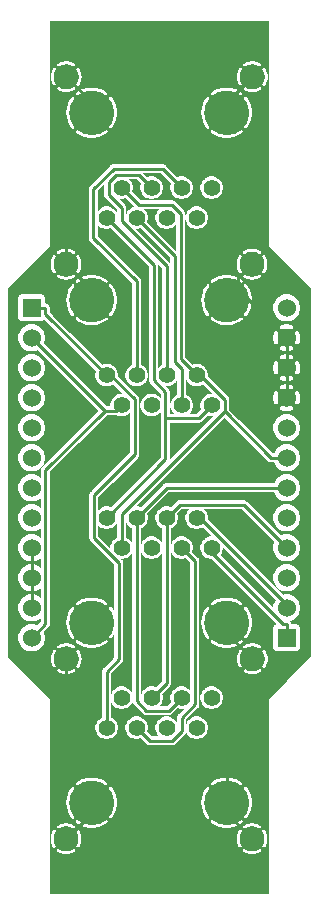
<source format=gbr>
G04 start of page 2 for group 0 idx 0 *
G04 Title: (unknown), top *
G04 Creator: pcb 1.99z *
G04 CreationDate: Sat Nov 14 22:16:55 2015 UTC *
G04 For: commonadmin *
G04 Format: Gerber/RS-274X *
G04 PCB-Dimensions (mil): 1075.00 2975.00 *
G04 PCB-Coordinate-Origin: lower left *
%MOIN*%
%FSLAX25Y25*%
%LNTOP*%
%ADD20C,0.0380*%
%ADD19C,0.0630*%
%ADD18C,0.0354*%
%ADD17C,0.1280*%
%ADD16C,0.0600*%
%ADD15C,0.0827*%
%ADD14C,0.0551*%
%ADD13C,0.1476*%
%ADD12C,0.0100*%
%ADD11C,0.0001*%
G54D11*G36*
X37054Y204668D02*X37205Y204107D01*
X37318Y203469D01*
X37375Y202824D01*
Y202176D01*
X37318Y201531D01*
X37205Y200893D01*
X37054Y200332D01*
Y204668D01*
G37*
G36*
Y214631D02*X43500Y208184D01*
Y180944D01*
X43290Y180857D01*
X42786Y180548D01*
X42336Y180164D01*
X41952Y179714D01*
X41643Y179210D01*
X41417Y178664D01*
X41279Y178089D01*
X41233Y177500D01*
X41279Y176911D01*
X41417Y176336D01*
X41643Y175790D01*
X41952Y175286D01*
X42336Y174836D01*
X42786Y174452D01*
X43290Y174143D01*
X43836Y173917D01*
X44411Y173779D01*
X45000Y173733D01*
X45589Y173779D01*
X46164Y173917D01*
X46710Y174143D01*
X47214Y174452D01*
X47664Y174836D01*
X48048Y175286D01*
X48357Y175790D01*
X48583Y176336D01*
X48721Y176911D01*
X48756Y177500D01*
X48721Y178089D01*
X48583Y178664D01*
X48357Y179210D01*
X48048Y179714D01*
X47664Y180164D01*
X47214Y180548D01*
X46710Y180857D01*
X46500Y180944D01*
Y208747D01*
X46505Y208806D01*
X46486Y209041D01*
X46486Y209041D01*
X46431Y209270D01*
X46341Y209489D01*
X46217Y209690D01*
X46064Y209869D01*
X46019Y209908D01*
X37054Y218873D01*
Y225825D01*
X49220Y213658D01*
Y175814D01*
X49216Y175756D01*
X49234Y175520D01*
X49289Y175291D01*
X49380Y175072D01*
X49503Y174871D01*
X49503Y174871D01*
X49657Y174692D01*
X49701Y174653D01*
X52987Y171367D01*
Y169785D01*
X52664Y170164D01*
X52214Y170548D01*
X51710Y170857D01*
X51164Y171083D01*
X50589Y171221D01*
X50000Y171267D01*
X49411Y171221D01*
X48836Y171083D01*
X48290Y170857D01*
X47786Y170548D01*
X47336Y170164D01*
X46952Y169714D01*
X46643Y169210D01*
X46417Y168664D01*
X46279Y168089D01*
X46233Y167500D01*
X46279Y166911D01*
X46417Y166336D01*
X46643Y165790D01*
X46952Y165286D01*
X47336Y164836D01*
X47786Y164452D01*
X48290Y164143D01*
X48836Y163917D01*
X49411Y163779D01*
X50000Y163733D01*
X50589Y163779D01*
X51164Y163917D01*
X51710Y164143D01*
X52214Y164452D01*
X52664Y164836D01*
X52987Y165215D01*
Y163239D01*
X52983Y163180D01*
X52987Y163121D01*
Y150109D01*
X37054Y134175D01*
Y141707D01*
X45351Y150004D01*
X45395Y150042D01*
X45549Y150222D01*
X45549Y150222D01*
X45672Y150423D01*
X45762Y150641D01*
X45818Y150871D01*
X45836Y151106D01*
X45831Y151165D01*
Y169367D01*
X45836Y169426D01*
X45818Y169661D01*
X45818Y169661D01*
X45762Y169891D01*
X45672Y170109D01*
X45549Y170310D01*
X45395Y170490D01*
X45351Y170528D01*
X38735Y177144D01*
X38756Y177500D01*
X38721Y178089D01*
X38583Y178664D01*
X38357Y179210D01*
X38048Y179714D01*
X37664Y180164D01*
X37214Y180548D01*
X37054Y180647D01*
Y197958D01*
X37060Y197967D01*
X37431Y198604D01*
X37744Y199271D01*
X37997Y199962D01*
X38189Y200673D01*
X38317Y201398D01*
X38382Y202132D01*
Y202868D01*
X38317Y203602D01*
X38189Y204327D01*
X37997Y205038D01*
X37744Y205729D01*
X37431Y206396D01*
X37060Y207033D01*
X37054Y207042D01*
Y214631D01*
G37*
G36*
Y134175D02*X36375Y133496D01*
X36164Y133583D01*
X35589Y133721D01*
X35000Y133767D01*
X34411Y133721D01*
X33836Y133583D01*
X33290Y133357D01*
X32786Y133048D01*
X32336Y132664D01*
X32231Y132542D01*
Y136885D01*
X37054Y141707D01*
Y134175D01*
G37*
G36*
Y218873D02*X32054Y223872D01*
Y227666D01*
X32336Y227336D01*
X32786Y226952D01*
X33290Y226643D01*
X33836Y226417D01*
X34411Y226279D01*
X35000Y226233D01*
X35589Y226279D01*
X36164Y226417D01*
X36375Y226504D01*
X37054Y225825D01*
Y218873D01*
G37*
G36*
X30004Y221681D02*X37054Y214631D01*
Y207042D01*
X36636Y207634D01*
X36582Y207694D01*
X36520Y207744D01*
X36451Y207783D01*
X36376Y207812D01*
X36298Y207828D01*
X36218Y207832D01*
X36139Y207823D01*
X36062Y207802D01*
X35989Y207769D01*
X35922Y207726D01*
X35863Y207672D01*
X35813Y207610D01*
X35774Y207540D01*
X35745Y207466D01*
X35729Y207388D01*
X35725Y207308D01*
X35734Y207229D01*
X35755Y207152D01*
X35788Y207079D01*
X35833Y207013D01*
X36212Y206488D01*
X36538Y205928D01*
X36813Y205341D01*
X37036Y204733D01*
X37054Y204668D01*
Y200332D01*
X37036Y200267D01*
X36813Y199659D01*
X36538Y199072D01*
X36212Y198512D01*
X35838Y197983D01*
X35794Y197918D01*
X35762Y197846D01*
X35741Y197770D01*
X35732Y197692D01*
X35736Y197613D01*
X35752Y197536D01*
X35780Y197463D01*
X35819Y197394D01*
X35869Y197333D01*
X35927Y197280D01*
X35993Y197237D01*
X36064Y197205D01*
X36140Y197184D01*
X36219Y197175D01*
X36297Y197179D01*
X36374Y197195D01*
X36448Y197223D01*
X36516Y197262D01*
X36578Y197311D01*
X36629Y197371D01*
X37054Y197958D01*
Y180647D01*
X36710Y180857D01*
X36164Y181083D01*
X35589Y181221D01*
X35000Y181267D01*
X34411Y181221D01*
X33836Y181083D01*
X33625Y180996D01*
X30004Y184618D01*
Y194118D01*
X30368D01*
X31102Y194183D01*
X31827Y194311D01*
X32538Y194503D01*
X33229Y194756D01*
X33896Y195069D01*
X34533Y195440D01*
X35134Y195864D01*
X35194Y195918D01*
X35244Y195980D01*
X35283Y196049D01*
X35312Y196124D01*
X35328Y196202D01*
X35332Y196282D01*
X35323Y196361D01*
X35302Y196438D01*
X35269Y196511D01*
X35226Y196578D01*
X35172Y196637D01*
X35110Y196687D01*
X35040Y196726D01*
X34966Y196755D01*
X34888Y196771D01*
X34808Y196775D01*
X34729Y196766D01*
X34652Y196745D01*
X34579Y196712D01*
X34513Y196667D01*
X33988Y196288D01*
X33428Y195962D01*
X32841Y195687D01*
X32233Y195464D01*
X31607Y195295D01*
X30969Y195182D01*
X30324Y195125D01*
X30004D01*
Y209875D01*
X30324D01*
X30969Y209818D01*
X31607Y209705D01*
X32233Y209536D01*
X32841Y209313D01*
X33428Y209038D01*
X33988Y208712D01*
X34517Y208338D01*
X34582Y208294D01*
X34654Y208262D01*
X34730Y208241D01*
X34808Y208232D01*
X34887Y208236D01*
X34964Y208252D01*
X35037Y208280D01*
X35106Y208319D01*
X35167Y208369D01*
X35220Y208427D01*
X35263Y208493D01*
X35295Y208564D01*
X35316Y208640D01*
X35325Y208719D01*
X35321Y208797D01*
X35305Y208874D01*
X35277Y208948D01*
X35238Y209016D01*
X35189Y209078D01*
X35129Y209129D01*
X34533Y209560D01*
X33896Y209931D01*
X33229Y210244D01*
X32538Y210497D01*
X31827Y210689D01*
X31102Y210817D01*
X30368Y210882D01*
X30004D01*
Y221681D01*
G37*
G36*
X37054Y267168D02*X37205Y266607D01*
X37318Y265969D01*
X37375Y265324D01*
Y264676D01*
X37318Y264031D01*
X37205Y263393D01*
X37054Y262832D01*
Y267168D01*
G37*
G36*
X82054D02*X82205Y266607D01*
X82318Y265969D01*
X82375Y265324D01*
Y264676D01*
X82318Y264031D01*
X82205Y263393D01*
X82054Y262832D01*
Y267168D01*
G37*
G36*
Y204668D02*X82205Y204107D01*
X82318Y203469D01*
X82375Y202824D01*
Y202176D01*
X82318Y201531D01*
X82205Y200893D01*
X82054Y200332D01*
Y204668D01*
G37*
G36*
X87730Y295500D02*X89000D01*
Y152883D01*
X87730Y154153D01*
Y211665D01*
X87742Y211676D01*
X87788Y211739D01*
X88018Y212126D01*
X88209Y212534D01*
X88364Y212956D01*
X88481Y213391D01*
X88559Y213834D01*
X88598Y214283D01*
Y214733D01*
X88559Y215181D01*
X88481Y215625D01*
X88364Y216059D01*
X88209Y216482D01*
X88018Y216890D01*
X87792Y217279D01*
X87745Y217343D01*
X87730Y217357D01*
Y274098D01*
X87764Y274121D01*
X87820Y274176D01*
X87867Y274239D01*
X88097Y274626D01*
X88288Y275034D01*
X88442Y275456D01*
X88559Y275891D01*
X88638Y276334D01*
X88677Y276783D01*
Y277233D01*
X88638Y277681D01*
X88559Y278125D01*
X88442Y278559D01*
X88288Y278982D01*
X88097Y279390D01*
X87871Y279779D01*
X87823Y279843D01*
X87766Y279898D01*
X87730Y279923D01*
Y295500D01*
G37*
G36*
X82054D02*X87730D01*
Y279923D01*
X87701Y279943D01*
X87630Y279978D01*
X87554Y280001D01*
X87475Y280012D01*
X87396Y280010D01*
X87318Y279996D01*
X87243Y279970D01*
X87173Y279933D01*
X87110Y279885D01*
X87055Y279828D01*
X87009Y279762D01*
X86975Y279691D01*
X86952Y279615D01*
X86941Y279537D01*
X86942Y279457D01*
X86956Y279379D01*
X86982Y279304D01*
X87021Y279235D01*
X87206Y278924D01*
X87360Y278596D01*
X87484Y278256D01*
X87578Y277906D01*
X87642Y277550D01*
X87673Y277189D01*
Y276827D01*
X87642Y276466D01*
X87578Y276109D01*
X87484Y275760D01*
X87360Y275420D01*
X87206Y275092D01*
X87025Y274779D01*
X86986Y274710D01*
X86960Y274636D01*
X86946Y274558D01*
X86945Y274479D01*
X86956Y274401D01*
X86978Y274326D01*
X87013Y274255D01*
X87058Y274191D01*
X87112Y274134D01*
X87175Y274087D01*
X87244Y274049D01*
X87319Y274024D01*
X87396Y274010D01*
X87475Y274008D01*
X87553Y274019D01*
X87628Y274042D01*
X87699Y274076D01*
X87730Y274098D01*
Y217357D01*
X87687Y217398D01*
X87622Y217443D01*
X87551Y217478D01*
X87475Y217501D01*
X87396Y217512D01*
X87317Y217510D01*
X87239Y217496D01*
X87164Y217470D01*
X87094Y217433D01*
X87031Y217385D01*
X86976Y217328D01*
X86931Y217262D01*
X86896Y217191D01*
X86873Y217115D01*
X86862Y217037D01*
X86864Y216957D01*
X86878Y216879D01*
X86904Y216804D01*
X86942Y216735D01*
X87128Y216424D01*
X87281Y216096D01*
X87406Y215756D01*
X87500Y215406D01*
X87563Y215050D01*
X87594Y214689D01*
Y214327D01*
X87563Y213966D01*
X87500Y213609D01*
X87406Y213260D01*
X87281Y212920D01*
X87128Y212592D01*
X86946Y212279D01*
X86907Y212210D01*
X86882Y212136D01*
X86868Y212058D01*
X86866Y211979D01*
X86877Y211901D01*
X86900Y211826D01*
X86934Y211755D01*
X86979Y211691D01*
X87034Y211634D01*
X87096Y211587D01*
X87166Y211549D01*
X87240Y211524D01*
X87318Y211510D01*
X87396Y211508D01*
X87474Y211519D01*
X87550Y211542D01*
X87620Y211576D01*
X87685Y211621D01*
X87730Y211665D01*
Y154153D01*
X82054Y159829D01*
Y197958D01*
X82060Y197967D01*
X82431Y198604D01*
X82744Y199271D01*
X82997Y199962D01*
X83189Y200673D01*
X83317Y201398D01*
X83382Y202132D01*
Y202868D01*
X83317Y203602D01*
X83189Y204327D01*
X82997Y205038D01*
X82744Y205729D01*
X82431Y206396D01*
X82060Y207033D01*
X82054Y207042D01*
Y209571D01*
X82348Y209492D01*
X82791Y209413D01*
X83239Y209374D01*
X83690D01*
X84138Y209413D01*
X84581Y209492D01*
X85016Y209609D01*
X85439Y209763D01*
X85847Y209954D01*
X86236Y210180D01*
X86299Y210228D01*
X86354Y210285D01*
X86400Y210350D01*
X86434Y210421D01*
X86457Y210497D01*
X86468Y210576D01*
X86467Y210655D01*
X86453Y210733D01*
X86427Y210808D01*
X86389Y210878D01*
X86341Y210941D01*
X86284Y210996D01*
X86219Y211042D01*
X86148Y211076D01*
X86072Y211099D01*
X85993Y211110D01*
X85914Y211109D01*
X85836Y211095D01*
X85761Y211069D01*
X85692Y211030D01*
X85381Y210845D01*
X85053Y210691D01*
X84713Y210567D01*
X84363Y210473D01*
X84006Y210410D01*
X83646Y210378D01*
X83283D01*
X82923Y210410D01*
X82566Y210473D01*
X82216Y210567D01*
X82054Y210626D01*
Y218389D01*
X82216Y218449D01*
X82566Y218543D01*
X82923Y218606D01*
X83283Y218638D01*
X83646D01*
X84006Y218606D01*
X84363Y218543D01*
X84713Y218449D01*
X85053Y218324D01*
X85381Y218171D01*
X85694Y217989D01*
X85762Y217951D01*
X85837Y217925D01*
X85914Y217911D01*
X85993Y217909D01*
X86071Y217920D01*
X86146Y217943D01*
X86217Y217977D01*
X86282Y218022D01*
X86338Y218077D01*
X86386Y218140D01*
X86423Y218209D01*
X86449Y218283D01*
X86463Y218361D01*
X86464Y218440D01*
X86453Y218518D01*
X86431Y218593D01*
X86396Y218664D01*
X86351Y218728D01*
X86297Y218785D01*
X86233Y218831D01*
X85847Y219061D01*
X85439Y219252D01*
X85016Y219407D01*
X84581Y219524D01*
X84138Y219602D01*
X83690Y219642D01*
X83239D01*
X82791Y219602D01*
X82348Y219524D01*
X82054Y219445D01*
Y260458D01*
X82060Y260467D01*
X82431Y261104D01*
X82744Y261771D01*
X82997Y262462D01*
X83189Y263173D01*
X83317Y263898D01*
X83382Y264632D01*
Y265368D01*
X83317Y266102D01*
X83189Y266827D01*
X82997Y267538D01*
X82744Y268229D01*
X82431Y268896D01*
X82060Y269533D01*
X82054Y269542D01*
Y272092D01*
X82427Y271992D01*
X82870Y271913D01*
X83318Y271874D01*
X83768D01*
X84217Y271913D01*
X84660Y271992D01*
X85095Y272109D01*
X85518Y272263D01*
X85925Y272454D01*
X86315Y272680D01*
X86378Y272728D01*
X86433Y272785D01*
X86478Y272850D01*
X86513Y272921D01*
X86536Y272997D01*
X86547Y273076D01*
X86545Y273155D01*
X86531Y273233D01*
X86505Y273308D01*
X86468Y273378D01*
X86420Y273441D01*
X86363Y273496D01*
X86298Y273542D01*
X86226Y273576D01*
X86151Y273599D01*
X86072Y273610D01*
X85993Y273609D01*
X85915Y273595D01*
X85840Y273569D01*
X85771Y273530D01*
X85459Y273345D01*
X85132Y273191D01*
X84791Y273067D01*
X84442Y272973D01*
X84085Y272910D01*
X83724Y272878D01*
X83362D01*
X83001Y272910D01*
X82645Y272973D01*
X82295Y273067D01*
X82054Y273155D01*
Y280860D01*
X82295Y280949D01*
X82645Y281043D01*
X83001Y281106D01*
X83362Y281138D01*
X83724D01*
X84085Y281106D01*
X84442Y281043D01*
X84791Y280949D01*
X85132Y280824D01*
X85459Y280671D01*
X85773Y280489D01*
X85841Y280451D01*
X85916Y280425D01*
X85993Y280411D01*
X86072Y280409D01*
X86150Y280420D01*
X86225Y280443D01*
X86296Y280477D01*
X86360Y280522D01*
X86417Y280577D01*
X86465Y280640D01*
X86502Y280709D01*
X86528Y280783D01*
X86541Y280861D01*
X86543Y280940D01*
X86532Y281018D01*
X86509Y281093D01*
X86475Y281164D01*
X86430Y281228D01*
X86376Y281285D01*
X86312Y281331D01*
X85925Y281561D01*
X85518Y281752D01*
X85095Y281907D01*
X84660Y282024D01*
X84217Y282102D01*
X83768Y282142D01*
X83318D01*
X82870Y282102D01*
X82427Y282024D01*
X82054Y281923D01*
Y295500D01*
G37*
G36*
X79199D02*X82054D01*
Y281923D01*
X81992Y281907D01*
X81569Y281752D01*
X81161Y281561D01*
X80772Y281335D01*
X80708Y281288D01*
X80653Y281231D01*
X80608Y281166D01*
X80574Y281094D01*
X80551Y281018D01*
X80540Y280940D01*
X80541Y280860D01*
X80555Y280782D01*
X80581Y280707D01*
X80619Y280638D01*
X80666Y280574D01*
X80724Y280519D01*
X80789Y280474D01*
X80860Y280439D01*
X80936Y280416D01*
X81015Y280405D01*
X81094Y280407D01*
X81172Y280421D01*
X81247Y280447D01*
X81316Y280486D01*
X81627Y280671D01*
X81955Y280824D01*
X82054Y280860D01*
Y273155D01*
X81955Y273191D01*
X81627Y273345D01*
X81314Y273527D01*
X81245Y273565D01*
X81171Y273591D01*
X81094Y273605D01*
X81015Y273606D01*
X80937Y273596D01*
X80862Y273573D01*
X80791Y273538D01*
X80726Y273493D01*
X80669Y273439D01*
X80622Y273376D01*
X80585Y273307D01*
X80559Y273232D01*
X80545Y273155D01*
X80544Y273076D01*
X80554Y272998D01*
X80577Y272923D01*
X80612Y272852D01*
X80657Y272788D01*
X80711Y272731D01*
X80775Y272685D01*
X81161Y272454D01*
X81569Y272263D01*
X81992Y272109D01*
X82054Y272092D01*
Y269542D01*
X81636Y270134D01*
X81582Y270194D01*
X81520Y270244D01*
X81451Y270283D01*
X81376Y270312D01*
X81298Y270328D01*
X81218Y270332D01*
X81139Y270323D01*
X81062Y270302D01*
X80989Y270269D01*
X80922Y270226D01*
X80863Y270172D01*
X80813Y270110D01*
X80774Y270040D01*
X80745Y269966D01*
X80729Y269888D01*
X80725Y269808D01*
X80734Y269729D01*
X80755Y269652D01*
X80788Y269579D01*
X80833Y269513D01*
X81212Y268988D01*
X81538Y268428D01*
X81813Y267841D01*
X82036Y267233D01*
X82054Y267168D01*
Y262832D01*
X82036Y262767D01*
X81813Y262159D01*
X81538Y261572D01*
X81212Y261012D01*
X80838Y260483D01*
X80794Y260418D01*
X80762Y260346D01*
X80741Y260270D01*
X80732Y260192D01*
X80736Y260113D01*
X80752Y260036D01*
X80780Y259963D01*
X80819Y259894D01*
X80869Y259833D01*
X80927Y259780D01*
X80993Y259737D01*
X81064Y259705D01*
X81140Y259684D01*
X81219Y259675D01*
X81297Y259679D01*
X81374Y259695D01*
X81448Y259723D01*
X81516Y259762D01*
X81578Y259811D01*
X81629Y259871D01*
X82054Y260458D01*
Y219445D01*
X81913Y219407D01*
X81490Y219252D01*
X81083Y219061D01*
X80693Y218835D01*
X80630Y218788D01*
X80575Y218731D01*
X80529Y218666D01*
X80495Y218594D01*
X80472Y218518D01*
X80461Y218440D01*
X80462Y218360D01*
X80476Y218282D01*
X80502Y218207D01*
X80540Y218138D01*
X80588Y218074D01*
X80645Y218019D01*
X80710Y217974D01*
X80781Y217939D01*
X80857Y217916D01*
X80936Y217905D01*
X81015Y217907D01*
X81093Y217921D01*
X81168Y217947D01*
X81237Y217986D01*
X81548Y218171D01*
X81876Y218324D01*
X82054Y218389D01*
Y210626D01*
X81876Y210691D01*
X81548Y210845D01*
X81235Y211027D01*
X81167Y211065D01*
X81092Y211091D01*
X81015Y211105D01*
X80936Y211106D01*
X80858Y211096D01*
X80783Y211073D01*
X80712Y211038D01*
X80647Y210993D01*
X80591Y210939D01*
X80543Y210876D01*
X80506Y210807D01*
X80480Y210732D01*
X80466Y210655D01*
X80465Y210576D01*
X80476Y210498D01*
X80498Y210423D01*
X80533Y210352D01*
X80578Y210288D01*
X80632Y210231D01*
X80696Y210185D01*
X81083Y209954D01*
X81490Y209763D01*
X81913Y209609D01*
X82054Y209571D01*
Y207042D01*
X81636Y207634D01*
X81582Y207694D01*
X81520Y207744D01*
X81451Y207783D01*
X81376Y207812D01*
X81298Y207828D01*
X81218Y207832D01*
X81139Y207823D01*
X81062Y207802D01*
X80989Y207769D01*
X80922Y207726D01*
X80863Y207672D01*
X80813Y207610D01*
X80774Y207540D01*
X80745Y207466D01*
X80729Y207388D01*
X80725Y207308D01*
X80734Y207229D01*
X80755Y207152D01*
X80788Y207079D01*
X80833Y207013D01*
X81212Y206488D01*
X81538Y205928D01*
X81813Y205341D01*
X82036Y204733D01*
X82054Y204668D01*
Y200332D01*
X82036Y200267D01*
X81813Y199659D01*
X81538Y199072D01*
X81212Y198512D01*
X80838Y197983D01*
X80794Y197918D01*
X80762Y197846D01*
X80741Y197770D01*
X80732Y197692D01*
X80736Y197613D01*
X80752Y197536D01*
X80780Y197463D01*
X80819Y197394D01*
X80869Y197333D01*
X80927Y197280D01*
X80993Y197237D01*
X81064Y197205D01*
X81140Y197184D01*
X81219Y197175D01*
X81297Y197179D01*
X81374Y197195D01*
X81448Y197223D01*
X81516Y197262D01*
X81578Y197311D01*
X81629Y197371D01*
X82054Y197958D01*
Y159829D01*
X79199Y162684D01*
Y195246D01*
X79533Y195440D01*
X80134Y195864D01*
X80194Y195918D01*
X80244Y195980D01*
X80283Y196049D01*
X80312Y196124D01*
X80328Y196202D01*
X80332Y196282D01*
X80323Y196361D01*
X80302Y196438D01*
X80269Y196511D01*
X80226Y196578D01*
X80172Y196637D01*
X80110Y196687D01*
X80040Y196726D01*
X79966Y196755D01*
X79888Y196771D01*
X79808Y196775D01*
X79729Y196766D01*
X79652Y196745D01*
X79579Y196712D01*
X79513Y196667D01*
X79199Y196440D01*
Y208563D01*
X79517Y208338D01*
X79582Y208294D01*
X79654Y208262D01*
X79730Y208241D01*
X79808Y208232D01*
X79887Y208236D01*
X79964Y208252D01*
X80037Y208280D01*
X80106Y208319D01*
X80167Y208369D01*
X80220Y208427D01*
X80263Y208493D01*
X80295Y208564D01*
X80316Y208640D01*
X80325Y208719D01*
X80321Y208797D01*
X80305Y208874D01*
X80277Y208948D01*
X80238Y209016D01*
X80189Y209078D01*
X80129Y209129D01*
X79533Y209560D01*
X79199Y209754D01*
Y211659D01*
X79242Y211618D01*
X79307Y211573D01*
X79378Y211538D01*
X79454Y211515D01*
X79533Y211504D01*
X79612Y211506D01*
X79690Y211520D01*
X79765Y211546D01*
X79835Y211583D01*
X79898Y211631D01*
X79953Y211688D01*
X79998Y211753D01*
X80033Y211825D01*
X80056Y211901D01*
X80067Y211979D01*
X80065Y212059D01*
X80051Y212137D01*
X80025Y212212D01*
X79987Y212281D01*
X79802Y212592D01*
X79648Y212920D01*
X79524Y213260D01*
X79430Y213609D01*
X79366Y213966D01*
X79335Y214327D01*
Y214689D01*
X79366Y215050D01*
X79430Y215406D01*
X79524Y215756D01*
X79648Y216096D01*
X79802Y216424D01*
X79983Y216737D01*
X80022Y216806D01*
X80048Y216880D01*
X80061Y216958D01*
X80063Y217036D01*
X80052Y217114D01*
X80029Y217190D01*
X79995Y217260D01*
X79950Y217325D01*
X79896Y217382D01*
X79833Y217429D01*
X79763Y217466D01*
X79689Y217492D01*
X79612Y217506D01*
X79533Y217508D01*
X79455Y217497D01*
X79380Y217474D01*
X79309Y217440D01*
X79244Y217395D01*
X79199Y217351D01*
Y257746D01*
X79533Y257940D01*
X80134Y258364D01*
X80194Y258418D01*
X80244Y258480D01*
X80283Y258549D01*
X80312Y258624D01*
X80328Y258702D01*
X80332Y258782D01*
X80323Y258861D01*
X80302Y258938D01*
X80269Y259011D01*
X80226Y259078D01*
X80172Y259137D01*
X80110Y259187D01*
X80040Y259226D01*
X79966Y259255D01*
X79888Y259271D01*
X79808Y259275D01*
X79729Y259266D01*
X79652Y259245D01*
X79579Y259212D01*
X79513Y259167D01*
X79199Y258940D01*
Y271063D01*
X79517Y270838D01*
X79582Y270794D01*
X79654Y270762D01*
X79730Y270741D01*
X79808Y270732D01*
X79887Y270736D01*
X79964Y270752D01*
X80037Y270780D01*
X80106Y270819D01*
X80167Y270869D01*
X80220Y270927D01*
X80263Y270993D01*
X80295Y271064D01*
X80316Y271140D01*
X80325Y271219D01*
X80321Y271297D01*
X80305Y271374D01*
X80277Y271448D01*
X80238Y271516D01*
X80189Y271578D01*
X80129Y271629D01*
X79533Y272060D01*
X79199Y272254D01*
Y274266D01*
X79216Y274237D01*
X79263Y274173D01*
X79320Y274118D01*
X79386Y274073D01*
X79457Y274038D01*
X79533Y274015D01*
X79611Y274004D01*
X79691Y274006D01*
X79769Y274020D01*
X79844Y274046D01*
X79914Y274083D01*
X79977Y274131D01*
X80032Y274188D01*
X80077Y274253D01*
X80112Y274325D01*
X80135Y274401D01*
X80146Y274479D01*
X80144Y274559D01*
X80130Y274637D01*
X80104Y274712D01*
X80065Y274781D01*
X79880Y275092D01*
X79727Y275420D01*
X79602Y275760D01*
X79508Y276109D01*
X79445Y276466D01*
X79413Y276827D01*
Y277189D01*
X79445Y277550D01*
X79508Y277906D01*
X79602Y278256D01*
X79727Y278596D01*
X79880Y278924D01*
X80062Y279237D01*
X80101Y279306D01*
X80126Y279380D01*
X80140Y279458D01*
X80142Y279536D01*
X80131Y279614D01*
X80108Y279690D01*
X80074Y279760D01*
X80029Y279825D01*
X79974Y279882D01*
X79912Y279929D01*
X79842Y279966D01*
X79768Y279992D01*
X79690Y280006D01*
X79612Y280008D01*
X79534Y279997D01*
X79458Y279974D01*
X79388Y279940D01*
X79323Y279895D01*
X79266Y279840D01*
X79220Y279777D01*
X79199Y279741D01*
Y295500D01*
G37*
G36*
Y258940D02*X78988Y258788D01*
X78428Y258462D01*
X77841Y258187D01*
X77233Y257964D01*
X76607Y257795D01*
X75969Y257682D01*
X75324Y257625D01*
X75004D01*
Y272375D01*
X75324D01*
X75969Y272318D01*
X76607Y272205D01*
X77233Y272036D01*
X77841Y271813D01*
X78428Y271538D01*
X78988Y271212D01*
X79199Y271063D01*
Y258940D01*
G37*
G36*
Y209754D02*X78896Y209931D01*
X78229Y210244D01*
X77538Y210497D01*
X76827Y210689D01*
X76102Y210817D01*
X75368Y210882D01*
X75004D01*
Y256618D01*
X75368D01*
X76102Y256683D01*
X76827Y256811D01*
X77538Y257003D01*
X78229Y257256D01*
X78896Y257569D01*
X79199Y257746D01*
Y217351D01*
X79187Y217340D01*
X79141Y217277D01*
X78911Y216890D01*
X78720Y216482D01*
X78566Y216059D01*
X78449Y215625D01*
X78370Y215181D01*
X78331Y214733D01*
Y214283D01*
X78370Y213834D01*
X78449Y213391D01*
X78566Y212956D01*
X78720Y212534D01*
X78911Y212126D01*
X79137Y211737D01*
X79184Y211673D01*
X79199Y211659D01*
Y209754D01*
G37*
G36*
Y196440D02*X78988Y196288D01*
X78428Y195962D01*
X77841Y195687D01*
X77233Y195464D01*
X76607Y195295D01*
X75969Y195182D01*
X75324Y195125D01*
X75004D01*
Y209875D01*
X75324D01*
X75969Y209818D01*
X76607Y209705D01*
X77233Y209536D01*
X77841Y209313D01*
X78428Y209038D01*
X78988Y208712D01*
X79199Y208563D01*
Y196440D01*
G37*
G36*
Y162684D02*X75841Y166041D01*
Y169291D01*
X75846Y169350D01*
X75827Y169585D01*
X75827Y169585D01*
X75827Y169585D01*
Y169585D01*
X75823Y169604D01*
X75772Y169815D01*
X75682Y170033D01*
X75682Y170033D01*
X75682Y170033D01*
X75643Y170097D01*
X75559Y170234D01*
X75559Y170234D01*
X75559Y170234D01*
X75559Y170235D01*
X75405Y170414D01*
X75360Y170452D01*
X75004Y170809D01*
Y194118D01*
X75368D01*
X76102Y194183D01*
X76827Y194311D01*
X77538Y194503D01*
X78229Y194756D01*
X78896Y195069D01*
X79199Y195246D01*
Y162684D01*
G37*
G36*
X75004Y295500D02*X79199D01*
Y279741D01*
X78990Y279390D01*
X78799Y278982D01*
X78644Y278559D01*
X78527Y278125D01*
X78449Y277681D01*
X78409Y277233D01*
Y276783D01*
X78449Y276334D01*
X78527Y275891D01*
X78644Y275456D01*
X78799Y275034D01*
X78990Y274626D01*
X79199Y274266D01*
Y272254D01*
X78896Y272431D01*
X78229Y272744D01*
X77538Y272997D01*
X76827Y273189D01*
X76102Y273317D01*
X75368Y273382D01*
X75004D01*
Y295500D01*
G37*
G36*
X67946D02*X75004D01*
Y273382D01*
X74632D01*
X73898Y273317D01*
X73173Y273189D01*
X72462Y272997D01*
X71771Y272744D01*
X71104Y272431D01*
X70467Y272060D01*
X69866Y271636D01*
X69806Y271582D01*
X69756Y271520D01*
X69717Y271451D01*
X69688Y271376D01*
X69672Y271298D01*
X69668Y271218D01*
X69677Y271139D01*
X69698Y271062D01*
X69731Y270989D01*
X69774Y270922D01*
X69828Y270863D01*
X69890Y270813D01*
X69960Y270774D01*
X70034Y270745D01*
X70112Y270729D01*
X70192Y270725D01*
X70271Y270734D01*
X70348Y270755D01*
X70421Y270788D01*
X70487Y270833D01*
X71012Y271212D01*
X71572Y271538D01*
X72159Y271813D01*
X72767Y272036D01*
X73393Y272205D01*
X74031Y272318D01*
X74676Y272375D01*
X75004D01*
Y257625D01*
X74676D01*
X74031Y257682D01*
X73393Y257795D01*
X72767Y257964D01*
X72159Y258187D01*
X71572Y258462D01*
X71012Y258788D01*
X70483Y259162D01*
X70418Y259206D01*
X70346Y259238D01*
X70270Y259259D01*
X70192Y259268D01*
X70113Y259264D01*
X70036Y259248D01*
X69963Y259220D01*
X69894Y259181D01*
X69833Y259131D01*
X69780Y259073D01*
X69737Y259007D01*
X69705Y258936D01*
X69684Y258860D01*
X69675Y258781D01*
X69679Y258703D01*
X69695Y258626D01*
X69723Y258552D01*
X69762Y258484D01*
X69811Y258422D01*
X69871Y258371D01*
X70467Y257940D01*
X71104Y257569D01*
X71771Y257256D01*
X72462Y257003D01*
X73173Y256811D01*
X73898Y256683D01*
X74632Y256618D01*
X75004D01*
Y210882D01*
X74632D01*
X73898Y210817D01*
X73173Y210689D01*
X72462Y210497D01*
X71771Y210244D01*
X71104Y209931D01*
X70467Y209560D01*
X69866Y209136D01*
X69806Y209082D01*
X69756Y209020D01*
X69717Y208951D01*
X69688Y208876D01*
X69672Y208798D01*
X69668Y208718D01*
X69677Y208639D01*
X69698Y208562D01*
X69731Y208489D01*
X69774Y208422D01*
X69828Y208363D01*
X69890Y208313D01*
X69960Y208274D01*
X70034Y208245D01*
X70112Y208229D01*
X70192Y208225D01*
X70271Y208234D01*
X70348Y208255D01*
X70421Y208288D01*
X70487Y208333D01*
X71012Y208712D01*
X71572Y209038D01*
X72159Y209313D01*
X72767Y209536D01*
X73393Y209705D01*
X74031Y209818D01*
X74676Y209875D01*
X75004D01*
Y195125D01*
X74676D01*
X74031Y195182D01*
X73393Y195295D01*
X72767Y195464D01*
X72159Y195687D01*
X71572Y195962D01*
X71012Y196288D01*
X70483Y196662D01*
X70418Y196706D01*
X70346Y196738D01*
X70270Y196759D01*
X70192Y196768D01*
X70113Y196764D01*
X70036Y196748D01*
X69963Y196720D01*
X69894Y196681D01*
X69833Y196631D01*
X69780Y196573D01*
X69737Y196507D01*
X69705Y196436D01*
X69684Y196360D01*
X69675Y196281D01*
X69679Y196203D01*
X69695Y196126D01*
X69723Y196052D01*
X69762Y195984D01*
X69811Y195922D01*
X69871Y195871D01*
X70467Y195440D01*
X71104Y195069D01*
X71771Y194756D01*
X72462Y194503D01*
X73173Y194311D01*
X73898Y194183D01*
X74632Y194118D01*
X75004D01*
Y170809D01*
X68731Y177081D01*
X68756Y177500D01*
X68721Y178089D01*
X68583Y178664D01*
X68357Y179210D01*
X68048Y179714D01*
X67946Y179833D01*
Y197958D01*
X68364Y197366D01*
X68418Y197306D01*
X68480Y197256D01*
X68549Y197217D01*
X68624Y197188D01*
X68702Y197172D01*
X68782Y197168D01*
X68861Y197177D01*
X68938Y197198D01*
X69011Y197231D01*
X69078Y197274D01*
X69137Y197328D01*
X69187Y197390D01*
X69226Y197460D01*
X69255Y197534D01*
X69271Y197612D01*
X69275Y197692D01*
X69266Y197771D01*
X69245Y197848D01*
X69212Y197921D01*
X69167Y197987D01*
X68788Y198512D01*
X68462Y199072D01*
X68187Y199659D01*
X67964Y200267D01*
X67946Y200332D01*
Y204668D01*
X67964Y204733D01*
X68187Y205341D01*
X68462Y205928D01*
X68788Y206488D01*
X69162Y207017D01*
X69206Y207082D01*
X69238Y207154D01*
X69259Y207230D01*
X69268Y207308D01*
X69264Y207387D01*
X69248Y207464D01*
X69220Y207537D01*
X69181Y207606D01*
X69131Y207667D01*
X69073Y207720D01*
X69007Y207763D01*
X68936Y207795D01*
X68860Y207816D01*
X68781Y207825D01*
X68703Y207821D01*
X68626Y207805D01*
X68552Y207777D01*
X68484Y207738D01*
X68422Y207689D01*
X68371Y207629D01*
X67946Y207042D01*
Y227667D01*
X68048Y227786D01*
X68357Y228290D01*
X68583Y228836D01*
X68721Y229411D01*
X68756Y230000D01*
X68721Y230589D01*
X68583Y231164D01*
X68357Y231710D01*
X68048Y232214D01*
X67946Y232333D01*
Y236853D01*
X68290Y236643D01*
X68836Y236417D01*
X69411Y236279D01*
X70000Y236233D01*
X70589Y236279D01*
X71164Y236417D01*
X71710Y236643D01*
X72214Y236952D01*
X72664Y237336D01*
X73048Y237786D01*
X73357Y238290D01*
X73583Y238836D01*
X73721Y239411D01*
X73756Y240000D01*
X73721Y240589D01*
X73583Y241164D01*
X73357Y241710D01*
X73048Y242214D01*
X72664Y242664D01*
X72214Y243048D01*
X71710Y243357D01*
X71164Y243583D01*
X70589Y243721D01*
X70000Y243767D01*
X69411Y243721D01*
X68836Y243583D01*
X68290Y243357D01*
X67946Y243147D01*
Y260458D01*
X68364Y259866D01*
X68418Y259806D01*
X68480Y259756D01*
X68549Y259717D01*
X68624Y259688D01*
X68702Y259672D01*
X68782Y259668D01*
X68861Y259677D01*
X68938Y259698D01*
X69011Y259731D01*
X69078Y259774D01*
X69137Y259828D01*
X69187Y259890D01*
X69226Y259960D01*
X69255Y260034D01*
X69271Y260112D01*
X69275Y260192D01*
X69266Y260271D01*
X69245Y260348D01*
X69212Y260421D01*
X69167Y260487D01*
X68788Y261012D01*
X68462Y261572D01*
X68187Y262159D01*
X67964Y262767D01*
X67946Y262832D01*
Y267168D01*
X67964Y267233D01*
X68187Y267841D01*
X68462Y268428D01*
X68788Y268988D01*
X69162Y269517D01*
X69206Y269582D01*
X69238Y269654D01*
X69259Y269730D01*
X69268Y269808D01*
X69264Y269887D01*
X69248Y269964D01*
X69220Y270037D01*
X69181Y270106D01*
X69131Y270167D01*
X69073Y270220D01*
X69007Y270263D01*
X68936Y270295D01*
X68860Y270316D01*
X68781Y270325D01*
X68703Y270321D01*
X68626Y270305D01*
X68552Y270277D01*
X68484Y270238D01*
X68422Y270189D01*
X68371Y270129D01*
X67946Y269542D01*
Y295500D01*
G37*
G36*
Y262832D02*X67795Y263393D01*
X67682Y264031D01*
X67625Y264676D01*
Y265324D01*
X67682Y265969D01*
X67795Y266607D01*
X67946Y267168D01*
Y262832D01*
G37*
G36*
Y200332D02*X67795Y200893D01*
X67682Y201531D01*
X67625Y202176D01*
Y202824D01*
X67682Y203469D01*
X67795Y204107D01*
X67946Y204668D01*
Y200332D01*
G37*
G36*
X58625Y243496D02*X54745Y247376D01*
X54707Y247421D01*
X54527Y247574D01*
X54326Y247698D01*
X54108Y247788D01*
X53878Y247843D01*
X53878Y247843D01*
X53643Y247862D01*
X53584Y247857D01*
X37408D01*
X37349Y247862D01*
X37114Y247843D01*
X37054Y247829D01*
Y260458D01*
X37060Y260467D01*
X37431Y261104D01*
X37744Y261771D01*
X37997Y262462D01*
X38189Y263173D01*
X38317Y263898D01*
X38382Y264632D01*
Y265368D01*
X38317Y266102D01*
X38189Y266827D01*
X37997Y267538D01*
X37744Y268229D01*
X37431Y268896D01*
X37060Y269533D01*
X37054Y269542D01*
Y295500D01*
X67946D01*
Y269542D01*
X67940Y269533D01*
X67569Y268896D01*
X67256Y268229D01*
X67003Y267538D01*
X66811Y266827D01*
X66683Y266102D01*
X66618Y265368D01*
Y264632D01*
X66683Y263898D01*
X66811Y263173D01*
X67003Y262462D01*
X67256Y261771D01*
X67569Y261104D01*
X67940Y260467D01*
X67946Y260458D01*
Y243147D01*
X67786Y243048D01*
X67336Y242664D01*
X66952Y242214D01*
X66643Y241710D01*
X66417Y241164D01*
X66279Y240589D01*
X66233Y240000D01*
X66279Y239411D01*
X66417Y238836D01*
X66643Y238290D01*
X66952Y237786D01*
X67336Y237336D01*
X67786Y236952D01*
X67946Y236853D01*
Y232333D01*
X67664Y232664D01*
X67214Y233048D01*
X66710Y233357D01*
X66164Y233583D01*
X65589Y233721D01*
X65000Y233767D01*
X64411Y233721D01*
X63836Y233583D01*
X63290Y233357D01*
X62786Y233048D01*
X62336Y232664D01*
X61952Y232214D01*
X61643Y231710D01*
X61417Y231164D01*
X61279Y230589D01*
X61233Y230000D01*
X61279Y229411D01*
X61417Y228836D01*
X61643Y228290D01*
X61952Y227786D01*
X62336Y227336D01*
X62786Y226952D01*
X63290Y226643D01*
X63836Y226417D01*
X64411Y226279D01*
X65000Y226233D01*
X65589Y226279D01*
X66164Y226417D01*
X66710Y226643D01*
X67214Y226952D01*
X67664Y227336D01*
X67946Y227667D01*
Y207042D01*
X67940Y207033D01*
X67569Y206396D01*
X67256Y205729D01*
X67003Y205038D01*
X66811Y204327D01*
X66683Y203602D01*
X66618Y202868D01*
Y202132D01*
X66683Y201398D01*
X66811Y200673D01*
X67003Y199962D01*
X67256Y199271D01*
X67569Y198604D01*
X67940Y197967D01*
X67946Y197958D01*
Y179833D01*
X67664Y180164D01*
X67214Y180548D01*
X66710Y180857D01*
X66164Y181083D01*
X65589Y181221D01*
X65000Y181267D01*
X64411Y181221D01*
X63836Y181083D01*
X63625Y180996D01*
X61224Y183398D01*
Y231260D01*
X61228Y231319D01*
X61210Y231554D01*
X61155Y231784D01*
X61064Y232002D01*
X60941Y232203D01*
X60788Y232383D01*
X60743Y232421D01*
X57886Y235277D01*
X57848Y235322D01*
X57669Y235476D01*
X57467Y235599D01*
X57249Y235689D01*
X57020Y235744D01*
X56784Y235763D01*
X56725Y235758D01*
X46363D01*
X43496Y238625D01*
X43583Y238836D01*
X43721Y239411D01*
X43756Y240000D01*
X43721Y240589D01*
X43583Y241164D01*
X43357Y241710D01*
X43048Y242214D01*
X42664Y242664D01*
X42438Y242857D01*
X45022D01*
X46504Y241375D01*
X46417Y241164D01*
X46279Y240589D01*
X46233Y240000D01*
X46279Y239411D01*
X46417Y238836D01*
X46643Y238290D01*
X46952Y237786D01*
X47336Y237336D01*
X47786Y236952D01*
X48290Y236643D01*
X48836Y236417D01*
X49411Y236279D01*
X50000Y236233D01*
X50589Y236279D01*
X51164Y236417D01*
X51710Y236643D01*
X52214Y236952D01*
X52664Y237336D01*
X53048Y237786D01*
X53357Y238290D01*
X53583Y238836D01*
X53721Y239411D01*
X53756Y240000D01*
X53721Y240589D01*
X53583Y241164D01*
X53357Y241710D01*
X53048Y242214D01*
X52664Y242664D01*
X52214Y243048D01*
X51710Y243357D01*
X51164Y243583D01*
X50589Y243721D01*
X50000Y243767D01*
X49411Y243721D01*
X48836Y243583D01*
X48625Y243496D01*
X47264Y244857D01*
X53022D01*
X56504Y241375D01*
X56417Y241164D01*
X56279Y240589D01*
X56233Y240000D01*
X56279Y239411D01*
X56417Y238836D01*
X56643Y238290D01*
X56952Y237786D01*
X57336Y237336D01*
X57786Y236952D01*
X58290Y236643D01*
X58836Y236417D01*
X59411Y236279D01*
X60000Y236233D01*
X60589Y236279D01*
X61164Y236417D01*
X61710Y236643D01*
X62214Y236952D01*
X62664Y237336D01*
X63048Y237786D01*
X63357Y238290D01*
X63583Y238836D01*
X63721Y239411D01*
X63756Y240000D01*
X63721Y240589D01*
X63583Y241164D01*
X63357Y241710D01*
X63048Y242214D01*
X62664Y242664D01*
X62214Y243048D01*
X61710Y243357D01*
X61164Y243583D01*
X60589Y243721D01*
X60000Y243767D01*
X59411Y243721D01*
X58836Y243583D01*
X58625Y243496D01*
G37*
G36*
X37054Y247829D02*X36884Y247788D01*
X36666Y247698D01*
X36465Y247574D01*
X36465Y247574D01*
X36285Y247421D01*
X36247Y247376D01*
X30004Y241133D01*
Y256618D01*
X30368D01*
X31102Y256683D01*
X31827Y256811D01*
X32538Y257003D01*
X33229Y257256D01*
X33896Y257569D01*
X34533Y257940D01*
X35134Y258364D01*
X35194Y258418D01*
X35244Y258480D01*
X35283Y258549D01*
X35312Y258624D01*
X35328Y258702D01*
X35332Y258782D01*
X35323Y258861D01*
X35302Y258938D01*
X35269Y259011D01*
X35226Y259078D01*
X35172Y259137D01*
X35110Y259187D01*
X35040Y259226D01*
X34966Y259255D01*
X34888Y259271D01*
X34808Y259275D01*
X34729Y259266D01*
X34652Y259245D01*
X34579Y259212D01*
X34513Y259167D01*
X33988Y258788D01*
X33428Y258462D01*
X32841Y258187D01*
X32233Y257964D01*
X31607Y257795D01*
X30969Y257682D01*
X30324Y257625D01*
X30004D01*
Y272375D01*
X30324D01*
X30969Y272318D01*
X31607Y272205D01*
X32233Y272036D01*
X32841Y271813D01*
X33428Y271538D01*
X33988Y271212D01*
X34517Y270838D01*
X34582Y270794D01*
X34654Y270762D01*
X34730Y270741D01*
X34808Y270732D01*
X34887Y270736D01*
X34964Y270752D01*
X35037Y270780D01*
X35106Y270819D01*
X35167Y270869D01*
X35220Y270927D01*
X35263Y270993D01*
X35295Y271064D01*
X35316Y271140D01*
X35325Y271219D01*
X35321Y271297D01*
X35305Y271374D01*
X35277Y271448D01*
X35238Y271516D01*
X35189Y271578D01*
X35129Y271629D01*
X34533Y272060D01*
X33896Y272431D01*
X33229Y272744D01*
X32538Y272997D01*
X31827Y273189D01*
X31102Y273317D01*
X30368Y273382D01*
X30004D01*
Y295500D01*
X37054D01*
Y269542D01*
X36636Y270134D01*
X36582Y270194D01*
X36520Y270244D01*
X36451Y270283D01*
X36376Y270312D01*
X36298Y270328D01*
X36218Y270332D01*
X36139Y270323D01*
X36062Y270302D01*
X35989Y270269D01*
X35922Y270226D01*
X35863Y270172D01*
X35813Y270110D01*
X35774Y270040D01*
X35745Y269966D01*
X35729Y269888D01*
X35725Y269808D01*
X35734Y269729D01*
X35755Y269652D01*
X35788Y269579D01*
X35833Y269513D01*
X36212Y268988D01*
X36538Y268428D01*
X36813Y267841D01*
X37036Y267233D01*
X37054Y267168D01*
Y262832D01*
X37036Y262767D01*
X36813Y262159D01*
X36538Y261572D01*
X36212Y261012D01*
X35838Y260483D01*
X35794Y260418D01*
X35762Y260346D01*
X35741Y260270D01*
X35732Y260192D01*
X35736Y260113D01*
X35752Y260036D01*
X35780Y259963D01*
X35819Y259894D01*
X35869Y259833D01*
X35927Y259780D01*
X35993Y259737D01*
X36064Y259705D01*
X36140Y259684D01*
X36219Y259675D01*
X36297Y259679D01*
X36374Y259695D01*
X36448Y259723D01*
X36516Y259762D01*
X36578Y259811D01*
X36629Y259871D01*
X37054Y260458D01*
Y247829D01*
G37*
G36*
X25801Y271060D02*X26012Y271212D01*
X26572Y271538D01*
X27159Y271813D01*
X27767Y272036D01*
X28393Y272205D01*
X29031Y272318D01*
X29676Y272375D01*
X30004D01*
Y257625D01*
X29676D01*
X29031Y257682D01*
X28393Y257795D01*
X27767Y257964D01*
X27159Y258187D01*
X26572Y258462D01*
X26012Y258788D01*
X25801Y258937D01*
Y271060D01*
G37*
G36*
Y295500D02*X30004D01*
Y273382D01*
X29632D01*
X28898Y273317D01*
X28173Y273189D01*
X27462Y272997D01*
X26771Y272744D01*
X26104Y272431D01*
X25801Y272254D01*
Y274165D01*
X25813Y274176D01*
X25859Y274239D01*
X26089Y274626D01*
X26280Y275034D01*
X26434Y275456D01*
X26551Y275891D01*
X26630Y276334D01*
X26669Y276783D01*
Y277233D01*
X26630Y277681D01*
X26551Y278125D01*
X26434Y278559D01*
X26280Y278982D01*
X26089Y279390D01*
X25863Y279779D01*
X25816Y279843D01*
X25801Y279857D01*
Y295500D01*
G37*
G36*
Y195246D02*X26104Y195069D01*
X26771Y194756D01*
X27462Y194503D01*
X28173Y194311D01*
X28898Y194183D01*
X29632Y194118D01*
X30004D01*
Y184618D01*
X25801Y188820D01*
Y195246D01*
G37*
G36*
Y208560D02*X26012Y208712D01*
X26572Y209038D01*
X27159Y209313D01*
X27767Y209536D01*
X28393Y209705D01*
X29031Y209818D01*
X29676Y209875D01*
X30004D01*
Y195125D01*
X29676D01*
X29031Y195182D01*
X28393Y195295D01*
X27767Y195464D01*
X27159Y195687D01*
X26572Y195962D01*
X26012Y196288D01*
X25801Y196437D01*
Y208560D01*
G37*
G36*
X30004Y241133D02*X29535Y240664D01*
X29490Y240626D01*
X29337Y240447D01*
X29214Y240245D01*
X29123Y240027D01*
X29068Y239798D01*
X29068Y239797D01*
X29050Y239562D01*
X29054Y239504D01*
Y223310D01*
X29050Y223251D01*
X29068Y223016D01*
X29123Y222786D01*
X29214Y222568D01*
X29337Y222367D01*
X29490Y222187D01*
X29535Y222149D01*
X30004Y221681D01*
Y210882D01*
X29632D01*
X28898Y210817D01*
X28173Y210689D01*
X27462Y210497D01*
X26771Y210244D01*
X26104Y209931D01*
X25801Y209754D01*
Y211775D01*
X26010Y212126D01*
X26201Y212534D01*
X26356Y212956D01*
X26473Y213391D01*
X26551Y213834D01*
X26591Y214283D01*
Y214733D01*
X26551Y215181D01*
X26473Y215625D01*
X26356Y216059D01*
X26201Y216482D01*
X26010Y216890D01*
X25801Y217250D01*
Y257746D01*
X26104Y257569D01*
X26771Y257256D01*
X27462Y257003D01*
X28173Y256811D01*
X28898Y256683D01*
X29632Y256618D01*
X30004D01*
Y241133D01*
G37*
G36*
X25801Y209754D02*X25467Y209560D01*
X24866Y209136D01*
X24806Y209082D01*
X24756Y209020D01*
X24717Y208951D01*
X24688Y208876D01*
X24672Y208798D01*
X24668Y208718D01*
X24677Y208639D01*
X24698Y208562D01*
X24731Y208489D01*
X24774Y208422D01*
X24828Y208363D01*
X24890Y208313D01*
X24960Y208274D01*
X25034Y208245D01*
X25112Y208229D01*
X25192Y208225D01*
X25271Y208234D01*
X25348Y208255D01*
X25421Y208288D01*
X25487Y208333D01*
X25801Y208560D01*
Y196437D01*
X25483Y196662D01*
X25418Y196706D01*
X25346Y196738D01*
X25270Y196759D01*
X25192Y196768D01*
X25113Y196764D01*
X25036Y196748D01*
X24963Y196720D01*
X24894Y196681D01*
X24833Y196631D01*
X24780Y196573D01*
X24737Y196507D01*
X24705Y196436D01*
X24684Y196360D01*
X24675Y196281D01*
X24679Y196203D01*
X24695Y196126D01*
X24723Y196052D01*
X24762Y195984D01*
X24811Y195922D01*
X24871Y195871D01*
X25467Y195440D01*
X25801Y195246D01*
Y188820D01*
X22946Y191675D01*
Y197958D01*
X23364Y197366D01*
X23418Y197306D01*
X23480Y197256D01*
X23549Y197217D01*
X23624Y197188D01*
X23702Y197172D01*
X23782Y197168D01*
X23861Y197177D01*
X23938Y197198D01*
X24011Y197231D01*
X24078Y197274D01*
X24137Y197328D01*
X24187Y197390D01*
X24226Y197460D01*
X24255Y197534D01*
X24271Y197612D01*
X24275Y197692D01*
X24266Y197771D01*
X24245Y197848D01*
X24212Y197921D01*
X24167Y197987D01*
X23788Y198512D01*
X23462Y199072D01*
X23187Y199659D01*
X22964Y200267D01*
X22946Y200332D01*
Y204668D01*
X22964Y204733D01*
X23187Y205341D01*
X23462Y205928D01*
X23788Y206488D01*
X24162Y207017D01*
X24206Y207082D01*
X24238Y207154D01*
X24259Y207230D01*
X24268Y207308D01*
X24264Y207387D01*
X24248Y207464D01*
X24220Y207537D01*
X24181Y207606D01*
X24131Y207667D01*
X24073Y207720D01*
X24007Y207763D01*
X23936Y207795D01*
X23860Y207816D01*
X23781Y207825D01*
X23703Y207821D01*
X23626Y207805D01*
X23552Y207777D01*
X23484Y207738D01*
X23422Y207689D01*
X23371Y207629D01*
X22946Y207042D01*
Y209592D01*
X23008Y209609D01*
X23431Y209763D01*
X23839Y209954D01*
X24228Y210180D01*
X24292Y210228D01*
X24347Y210285D01*
X24392Y210350D01*
X24426Y210421D01*
X24449Y210497D01*
X24460Y210576D01*
X24459Y210655D01*
X24445Y210733D01*
X24419Y210808D01*
X24381Y210878D01*
X24334Y210941D01*
X24276Y210996D01*
X24211Y211042D01*
X24140Y211076D01*
X24064Y211099D01*
X23985Y211110D01*
X23906Y211109D01*
X23828Y211095D01*
X23753Y211069D01*
X23684Y211030D01*
X23373Y210845D01*
X23045Y210691D01*
X22946Y210655D01*
Y218360D01*
X23045Y218324D01*
X23373Y218171D01*
X23686Y217989D01*
X23755Y217951D01*
X23829Y217925D01*
X23906Y217911D01*
X23985Y217909D01*
X24063Y217920D01*
X24138Y217943D01*
X24209Y217977D01*
X24274Y218022D01*
X24331Y218077D01*
X24378Y218140D01*
X24415Y218209D01*
X24441Y218283D01*
X24455Y218361D01*
X24456Y218440D01*
X24446Y218518D01*
X24423Y218593D01*
X24388Y218664D01*
X24343Y218728D01*
X24289Y218785D01*
X24225Y218831D01*
X23839Y219061D01*
X23431Y219252D01*
X23008Y219407D01*
X22946Y219423D01*
Y260458D01*
X23364Y259866D01*
X23418Y259806D01*
X23480Y259756D01*
X23549Y259717D01*
X23624Y259688D01*
X23702Y259672D01*
X23782Y259668D01*
X23861Y259677D01*
X23938Y259698D01*
X24011Y259731D01*
X24078Y259774D01*
X24137Y259828D01*
X24187Y259890D01*
X24226Y259960D01*
X24255Y260034D01*
X24271Y260112D01*
X24275Y260192D01*
X24266Y260271D01*
X24245Y260348D01*
X24212Y260421D01*
X24167Y260487D01*
X23788Y261012D01*
X23462Y261572D01*
X23187Y262159D01*
X22964Y262767D01*
X22946Y262832D01*
Y267168D01*
X22964Y267233D01*
X23187Y267841D01*
X23462Y268428D01*
X23788Y268988D01*
X24162Y269517D01*
X24206Y269582D01*
X24238Y269654D01*
X24259Y269730D01*
X24268Y269808D01*
X24264Y269887D01*
X24248Y269964D01*
X24220Y270037D01*
X24181Y270106D01*
X24131Y270167D01*
X24073Y270220D01*
X24007Y270263D01*
X23936Y270295D01*
X23860Y270316D01*
X23781Y270325D01*
X23703Y270321D01*
X23626Y270305D01*
X23552Y270277D01*
X23484Y270238D01*
X23422Y270189D01*
X23371Y270129D01*
X22946Y269542D01*
Y272071D01*
X23087Y272109D01*
X23510Y272263D01*
X23917Y272454D01*
X24307Y272680D01*
X24370Y272728D01*
X24425Y272785D01*
X24471Y272850D01*
X24505Y272921D01*
X24528Y272997D01*
X24539Y273076D01*
X24538Y273155D01*
X24524Y273233D01*
X24498Y273308D01*
X24460Y273378D01*
X24412Y273441D01*
X24355Y273496D01*
X24290Y273542D01*
X24219Y273576D01*
X24143Y273599D01*
X24064Y273610D01*
X23985Y273609D01*
X23907Y273595D01*
X23832Y273569D01*
X23763Y273530D01*
X23452Y273345D01*
X23124Y273191D01*
X22946Y273126D01*
Y280889D01*
X23124Y280824D01*
X23452Y280671D01*
X23765Y280489D01*
X23833Y280451D01*
X23908Y280425D01*
X23985Y280411D01*
X24064Y280409D01*
X24142Y280420D01*
X24217Y280443D01*
X24288Y280477D01*
X24353Y280522D01*
X24409Y280577D01*
X24457Y280640D01*
X24494Y280709D01*
X24520Y280783D01*
X24534Y280861D01*
X24535Y280940D01*
X24524Y281018D01*
X24502Y281093D01*
X24467Y281164D01*
X24422Y281228D01*
X24368Y281285D01*
X24304Y281331D01*
X23917Y281561D01*
X23510Y281752D01*
X23087Y281907D01*
X22946Y281945D01*
Y295500D01*
X25801D01*
Y279857D01*
X25758Y279898D01*
X25693Y279943D01*
X25622Y279978D01*
X25546Y280001D01*
X25467Y280012D01*
X25388Y280010D01*
X25310Y279996D01*
X25235Y279970D01*
X25165Y279933D01*
X25102Y279885D01*
X25047Y279828D01*
X25002Y279762D01*
X24967Y279691D01*
X24944Y279615D01*
X24933Y279537D01*
X24935Y279457D01*
X24949Y279379D01*
X24975Y279304D01*
X25013Y279235D01*
X25198Y278924D01*
X25352Y278596D01*
X25476Y278256D01*
X25570Y277906D01*
X25634Y277550D01*
X25665Y277189D01*
Y276827D01*
X25634Y276466D01*
X25570Y276109D01*
X25476Y275760D01*
X25352Y275420D01*
X25198Y275092D01*
X25017Y274779D01*
X24978Y274710D01*
X24952Y274636D01*
X24939Y274558D01*
X24937Y274479D01*
X24948Y274401D01*
X24971Y274326D01*
X25005Y274255D01*
X25050Y274191D01*
X25104Y274134D01*
X25167Y274087D01*
X25237Y274049D01*
X25311Y274024D01*
X25388Y274010D01*
X25467Y274008D01*
X25545Y274019D01*
X25620Y274042D01*
X25691Y274076D01*
X25756Y274121D01*
X25801Y274165D01*
Y272254D01*
X25467Y272060D01*
X24866Y271636D01*
X24806Y271582D01*
X24756Y271520D01*
X24717Y271451D01*
X24688Y271376D01*
X24672Y271298D01*
X24668Y271218D01*
X24677Y271139D01*
X24698Y271062D01*
X24731Y270989D01*
X24774Y270922D01*
X24828Y270863D01*
X24890Y270813D01*
X24960Y270774D01*
X25034Y270745D01*
X25112Y270729D01*
X25192Y270725D01*
X25271Y270734D01*
X25348Y270755D01*
X25421Y270788D01*
X25487Y270833D01*
X25801Y271060D01*
Y258937D01*
X25483Y259162D01*
X25418Y259206D01*
X25346Y259238D01*
X25270Y259259D01*
X25192Y259268D01*
X25113Y259264D01*
X25036Y259248D01*
X24963Y259220D01*
X24894Y259181D01*
X24833Y259131D01*
X24780Y259073D01*
X24737Y259007D01*
X24705Y258936D01*
X24684Y258860D01*
X24675Y258781D01*
X24679Y258703D01*
X24695Y258626D01*
X24723Y258552D01*
X24762Y258484D01*
X24811Y258422D01*
X24871Y258371D01*
X25467Y257940D01*
X25801Y257746D01*
Y217250D01*
X25784Y217279D01*
X25737Y217343D01*
X25680Y217398D01*
X25614Y217443D01*
X25543Y217478D01*
X25467Y217501D01*
X25389Y217512D01*
X25309Y217510D01*
X25231Y217496D01*
X25156Y217470D01*
X25086Y217433D01*
X25023Y217385D01*
X24968Y217328D01*
X24923Y217262D01*
X24888Y217191D01*
X24865Y217115D01*
X24854Y217037D01*
X24856Y216957D01*
X24870Y216879D01*
X24896Y216804D01*
X24935Y216735D01*
X25120Y216424D01*
X25273Y216096D01*
X25398Y215756D01*
X25492Y215406D01*
X25555Y215050D01*
X25587Y214689D01*
Y214327D01*
X25555Y213966D01*
X25492Y213609D01*
X25398Y213260D01*
X25273Y212920D01*
X25120Y212592D01*
X24938Y212279D01*
X24899Y212210D01*
X24874Y212136D01*
X24860Y212058D01*
X24858Y211979D01*
X24869Y211901D01*
X24892Y211826D01*
X24926Y211755D01*
X24971Y211691D01*
X25026Y211634D01*
X25088Y211587D01*
X25158Y211549D01*
X25232Y211524D01*
X25310Y211510D01*
X25388Y211508D01*
X25466Y211519D01*
X25542Y211542D01*
X25612Y211576D01*
X25677Y211621D01*
X25734Y211676D01*
X25780Y211739D01*
X25801Y211775D01*
Y209754D01*
G37*
G36*
X22946Y262832D02*X22795Y263393D01*
X22682Y264031D01*
X22625Y264676D01*
Y265324D01*
X22682Y265969D01*
X22795Y266607D01*
X22946Y267168D01*
Y262832D01*
G37*
G36*
Y200332D02*X22795Y200893D01*
X22682Y201531D01*
X22625Y202176D01*
Y202824D01*
X22682Y203469D01*
X22795Y204107D01*
X22946Y204668D01*
Y200332D01*
G37*
G36*
Y191675D02*X17270Y197352D01*
Y211593D01*
X17299Y211573D01*
X17370Y211538D01*
X17446Y211515D01*
X17525Y211504D01*
X17604Y211506D01*
X17682Y211520D01*
X17757Y211546D01*
X17827Y211583D01*
X17890Y211631D01*
X17945Y211688D01*
X17991Y211753D01*
X18025Y211825D01*
X18048Y211901D01*
X18059Y211979D01*
X18058Y212059D01*
X18044Y212137D01*
X18018Y212212D01*
X17979Y212281D01*
X17794Y212592D01*
X17640Y212920D01*
X17516Y213260D01*
X17422Y213609D01*
X17358Y213966D01*
X17327Y214327D01*
Y214689D01*
X17358Y215050D01*
X17422Y215406D01*
X17516Y215756D01*
X17640Y216096D01*
X17794Y216424D01*
X17975Y216737D01*
X18014Y216806D01*
X18040Y216880D01*
X18054Y216958D01*
X18055Y217036D01*
X18044Y217114D01*
X18022Y217190D01*
X17987Y217260D01*
X17942Y217325D01*
X17888Y217382D01*
X17825Y217429D01*
X17756Y217466D01*
X17681Y217492D01*
X17604Y217506D01*
X17525Y217508D01*
X17447Y217497D01*
X17372Y217474D01*
X17301Y217440D01*
X17270Y217418D01*
Y274159D01*
X17313Y274118D01*
X17378Y274073D01*
X17449Y274038D01*
X17525Y274015D01*
X17604Y274004D01*
X17683Y274006D01*
X17761Y274020D01*
X17836Y274046D01*
X17906Y274083D01*
X17969Y274131D01*
X18024Y274188D01*
X18069Y274253D01*
X18104Y274325D01*
X18127Y274401D01*
X18138Y274479D01*
X18136Y274559D01*
X18122Y274637D01*
X18096Y274712D01*
X18058Y274781D01*
X17872Y275092D01*
X17719Y275420D01*
X17594Y275760D01*
X17500Y276109D01*
X17437Y276466D01*
X17406Y276827D01*
Y277189D01*
X17437Y277550D01*
X17500Y277906D01*
X17594Y278256D01*
X17719Y278596D01*
X17872Y278924D01*
X18054Y279237D01*
X18093Y279306D01*
X18118Y279380D01*
X18132Y279458D01*
X18134Y279536D01*
X18123Y279614D01*
X18100Y279690D01*
X18066Y279760D01*
X18021Y279825D01*
X17966Y279882D01*
X17904Y279929D01*
X17834Y279966D01*
X17760Y279992D01*
X17682Y280006D01*
X17604Y280008D01*
X17526Y279997D01*
X17450Y279974D01*
X17380Y279940D01*
X17315Y279895D01*
X17270Y279851D01*
Y295500D01*
X22946D01*
Y281945D01*
X22652Y282024D01*
X22209Y282102D01*
X21761Y282142D01*
X21310D01*
X20862Y282102D01*
X20419Y282024D01*
X19984Y281907D01*
X19561Y281752D01*
X19153Y281561D01*
X18764Y281335D01*
X18701Y281288D01*
X18646Y281231D01*
X18600Y281166D01*
X18566Y281094D01*
X18543Y281018D01*
X18532Y280940D01*
X18533Y280860D01*
X18547Y280782D01*
X18573Y280707D01*
X18611Y280638D01*
X18659Y280574D01*
X18716Y280519D01*
X18781Y280474D01*
X18852Y280439D01*
X18928Y280416D01*
X19007Y280405D01*
X19086Y280407D01*
X19164Y280421D01*
X19239Y280447D01*
X19308Y280486D01*
X19619Y280671D01*
X19947Y280824D01*
X20287Y280949D01*
X20637Y281043D01*
X20994Y281106D01*
X21354Y281138D01*
X21716D01*
X22077Y281106D01*
X22434Y281043D01*
X22784Y280949D01*
X22946Y280889D01*
Y273126D01*
X22784Y273067D01*
X22434Y272973D01*
X22077Y272910D01*
X21716Y272878D01*
X21354D01*
X20994Y272910D01*
X20637Y272973D01*
X20287Y273067D01*
X19947Y273191D01*
X19619Y273345D01*
X19306Y273527D01*
X19238Y273565D01*
X19163Y273591D01*
X19086Y273605D01*
X19007Y273606D01*
X18929Y273596D01*
X18854Y273573D01*
X18783Y273538D01*
X18718Y273493D01*
X18662Y273439D01*
X18614Y273376D01*
X18577Y273307D01*
X18551Y273232D01*
X18537Y273155D01*
X18536Y273076D01*
X18547Y272998D01*
X18569Y272923D01*
X18604Y272852D01*
X18649Y272788D01*
X18703Y272731D01*
X18767Y272685D01*
X19153Y272454D01*
X19561Y272263D01*
X19984Y272109D01*
X20419Y271992D01*
X20862Y271913D01*
X21310Y271874D01*
X21761D01*
X22209Y271913D01*
X22652Y271992D01*
X22946Y272071D01*
Y269542D01*
X22940Y269533D01*
X22569Y268896D01*
X22256Y268229D01*
X22003Y267538D01*
X21811Y266827D01*
X21683Y266102D01*
X21618Y265368D01*
Y264632D01*
X21683Y263898D01*
X21811Y263173D01*
X22003Y262462D01*
X22256Y261771D01*
X22569Y261104D01*
X22940Y260467D01*
X22946Y260458D01*
Y219423D01*
X22573Y219524D01*
X22130Y219602D01*
X21682Y219642D01*
X21232D01*
X20783Y219602D01*
X20340Y219524D01*
X19905Y219407D01*
X19482Y219252D01*
X19075Y219061D01*
X18685Y218835D01*
X18622Y218788D01*
X18567Y218731D01*
X18522Y218666D01*
X18487Y218594D01*
X18464Y218518D01*
X18453Y218440D01*
X18455Y218360D01*
X18469Y218282D01*
X18495Y218207D01*
X18532Y218138D01*
X18580Y218074D01*
X18637Y218019D01*
X18702Y217974D01*
X18774Y217939D01*
X18849Y217916D01*
X18928Y217905D01*
X19007Y217907D01*
X19085Y217921D01*
X19160Y217947D01*
X19229Y217986D01*
X19541Y218171D01*
X19868Y218324D01*
X20209Y218449D01*
X20558Y218543D01*
X20915Y218606D01*
X21276Y218638D01*
X21638D01*
X21999Y218606D01*
X22355Y218543D01*
X22705Y218449D01*
X22946Y218360D01*
Y210655D01*
X22705Y210567D01*
X22355Y210473D01*
X21999Y210410D01*
X21638Y210378D01*
X21276D01*
X20915Y210410D01*
X20558Y210473D01*
X20209Y210567D01*
X19868Y210691D01*
X19541Y210845D01*
X19227Y211027D01*
X19159Y211065D01*
X19084Y211091D01*
X19007Y211105D01*
X18928Y211106D01*
X18850Y211096D01*
X18775Y211073D01*
X18704Y211038D01*
X18640Y210993D01*
X18583Y210939D01*
X18535Y210876D01*
X18498Y210807D01*
X18472Y210732D01*
X18459Y210655D01*
X18457Y210576D01*
X18468Y210498D01*
X18491Y210423D01*
X18525Y210352D01*
X18570Y210288D01*
X18624Y210231D01*
X18688Y210185D01*
X19075Y209954D01*
X19482Y209763D01*
X19905Y209609D01*
X20340Y209492D01*
X20783Y209413D01*
X21232Y209374D01*
X21682D01*
X22130Y209413D01*
X22573Y209492D01*
X22946Y209592D01*
Y207042D01*
X22940Y207033D01*
X22569Y206396D01*
X22256Y205729D01*
X22003Y205038D01*
X21811Y204327D01*
X21683Y203602D01*
X21618Y202868D01*
Y202132D01*
X21683Y201398D01*
X21811Y200673D01*
X22003Y199962D01*
X22256Y199271D01*
X22569Y198604D01*
X22940Y197967D01*
X22946Y197958D01*
Y191675D01*
G37*
G36*
X17270Y197352D02*X16000Y198621D01*
Y199941D01*
X16005Y200000D01*
X16000Y200064D01*
Y295500D01*
X17270D01*
Y279851D01*
X17258Y279840D01*
X17212Y279777D01*
X16982Y279390D01*
X16791Y278982D01*
X16636Y278559D01*
X16519Y278125D01*
X16441Y277681D01*
X16402Y277233D01*
Y276783D01*
X16441Y276334D01*
X16519Y275891D01*
X16636Y275456D01*
X16791Y275034D01*
X16982Y274626D01*
X17208Y274237D01*
X17255Y274173D01*
X17270Y274159D01*
Y217418D01*
X17236Y217395D01*
X17180Y217340D01*
X17133Y217277D01*
X16903Y216890D01*
X16712Y216482D01*
X16558Y216059D01*
X16441Y215625D01*
X16362Y215181D01*
X16323Y214733D01*
Y214283D01*
X16362Y213834D01*
X16441Y213391D01*
X16558Y212956D01*
X16712Y212534D01*
X16903Y212126D01*
X17129Y211737D01*
X17177Y211673D01*
X17234Y211618D01*
X17270Y211593D01*
Y197352D01*
G37*
G36*
X53500Y213146D02*Y180944D01*
X53290Y180857D01*
X52786Y180548D01*
X52336Y180164D01*
X52220Y180029D01*
Y214221D01*
X52225Y214280D01*
X52213Y214433D01*
X53500Y213146D01*
G37*
G36*
X58500Y176135D02*Y170944D01*
X58290Y170857D01*
X57786Y170548D01*
X57336Y170164D01*
X56952Y169714D01*
X56643Y169210D01*
X56417Y168664D01*
X56279Y168089D01*
X56233Y167500D01*
X56279Y166911D01*
X56417Y166336D01*
X56643Y165790D01*
X56952Y165286D01*
X57336Y164836D01*
X57519Y164680D01*
X55987D01*
Y171930D01*
X55992Y171989D01*
X55974Y172224D01*
X55918Y172454D01*
X55828Y172672D01*
X55705Y172873D01*
X55551Y173053D01*
X55506Y173091D01*
X54853Y173744D01*
X55000Y173733D01*
X55589Y173779D01*
X56164Y173917D01*
X56710Y174143D01*
X57214Y174452D01*
X57664Y174836D01*
X58048Y175286D01*
X58357Y175790D01*
X58500Y176135D01*
G37*
G36*
X61500Y170944D02*Y176135D01*
X61643Y175790D01*
X61952Y175286D01*
X62336Y174836D01*
X62786Y174452D01*
X63290Y174143D01*
X63836Y173917D01*
X64411Y173779D01*
X65000Y173733D01*
X65589Y173779D01*
X66164Y173917D01*
X66710Y174143D01*
X67154Y174415D01*
X70328Y171242D01*
X70000Y171267D01*
X69411Y171221D01*
X68836Y171083D01*
X68290Y170857D01*
X67786Y170548D01*
X67336Y170164D01*
X66952Y169714D01*
X66643Y169210D01*
X66417Y168664D01*
X66279Y168089D01*
X66233Y167500D01*
X66279Y166911D01*
X66417Y166336D01*
X66504Y166125D01*
X65059Y164680D01*
X62481D01*
X62664Y164836D01*
X63048Y165286D01*
X63357Y165790D01*
X63583Y166336D01*
X63721Y166911D01*
X63756Y167500D01*
X63721Y168089D01*
X63583Y168664D01*
X63357Y169210D01*
X63048Y169714D01*
X62664Y170164D01*
X62214Y170548D01*
X61710Y170857D01*
X61500Y170944D01*
G37*
G36*
Y178865D02*Y178879D01*
X61504Y178875D01*
X61500Y178865D01*
G37*
G36*
X70578Y163778D02*X55949Y149149D01*
X55974Y149252D01*
X55992Y149487D01*
X55987Y149546D01*
Y161680D01*
X65621D01*
X65680Y161675D01*
X65915Y161694D01*
X65915Y161694D01*
X66145Y161749D01*
X66363Y161839D01*
X66564Y161963D01*
X66744Y162116D01*
X66782Y162161D01*
X68625Y164004D01*
X68836Y163917D01*
X69411Y163779D01*
X70000Y163733D01*
X70578Y163778D01*
G37*
G36*
X61375Y116504D02*X62923Y114956D01*
Y72361D01*
X62664Y72664D01*
X62214Y73048D01*
X61710Y73357D01*
X61164Y73583D01*
X60589Y73721D01*
X60000Y73767D01*
X59411Y73721D01*
X58836Y73583D01*
X58290Y73357D01*
X57786Y73048D01*
X57336Y72664D01*
X56952Y72214D01*
X56643Y71710D01*
X56417Y71164D01*
X56279Y70589D01*
X56233Y70000D01*
X56279Y69411D01*
X56417Y68836D01*
X56504Y68625D01*
X55034Y67155D01*
X52452D01*
X52664Y67336D01*
X53048Y67786D01*
X53357Y68290D01*
X53583Y68836D01*
X53721Y69411D01*
X53756Y70000D01*
X53721Y70589D01*
X53583Y71164D01*
X53496Y71375D01*
X56019Y73898D01*
X56064Y73936D01*
X56217Y74115D01*
X56217Y74116D01*
X56341Y74317D01*
X56431Y74535D01*
X56486Y74765D01*
X56505Y75000D01*
X56500Y75059D01*
Y118635D01*
X56643Y118290D01*
X56952Y117786D01*
X57336Y117336D01*
X57786Y116952D01*
X58290Y116643D01*
X58836Y116417D01*
X59411Y116279D01*
X60000Y116233D01*
X60589Y116279D01*
X61164Y116417D01*
X61375Y116504D01*
G37*
G36*
X17270Y4500D02*X16000D01*
Y94432D01*
X16005Y94501D01*
X16001Y94560D01*
Y145154D01*
X17270Y146423D01*
Y85835D01*
X17258Y85824D01*
X17212Y85761D01*
X16982Y85374D01*
X16791Y84966D01*
X16636Y84544D01*
X16519Y84109D01*
X16441Y83666D01*
X16402Y83217D01*
Y82767D01*
X16441Y82319D01*
X16519Y81875D01*
X16636Y81441D01*
X16791Y81018D01*
X16982Y80610D01*
X17208Y80221D01*
X17255Y80157D01*
X17270Y80143D01*
Y25902D01*
X17236Y25879D01*
X17180Y25824D01*
X17133Y25761D01*
X16903Y25374D01*
X16712Y24966D01*
X16558Y24544D01*
X16441Y24109D01*
X16362Y23666D01*
X16323Y23217D01*
Y22767D01*
X16362Y22319D01*
X16441Y21875D01*
X16558Y21441D01*
X16712Y21018D01*
X16903Y20610D01*
X17129Y20221D01*
X17177Y20157D01*
X17234Y20102D01*
X17270Y20077D01*
Y4500D01*
G37*
G36*
X22946D02*X17270D01*
Y20077D01*
X17299Y20057D01*
X17370Y20022D01*
X17446Y19999D01*
X17525Y19988D01*
X17604Y19990D01*
X17682Y20004D01*
X17757Y20030D01*
X17827Y20067D01*
X17890Y20115D01*
X17945Y20172D01*
X17991Y20238D01*
X18025Y20309D01*
X18048Y20385D01*
X18059Y20463D01*
X18058Y20543D01*
X18044Y20621D01*
X18018Y20696D01*
X17979Y20765D01*
X17794Y21076D01*
X17640Y21404D01*
X17516Y21744D01*
X17422Y22094D01*
X17358Y22450D01*
X17327Y22811D01*
Y23173D01*
X17358Y23534D01*
X17422Y23891D01*
X17516Y24240D01*
X17640Y24580D01*
X17794Y24908D01*
X17975Y25221D01*
X18014Y25290D01*
X18040Y25364D01*
X18054Y25442D01*
X18055Y25521D01*
X18044Y25599D01*
X18022Y25674D01*
X17987Y25745D01*
X17942Y25809D01*
X17888Y25866D01*
X17825Y25913D01*
X17756Y25951D01*
X17681Y25976D01*
X17604Y25990D01*
X17525Y25992D01*
X17447Y25981D01*
X17372Y25958D01*
X17301Y25924D01*
X17270Y25902D01*
Y80143D01*
X17313Y80102D01*
X17378Y80057D01*
X17449Y80022D01*
X17525Y79999D01*
X17604Y79988D01*
X17683Y79990D01*
X17761Y80004D01*
X17836Y80030D01*
X17906Y80067D01*
X17969Y80115D01*
X18024Y80172D01*
X18069Y80238D01*
X18104Y80309D01*
X18127Y80385D01*
X18138Y80463D01*
X18136Y80543D01*
X18122Y80621D01*
X18096Y80696D01*
X18058Y80765D01*
X17872Y81076D01*
X17719Y81404D01*
X17594Y81744D01*
X17500Y82094D01*
X17437Y82450D01*
X17406Y82811D01*
Y83173D01*
X17437Y83534D01*
X17500Y83891D01*
X17594Y84240D01*
X17719Y84580D01*
X17872Y84908D01*
X18054Y85221D01*
X18093Y85290D01*
X18118Y85364D01*
X18132Y85442D01*
X18134Y85521D01*
X18123Y85599D01*
X18100Y85674D01*
X18066Y85745D01*
X18021Y85809D01*
X17966Y85866D01*
X17904Y85913D01*
X17834Y85951D01*
X17760Y85976D01*
X17682Y85990D01*
X17604Y85992D01*
X17526Y85981D01*
X17450Y85958D01*
X17380Y85924D01*
X17315Y85879D01*
X17270Y85835D01*
Y146423D01*
X22946Y152100D01*
Y99542D01*
X22940Y99533D01*
X22569Y98896D01*
X22256Y98229D01*
X22003Y97538D01*
X21811Y96827D01*
X21683Y96102D01*
X21618Y95368D01*
Y94632D01*
X21683Y93898D01*
X21811Y93173D01*
X22003Y92462D01*
X22256Y91771D01*
X22569Y91104D01*
X22940Y90467D01*
X22946Y90458D01*
Y87929D01*
X22652Y88008D01*
X22209Y88087D01*
X21761Y88126D01*
X21310D01*
X20862Y88087D01*
X20419Y88008D01*
X19984Y87891D01*
X19561Y87737D01*
X19153Y87546D01*
X18764Y87320D01*
X18701Y87272D01*
X18646Y87215D01*
X18600Y87150D01*
X18566Y87079D01*
X18543Y87003D01*
X18532Y86924D01*
X18533Y86845D01*
X18547Y86767D01*
X18573Y86692D01*
X18611Y86622D01*
X18659Y86559D01*
X18716Y86504D01*
X18781Y86458D01*
X18852Y86424D01*
X18928Y86401D01*
X19007Y86390D01*
X19086Y86391D01*
X19164Y86405D01*
X19239Y86431D01*
X19308Y86470D01*
X19619Y86655D01*
X19947Y86809D01*
X20287Y86933D01*
X20637Y87027D01*
X20994Y87090D01*
X21354Y87122D01*
X21716D01*
X22077Y87090D01*
X22434Y87027D01*
X22784Y86933D01*
X22946Y86874D01*
Y79111D01*
X22784Y79051D01*
X22434Y78957D01*
X22077Y78894D01*
X21716Y78862D01*
X21354D01*
X20994Y78894D01*
X20637Y78957D01*
X20287Y79051D01*
X19947Y79176D01*
X19619Y79329D01*
X19306Y79511D01*
X19238Y79549D01*
X19163Y79575D01*
X19086Y79589D01*
X19007Y79591D01*
X18929Y79580D01*
X18854Y79557D01*
X18783Y79523D01*
X18718Y79478D01*
X18662Y79423D01*
X18614Y79360D01*
X18577Y79291D01*
X18551Y79217D01*
X18537Y79139D01*
X18536Y79060D01*
X18547Y78982D01*
X18569Y78907D01*
X18604Y78836D01*
X18649Y78772D01*
X18703Y78715D01*
X18767Y78669D01*
X19153Y78439D01*
X19561Y78248D01*
X19984Y78093D01*
X20419Y77976D01*
X20862Y77898D01*
X21310Y77858D01*
X21761D01*
X22209Y77898D01*
X22652Y77976D01*
X22946Y78055D01*
Y39542D01*
X22940Y39533D01*
X22569Y38896D01*
X22256Y38229D01*
X22003Y37538D01*
X21811Y36827D01*
X21683Y36102D01*
X21618Y35368D01*
Y34632D01*
X21683Y33898D01*
X21811Y33173D01*
X22003Y32462D01*
X22256Y31771D01*
X22569Y31104D01*
X22940Y30467D01*
X22946Y30458D01*
Y27908D01*
X22573Y28008D01*
X22130Y28087D01*
X21682Y28126D01*
X21232D01*
X20783Y28087D01*
X20340Y28008D01*
X19905Y27891D01*
X19482Y27737D01*
X19075Y27546D01*
X18685Y27320D01*
X18622Y27272D01*
X18567Y27215D01*
X18522Y27150D01*
X18487Y27079D01*
X18464Y27003D01*
X18453Y26924D01*
X18455Y26845D01*
X18469Y26767D01*
X18495Y26692D01*
X18532Y26622D01*
X18580Y26559D01*
X18637Y26504D01*
X18702Y26458D01*
X18774Y26424D01*
X18849Y26401D01*
X18928Y26390D01*
X19007Y26391D01*
X19085Y26405D01*
X19160Y26431D01*
X19229Y26470D01*
X19541Y26655D01*
X19868Y26809D01*
X20209Y26933D01*
X20558Y27027D01*
X20915Y27090D01*
X21276Y27122D01*
X21638D01*
X21999Y27090D01*
X22355Y27027D01*
X22705Y26933D01*
X22946Y26845D01*
Y19140D01*
X22705Y19051D01*
X22355Y18957D01*
X21999Y18894D01*
X21638Y18862D01*
X21276D01*
X20915Y18894D01*
X20558Y18957D01*
X20209Y19051D01*
X19868Y19176D01*
X19541Y19329D01*
X19227Y19511D01*
X19159Y19549D01*
X19084Y19575D01*
X19007Y19589D01*
X18928Y19591D01*
X18850Y19580D01*
X18775Y19557D01*
X18704Y19523D01*
X18640Y19478D01*
X18583Y19423D01*
X18535Y19360D01*
X18498Y19291D01*
X18472Y19217D01*
X18459Y19139D01*
X18457Y19060D01*
X18468Y18982D01*
X18491Y18907D01*
X18525Y18836D01*
X18570Y18772D01*
X18624Y18715D01*
X18688Y18669D01*
X19075Y18439D01*
X19482Y18248D01*
X19905Y18093D01*
X20340Y17976D01*
X20783Y17898D01*
X21232Y17858D01*
X21682D01*
X22130Y17898D01*
X22573Y17976D01*
X22946Y18077D01*
Y4500D01*
G37*
G36*
Y92832D02*X22795Y93393D01*
X22682Y94031D01*
X22625Y94676D01*
Y95324D01*
X22682Y95969D01*
X22795Y96607D01*
X22946Y97168D01*
Y92832D01*
G37*
G36*
Y32832D02*X22795Y33393D01*
X22682Y34031D01*
X22625Y34676D01*
Y35324D01*
X22682Y35969D01*
X22795Y36607D01*
X22946Y37168D01*
Y32832D01*
G37*
G36*
X25801Y4500D02*X22946D01*
Y18077D01*
X23008Y18093D01*
X23431Y18248D01*
X23839Y18439D01*
X24228Y18665D01*
X24292Y18712D01*
X24347Y18769D01*
X24392Y18834D01*
X24426Y18906D01*
X24449Y18982D01*
X24460Y19060D01*
X24459Y19140D01*
X24445Y19218D01*
X24419Y19293D01*
X24381Y19362D01*
X24334Y19426D01*
X24276Y19481D01*
X24211Y19526D01*
X24140Y19561D01*
X24064Y19584D01*
X23985Y19595D01*
X23906Y19593D01*
X23828Y19579D01*
X23753Y19553D01*
X23684Y19514D01*
X23373Y19329D01*
X23045Y19176D01*
X22946Y19140D01*
Y26845D01*
X23045Y26809D01*
X23373Y26655D01*
X23686Y26473D01*
X23755Y26435D01*
X23829Y26409D01*
X23906Y26395D01*
X23985Y26394D01*
X24063Y26404D01*
X24138Y26427D01*
X24209Y26462D01*
X24274Y26507D01*
X24331Y26561D01*
X24378Y26624D01*
X24415Y26693D01*
X24441Y26768D01*
X24455Y26845D01*
X24456Y26924D01*
X24446Y27002D01*
X24423Y27077D01*
X24388Y27148D01*
X24343Y27212D01*
X24289Y27269D01*
X24225Y27315D01*
X23839Y27546D01*
X23431Y27737D01*
X23008Y27891D01*
X22946Y27908D01*
Y30458D01*
X23364Y29866D01*
X23418Y29806D01*
X23480Y29756D01*
X23549Y29717D01*
X23624Y29688D01*
X23702Y29672D01*
X23782Y29668D01*
X23861Y29677D01*
X23938Y29698D01*
X24011Y29731D01*
X24078Y29774D01*
X24137Y29828D01*
X24187Y29890D01*
X24226Y29960D01*
X24255Y30034D01*
X24271Y30112D01*
X24275Y30192D01*
X24266Y30271D01*
X24245Y30348D01*
X24212Y30421D01*
X24167Y30487D01*
X23788Y31012D01*
X23462Y31572D01*
X23187Y32159D01*
X22964Y32767D01*
X22946Y32832D01*
Y37168D01*
X22964Y37233D01*
X23187Y37841D01*
X23462Y38428D01*
X23788Y38988D01*
X24162Y39517D01*
X24206Y39582D01*
X24238Y39654D01*
X24259Y39730D01*
X24268Y39808D01*
X24264Y39887D01*
X24248Y39964D01*
X24220Y40037D01*
X24181Y40106D01*
X24131Y40167D01*
X24073Y40220D01*
X24007Y40263D01*
X23936Y40295D01*
X23860Y40316D01*
X23781Y40325D01*
X23703Y40321D01*
X23626Y40305D01*
X23552Y40277D01*
X23484Y40238D01*
X23422Y40189D01*
X23371Y40129D01*
X22946Y39542D01*
Y78055D01*
X23087Y78093D01*
X23510Y78248D01*
X23917Y78439D01*
X24307Y78665D01*
X24370Y78712D01*
X24425Y78769D01*
X24471Y78834D01*
X24505Y78906D01*
X24528Y78982D01*
X24539Y79060D01*
X24538Y79140D01*
X24524Y79218D01*
X24498Y79293D01*
X24460Y79362D01*
X24412Y79426D01*
X24355Y79481D01*
X24290Y79526D01*
X24219Y79561D01*
X24143Y79584D01*
X24064Y79595D01*
X23985Y79593D01*
X23907Y79579D01*
X23832Y79553D01*
X23763Y79514D01*
X23452Y79329D01*
X23124Y79176D01*
X22946Y79111D01*
Y86874D01*
X23124Y86809D01*
X23452Y86655D01*
X23765Y86473D01*
X23833Y86435D01*
X23908Y86409D01*
X23985Y86395D01*
X24064Y86394D01*
X24142Y86404D01*
X24217Y86427D01*
X24288Y86462D01*
X24353Y86507D01*
X24409Y86561D01*
X24457Y86624D01*
X24494Y86693D01*
X24520Y86768D01*
X24534Y86845D01*
X24535Y86924D01*
X24524Y87002D01*
X24502Y87077D01*
X24467Y87148D01*
X24422Y87212D01*
X24368Y87269D01*
X24304Y87315D01*
X23917Y87546D01*
X23510Y87737D01*
X23087Y87891D01*
X22946Y87929D01*
Y90458D01*
X23364Y89866D01*
X23418Y89806D01*
X23480Y89756D01*
X23549Y89717D01*
X23624Y89688D01*
X23702Y89672D01*
X23782Y89668D01*
X23861Y89677D01*
X23938Y89698D01*
X24011Y89731D01*
X24078Y89774D01*
X24137Y89828D01*
X24187Y89890D01*
X24226Y89960D01*
X24255Y90034D01*
X24271Y90112D01*
X24275Y90192D01*
X24266Y90271D01*
X24245Y90348D01*
X24212Y90421D01*
X24167Y90487D01*
X23788Y91012D01*
X23462Y91572D01*
X23187Y92159D01*
X22964Y92767D01*
X22946Y92832D01*
Y97168D01*
X22964Y97233D01*
X23187Y97841D01*
X23462Y98428D01*
X23788Y98988D01*
X24162Y99517D01*
X24206Y99582D01*
X24238Y99654D01*
X24259Y99730D01*
X24268Y99808D01*
X24264Y99887D01*
X24248Y99964D01*
X24220Y100037D01*
X24181Y100106D01*
X24131Y100167D01*
X24073Y100220D01*
X24007Y100263D01*
X23936Y100295D01*
X23860Y100316D01*
X23781Y100325D01*
X23703Y100321D01*
X23626Y100305D01*
X23552Y100277D01*
X23484Y100238D01*
X23422Y100189D01*
X23371Y100129D01*
X22946Y99542D01*
Y152100D01*
X25801Y154955D01*
Y102254D01*
X25467Y102060D01*
X24866Y101636D01*
X24806Y101582D01*
X24756Y101520D01*
X24717Y101451D01*
X24688Y101376D01*
X24672Y101298D01*
X24668Y101218D01*
X24677Y101139D01*
X24698Y101062D01*
X24731Y100989D01*
X24774Y100922D01*
X24828Y100863D01*
X24890Y100813D01*
X24960Y100774D01*
X25034Y100745D01*
X25112Y100729D01*
X25192Y100725D01*
X25271Y100734D01*
X25348Y100755D01*
X25421Y100788D01*
X25487Y100833D01*
X25801Y101060D01*
Y88937D01*
X25483Y89162D01*
X25418Y89206D01*
X25346Y89238D01*
X25270Y89259D01*
X25192Y89268D01*
X25113Y89264D01*
X25036Y89248D01*
X24963Y89220D01*
X24894Y89181D01*
X24833Y89131D01*
X24780Y89073D01*
X24737Y89007D01*
X24705Y88936D01*
X24684Y88860D01*
X24675Y88781D01*
X24679Y88703D01*
X24695Y88626D01*
X24723Y88552D01*
X24762Y88484D01*
X24811Y88422D01*
X24871Y88371D01*
X25467Y87940D01*
X25801Y87746D01*
Y85841D01*
X25758Y85882D01*
X25693Y85927D01*
X25622Y85962D01*
X25546Y85985D01*
X25467Y85996D01*
X25388Y85994D01*
X25310Y85980D01*
X25235Y85954D01*
X25165Y85917D01*
X25102Y85869D01*
X25047Y85812D01*
X25002Y85747D01*
X24967Y85675D01*
X24944Y85599D01*
X24933Y85521D01*
X24935Y85441D01*
X24949Y85363D01*
X24975Y85288D01*
X25013Y85219D01*
X25198Y84908D01*
X25352Y84580D01*
X25476Y84240D01*
X25570Y83891D01*
X25634Y83534D01*
X25665Y83173D01*
Y82811D01*
X25634Y82450D01*
X25570Y82094D01*
X25476Y81744D01*
X25352Y81404D01*
X25198Y81076D01*
X25017Y80763D01*
X24978Y80694D01*
X24952Y80620D01*
X24939Y80542D01*
X24937Y80464D01*
X24948Y80386D01*
X24971Y80310D01*
X25005Y80240D01*
X25050Y80175D01*
X25104Y80118D01*
X25167Y80071D01*
X25237Y80034D01*
X25311Y80008D01*
X25388Y79994D01*
X25467Y79992D01*
X25545Y80003D01*
X25620Y80026D01*
X25691Y80060D01*
X25756Y80105D01*
X25801Y80149D01*
Y42254D01*
X25467Y42060D01*
X24866Y41636D01*
X24806Y41582D01*
X24756Y41520D01*
X24717Y41451D01*
X24688Y41376D01*
X24672Y41298D01*
X24668Y41218D01*
X24677Y41139D01*
X24698Y41062D01*
X24731Y40989D01*
X24774Y40922D01*
X24828Y40863D01*
X24890Y40813D01*
X24960Y40774D01*
X25034Y40745D01*
X25112Y40729D01*
X25192Y40725D01*
X25271Y40734D01*
X25348Y40755D01*
X25421Y40788D01*
X25487Y40833D01*
X25801Y41060D01*
Y28937D01*
X25483Y29162D01*
X25418Y29206D01*
X25346Y29238D01*
X25270Y29259D01*
X25192Y29268D01*
X25113Y29264D01*
X25036Y29248D01*
X24963Y29220D01*
X24894Y29181D01*
X24833Y29131D01*
X24780Y29073D01*
X24737Y29007D01*
X24705Y28936D01*
X24684Y28860D01*
X24675Y28781D01*
X24679Y28703D01*
X24695Y28626D01*
X24723Y28552D01*
X24762Y28484D01*
X24811Y28422D01*
X24871Y28371D01*
X25467Y27940D01*
X25801Y27746D01*
Y25734D01*
X25784Y25763D01*
X25737Y25827D01*
X25680Y25882D01*
X25614Y25927D01*
X25543Y25962D01*
X25467Y25985D01*
X25389Y25996D01*
X25309Y25994D01*
X25231Y25980D01*
X25156Y25954D01*
X25086Y25917D01*
X25023Y25869D01*
X24968Y25812D01*
X24923Y25747D01*
X24888Y25675D01*
X24865Y25599D01*
X24854Y25521D01*
X24856Y25441D01*
X24870Y25363D01*
X24896Y25288D01*
X24935Y25219D01*
X25120Y24908D01*
X25273Y24580D01*
X25398Y24240D01*
X25492Y23891D01*
X25555Y23534D01*
X25587Y23173D01*
Y22811D01*
X25555Y22450D01*
X25492Y22094D01*
X25398Y21744D01*
X25273Y21404D01*
X25120Y21076D01*
X24938Y20763D01*
X24899Y20694D01*
X24874Y20620D01*
X24860Y20542D01*
X24858Y20464D01*
X24869Y20386D01*
X24892Y20310D01*
X24926Y20240D01*
X24971Y20175D01*
X25026Y20118D01*
X25088Y20071D01*
X25158Y20034D01*
X25232Y20008D01*
X25310Y19994D01*
X25388Y19992D01*
X25466Y20003D01*
X25542Y20026D01*
X25612Y20060D01*
X25677Y20105D01*
X25734Y20160D01*
X25780Y20223D01*
X25801Y20259D01*
Y4500D01*
G37*
G36*
X30004D02*X25801D01*
Y20259D01*
X26010Y20610D01*
X26201Y21018D01*
X26356Y21441D01*
X26473Y21875D01*
X26551Y22319D01*
X26591Y22767D01*
Y23217D01*
X26551Y23666D01*
X26473Y24109D01*
X26356Y24544D01*
X26201Y24966D01*
X26010Y25374D01*
X25801Y25734D01*
Y27746D01*
X26104Y27569D01*
X26771Y27256D01*
X27462Y27003D01*
X28173Y26811D01*
X28898Y26683D01*
X29632Y26618D01*
X30004D01*
Y4500D01*
G37*
G36*
X25801Y154955D02*X30004Y159157D01*
Y138900D01*
X29712Y138609D01*
X29668Y138570D01*
X29514Y138391D01*
X29391Y138189D01*
X29301Y137971D01*
X29245Y137742D01*
X29245Y137741D01*
X29227Y137506D01*
X29231Y137448D01*
Y123269D01*
X29227Y123210D01*
X29245Y122975D01*
X29245Y122975D01*
X29245Y122975D01*
Y122975D01*
X29254Y122938D01*
X29301Y122745D01*
X29391Y122527D01*
X29514Y122326D01*
X29514Y122326D01*
X29514Y122326D01*
X29514Y122326D01*
X29668Y122146D01*
X29712Y122108D01*
X30004Y121817D01*
Y103382D01*
X29632D01*
X28898Y103317D01*
X28173Y103189D01*
X27462Y102997D01*
X26771Y102744D01*
X26104Y102431D01*
X25801Y102254D01*
Y154955D01*
G37*
G36*
Y101060D02*X26012Y101212D01*
X26572Y101538D01*
X27159Y101813D01*
X27767Y102036D01*
X28393Y102205D01*
X29031Y102318D01*
X29676Y102375D01*
X30004D01*
Y87625D01*
X29676D01*
X29031Y87682D01*
X28393Y87795D01*
X27767Y87964D01*
X27159Y88187D01*
X26572Y88462D01*
X26012Y88788D01*
X25801Y88937D01*
Y101060D01*
G37*
G36*
Y87746D02*X26104Y87569D01*
X26771Y87256D01*
X27462Y87003D01*
X28173Y86811D01*
X28898Y86683D01*
X29632Y86618D01*
X30004D01*
Y43382D01*
X29632D01*
X28898Y43317D01*
X28173Y43189D01*
X27462Y42997D01*
X26771Y42744D01*
X26104Y42431D01*
X25801Y42254D01*
Y80149D01*
X25813Y80160D01*
X25859Y80223D01*
X26089Y80610D01*
X26280Y81018D01*
X26434Y81441D01*
X26551Y81875D01*
X26630Y82319D01*
X26669Y82767D01*
Y83217D01*
X26630Y83666D01*
X26551Y84109D01*
X26434Y84544D01*
X26280Y84966D01*
X26089Y85374D01*
X25863Y85763D01*
X25816Y85827D01*
X25801Y85841D01*
Y87746D01*
G37*
G36*
Y41060D02*X26012Y41212D01*
X26572Y41538D01*
X27159Y41813D01*
X27767Y42036D01*
X28393Y42205D01*
X29031Y42318D01*
X29676Y42375D01*
X30004D01*
Y27625D01*
X29676D01*
X29031Y27682D01*
X28393Y27795D01*
X27767Y27964D01*
X27159Y28187D01*
X26572Y28462D01*
X26012Y28788D01*
X25801Y28937D01*
Y41060D01*
G37*
G36*
X37054Y4500D02*X30004D01*
Y26618D01*
X30368D01*
X31102Y26683D01*
X31827Y26811D01*
X32538Y27003D01*
X33229Y27256D01*
X33896Y27569D01*
X34533Y27940D01*
X35134Y28364D01*
X35194Y28418D01*
X35244Y28480D01*
X35283Y28549D01*
X35312Y28624D01*
X35328Y28702D01*
X35332Y28782D01*
X35323Y28861D01*
X35302Y28938D01*
X35269Y29011D01*
X35226Y29078D01*
X35172Y29137D01*
X35110Y29187D01*
X35040Y29226D01*
X34966Y29255D01*
X34888Y29271D01*
X34808Y29275D01*
X34729Y29266D01*
X34652Y29245D01*
X34579Y29212D01*
X34513Y29167D01*
X33988Y28788D01*
X33428Y28462D01*
X32841Y28187D01*
X32233Y27964D01*
X31607Y27795D01*
X30969Y27682D01*
X30324Y27625D01*
X30004D01*
Y42375D01*
X30324D01*
X30969Y42318D01*
X31607Y42205D01*
X32233Y42036D01*
X32841Y41813D01*
X33428Y41538D01*
X33988Y41212D01*
X34517Y40838D01*
X34582Y40794D01*
X34654Y40762D01*
X34730Y40741D01*
X34808Y40732D01*
X34887Y40736D01*
X34964Y40752D01*
X35037Y40780D01*
X35106Y40819D01*
X35167Y40869D01*
X35220Y40927D01*
X35263Y40993D01*
X35295Y41064D01*
X35316Y41140D01*
X35325Y41219D01*
X35321Y41297D01*
X35305Y41374D01*
X35277Y41448D01*
X35238Y41516D01*
X35189Y41578D01*
X35129Y41629D01*
X34533Y42060D01*
X33896Y42431D01*
X33229Y42744D01*
X32538Y42997D01*
X31827Y43189D01*
X31102Y43317D01*
X30368Y43382D01*
X30004D01*
Y86618D01*
X30368D01*
X31102Y86683D01*
X31827Y86811D01*
X32538Y87003D01*
X33229Y87256D01*
X33896Y87569D01*
X34533Y87940D01*
X35134Y88364D01*
X35194Y88418D01*
X35244Y88480D01*
X35283Y88549D01*
X35312Y88624D01*
X35328Y88702D01*
X35332Y88782D01*
X35323Y88861D01*
X35302Y88938D01*
X35269Y89011D01*
X35226Y89078D01*
X35172Y89137D01*
X35110Y89187D01*
X35040Y89226D01*
X34966Y89255D01*
X34888Y89271D01*
X34808Y89275D01*
X34729Y89266D01*
X34652Y89245D01*
X34579Y89212D01*
X34513Y89167D01*
X33988Y88788D01*
X33428Y88462D01*
X32841Y88187D01*
X32233Y87964D01*
X31607Y87795D01*
X30969Y87682D01*
X30324Y87625D01*
X30004D01*
Y102375D01*
X30324D01*
X30969Y102318D01*
X31607Y102205D01*
X32233Y102036D01*
X32841Y101813D01*
X33428Y101538D01*
X33988Y101212D01*
X34517Y100838D01*
X34582Y100794D01*
X34654Y100762D01*
X34730Y100741D01*
X34808Y100732D01*
X34887Y100736D01*
X34964Y100752D01*
X35037Y100780D01*
X35106Y100819D01*
X35167Y100869D01*
X35220Y100927D01*
X35263Y100993D01*
X35295Y101064D01*
X35316Y101140D01*
X35325Y101219D01*
X35321Y101297D01*
X35305Y101374D01*
X35277Y101448D01*
X35238Y101516D01*
X35189Y101578D01*
X35129Y101629D01*
X34533Y102060D01*
X33896Y102431D01*
X33229Y102744D01*
X32538Y102997D01*
X31827Y103189D01*
X31102Y103317D01*
X30368Y103382D01*
X30004D01*
Y121817D01*
X37054Y114767D01*
Y99542D01*
X36636Y100134D01*
X36582Y100194D01*
X36520Y100244D01*
X36451Y100283D01*
X36376Y100312D01*
X36298Y100328D01*
X36218Y100332D01*
X36139Y100323D01*
X36062Y100302D01*
X35989Y100269D01*
X35922Y100226D01*
X35863Y100172D01*
X35813Y100110D01*
X35774Y100040D01*
X35745Y99966D01*
X35729Y99888D01*
X35725Y99808D01*
X35734Y99729D01*
X35755Y99652D01*
X35788Y99579D01*
X35833Y99513D01*
X36212Y98988D01*
X36538Y98428D01*
X36813Y97841D01*
X37036Y97233D01*
X37054Y97168D01*
Y92832D01*
X37036Y92767D01*
X36813Y92159D01*
X36538Y91572D01*
X36212Y91012D01*
X35838Y90483D01*
X35794Y90418D01*
X35762Y90346D01*
X35741Y90270D01*
X35732Y90192D01*
X35736Y90113D01*
X35752Y90036D01*
X35780Y89963D01*
X35819Y89894D01*
X35869Y89833D01*
X35927Y89780D01*
X35993Y89737D01*
X36064Y89705D01*
X36140Y89684D01*
X36219Y89675D01*
X36297Y89679D01*
X36374Y89695D01*
X36448Y89723D01*
X36516Y89762D01*
X36578Y89811D01*
X36629Y89871D01*
X37054Y90458D01*
Y82873D01*
X33981Y79800D01*
X33936Y79762D01*
X33783Y79582D01*
X33659Y79381D01*
X33569Y79163D01*
X33514Y78933D01*
X33514Y78933D01*
X33495Y78698D01*
X33500Y78639D01*
Y63444D01*
X33290Y63357D01*
X32786Y63048D01*
X32336Y62664D01*
X31952Y62214D01*
X31643Y61710D01*
X31417Y61164D01*
X31279Y60589D01*
X31233Y60000D01*
X31279Y59411D01*
X31417Y58836D01*
X31643Y58290D01*
X31952Y57786D01*
X32336Y57336D01*
X32786Y56952D01*
X33290Y56643D01*
X33836Y56417D01*
X34411Y56279D01*
X35000Y56233D01*
X35589Y56279D01*
X36164Y56417D01*
X36710Y56643D01*
X37054Y56853D01*
Y39542D01*
X36636Y40134D01*
X36582Y40194D01*
X36520Y40244D01*
X36451Y40283D01*
X36376Y40312D01*
X36298Y40328D01*
X36218Y40332D01*
X36139Y40323D01*
X36062Y40302D01*
X35989Y40269D01*
X35922Y40226D01*
X35863Y40172D01*
X35813Y40110D01*
X35774Y40040D01*
X35745Y39966D01*
X35729Y39888D01*
X35725Y39808D01*
X35734Y39729D01*
X35755Y39652D01*
X35788Y39579D01*
X35833Y39513D01*
X36212Y38988D01*
X36538Y38428D01*
X36813Y37841D01*
X37036Y37233D01*
X37054Y37168D01*
Y32832D01*
X37036Y32767D01*
X36813Y32159D01*
X36538Y31572D01*
X36212Y31012D01*
X35838Y30483D01*
X35794Y30418D01*
X35762Y30346D01*
X35741Y30270D01*
X35732Y30192D01*
X35736Y30113D01*
X35752Y30036D01*
X35780Y29963D01*
X35819Y29894D01*
X35869Y29833D01*
X35927Y29780D01*
X35993Y29737D01*
X36064Y29705D01*
X36140Y29684D01*
X36219Y29675D01*
X36297Y29679D01*
X36374Y29695D01*
X36448Y29723D01*
X36516Y29762D01*
X36578Y29811D01*
X36629Y29871D01*
X37054Y30458D01*
Y4500D01*
G37*
G36*
Y63147D02*X36710Y63357D01*
X36500Y63444D01*
Y68635D01*
X36643Y68290D01*
X36952Y67786D01*
X37054Y67667D01*
Y63147D01*
G37*
G36*
X60873Y66347D02*X58981Y64455D01*
X58936Y64416D01*
X58783Y64237D01*
X58659Y64035D01*
X58569Y63817D01*
X58514Y63588D01*
X58514Y63587D01*
X58495Y63352D01*
X58500Y63294D01*
Y61365D01*
X58357Y61710D01*
X58048Y62214D01*
X57664Y62664D01*
X57214Y63048D01*
X56710Y63357D01*
X56164Y63583D01*
X55589Y63721D01*
X55000Y63767D01*
X54411Y63721D01*
X53836Y63583D01*
X53290Y63357D01*
X52786Y63048D01*
X52336Y62664D01*
X51952Y62214D01*
X51643Y61710D01*
X51417Y61164D01*
X51279Y60589D01*
X51233Y60000D01*
X51279Y59411D01*
X51417Y58836D01*
X51643Y58290D01*
X51952Y57786D01*
X52336Y57336D01*
X52621Y57093D01*
X50029D01*
X48496Y58625D01*
X48583Y58836D01*
X48721Y59411D01*
X48756Y60000D01*
X48721Y60589D01*
X48583Y61164D01*
X48357Y61710D01*
X48048Y62214D01*
X47664Y62664D01*
X47214Y63048D01*
X46710Y63357D01*
X46164Y63583D01*
X45589Y63721D01*
X45000Y63767D01*
X44411Y63721D01*
X43836Y63583D01*
X43290Y63357D01*
X42786Y63048D01*
X42336Y62664D01*
X41952Y62214D01*
X41643Y61710D01*
X41417Y61164D01*
X41279Y60589D01*
X41233Y60000D01*
X41279Y59411D01*
X41417Y58836D01*
X41643Y58290D01*
X41952Y57786D01*
X42336Y57336D01*
X42786Y56952D01*
X43290Y56643D01*
X43836Y56417D01*
X44411Y56279D01*
X45000Y56233D01*
X45589Y56279D01*
X46164Y56417D01*
X46375Y56504D01*
X48305Y54573D01*
X48344Y54529D01*
X48523Y54375D01*
X48523Y54375D01*
X48724Y54252D01*
X48943Y54162D01*
X49172Y54106D01*
X49407Y54088D01*
X49466Y54093D01*
X56744D01*
X56803Y54088D01*
X57038Y54106D01*
X57038Y54106D01*
X57038Y54106D01*
X57038D01*
X57075Y54115D01*
X57268Y54162D01*
X57268Y54162D01*
X57292Y54172D01*
X57486Y54252D01*
X57687Y54375D01*
X57687Y54375D01*
X57687Y54375D01*
X57687Y54375D01*
X57867Y54529D01*
X57905Y54574D01*
X61019Y57688D01*
X61064Y57726D01*
X61217Y57906D01*
X61217Y57906D01*
X61217Y57906D01*
X61279Y58006D01*
X61341Y58107D01*
X61341Y58107D01*
X61341Y58107D01*
X61378Y58197D01*
X61431Y58325D01*
X61431Y58325D01*
X61431Y58325D01*
X61475Y58507D01*
X61486Y58555D01*
Y58555D01*
X61486Y58555D01*
X61494Y58650D01*
X61643Y58290D01*
X61952Y57786D01*
X62336Y57336D01*
X62786Y56952D01*
X63290Y56643D01*
X63836Y56417D01*
X64411Y56279D01*
X65000Y56233D01*
X65589Y56279D01*
X66164Y56417D01*
X66710Y56643D01*
X67214Y56952D01*
X67664Y57336D01*
X67946Y57667D01*
Y39542D01*
X67940Y39533D01*
X67569Y38896D01*
X67256Y38229D01*
X67003Y37538D01*
X66811Y36827D01*
X66683Y36102D01*
X66618Y35368D01*
Y34632D01*
X66683Y33898D01*
X66811Y33173D01*
X67003Y32462D01*
X67256Y31771D01*
X67569Y31104D01*
X67940Y30467D01*
X67946Y30458D01*
Y4500D01*
X37054D01*
Y30458D01*
X37060Y30467D01*
X37431Y31104D01*
X37744Y31771D01*
X37997Y32462D01*
X38189Y33173D01*
X38317Y33898D01*
X38382Y34632D01*
Y35368D01*
X38317Y36102D01*
X38189Y36827D01*
X37997Y37538D01*
X37744Y38229D01*
X37431Y38896D01*
X37060Y39533D01*
X37054Y39542D01*
Y56853D01*
X37214Y56952D01*
X37664Y57336D01*
X38048Y57786D01*
X38357Y58290D01*
X38583Y58836D01*
X38721Y59411D01*
X38756Y60000D01*
X38721Y60589D01*
X38583Y61164D01*
X38357Y61710D01*
X38048Y62214D01*
X37664Y62664D01*
X37214Y63048D01*
X37054Y63147D01*
Y67667D01*
X37336Y67336D01*
X37786Y66952D01*
X38290Y66643D01*
X38836Y66417D01*
X39411Y66279D01*
X40000Y66233D01*
X40589Y66279D01*
X41164Y66417D01*
X41710Y66643D01*
X42214Y66952D01*
X42664Y67336D01*
X43048Y67786D01*
X43357Y68290D01*
X43510Y68660D01*
X43514Y68614D01*
X43569Y68384D01*
X43659Y68166D01*
X43783Y67965D01*
X43936Y67785D01*
X43981Y67747D01*
X47092Y64636D01*
X47130Y64591D01*
X47310Y64438D01*
X47511Y64314D01*
X47729Y64224D01*
X47959Y64169D01*
X48194Y64150D01*
X48253Y64155D01*
X55596D01*
X55655Y64150D01*
X55890Y64169D01*
X55890Y64169D01*
X56120Y64224D01*
X56338Y64314D01*
X56540Y64438D01*
X56719Y64591D01*
X56757Y64636D01*
X58625Y66504D01*
X58836Y66417D01*
X59411Y66279D01*
X60000Y66233D01*
X60589Y66279D01*
X60873Y66347D01*
G37*
G36*
X37054Y114767D02*X37593Y114228D01*
Y98551D01*
X37431Y98896D01*
X37060Y99533D01*
X37054Y99542D01*
Y114767D01*
G37*
G36*
Y97168D02*X37205Y96607D01*
X37318Y95969D01*
X37375Y95324D01*
Y94676D01*
X37318Y94031D01*
X37205Y93393D01*
X37054Y92832D01*
Y97168D01*
G37*
G36*
Y90458D02*X37060Y90467D01*
X37431Y91104D01*
X37593Y91449D01*
Y83412D01*
X37054Y82873D01*
Y90458D01*
G37*
G36*
Y37168D02*X37205Y36607D01*
X37318Y35969D01*
X37375Y35324D01*
Y34676D01*
X37318Y34031D01*
X37205Y33393D01*
X37054Y32832D01*
Y37168D01*
G37*
G36*
X67946Y62333D02*X67664Y62664D01*
X67214Y63048D01*
X66710Y63357D01*
X66164Y63583D01*
X65589Y63721D01*
X65000Y63767D01*
X64411Y63721D01*
X63836Y63583D01*
X63290Y63357D01*
X62786Y63048D01*
X62336Y62664D01*
X61952Y62214D01*
X61643Y61710D01*
X61500Y61365D01*
Y62731D01*
X65442Y66673D01*
X65487Y66711D01*
X65640Y66891D01*
X65640Y66891D01*
X65763Y67092D01*
X65854Y67310D01*
X65909Y67540D01*
X65927Y67775D01*
X65923Y67834D01*
Y115518D01*
X65927Y115577D01*
X65909Y115812D01*
X65909Y115813D01*
X65854Y116042D01*
X65763Y116260D01*
X65640Y116462D01*
X65487Y116641D01*
X65442Y116679D01*
X63496Y118625D01*
X63583Y118836D01*
X63721Y119411D01*
X63756Y120000D01*
X63721Y120589D01*
X63583Y121164D01*
X63357Y121710D01*
X63048Y122214D01*
X62664Y122664D01*
X62214Y123048D01*
X61710Y123357D01*
X61164Y123583D01*
X60589Y123721D01*
X60000Y123767D01*
X59411Y123721D01*
X58836Y123583D01*
X58290Y123357D01*
X57786Y123048D01*
X57336Y122664D01*
X56952Y122214D01*
X56643Y121710D01*
X56500Y121365D01*
Y126556D01*
X56710Y126643D01*
X57214Y126952D01*
X57664Y127336D01*
X58048Y127786D01*
X58357Y128290D01*
X58583Y128836D01*
X58721Y129411D01*
X58756Y130000D01*
X58721Y130589D01*
X58583Y131164D01*
X58496Y131375D01*
X59924Y132802D01*
X62498D01*
X62336Y132664D01*
X61952Y132214D01*
X61643Y131710D01*
X61417Y131164D01*
X61279Y130589D01*
X61233Y130000D01*
X61279Y129411D01*
X61417Y128836D01*
X61643Y128290D01*
X61952Y127786D01*
X62336Y127336D01*
X62786Y126952D01*
X63290Y126643D01*
X63836Y126417D01*
X64411Y126279D01*
X65000Y126233D01*
X65589Y126279D01*
X66164Y126417D01*
X66710Y126643D01*
X67050Y126851D01*
X67946Y125954D01*
Y123147D01*
X67786Y123048D01*
X67336Y122664D01*
X66952Y122214D01*
X66643Y121710D01*
X66417Y121164D01*
X66279Y120589D01*
X66233Y120000D01*
X66279Y119411D01*
X66417Y118836D01*
X66643Y118290D01*
X66952Y117786D01*
X67336Y117336D01*
X67786Y116952D01*
X67946Y116853D01*
Y99542D01*
X67940Y99533D01*
X67569Y98896D01*
X67256Y98229D01*
X67003Y97538D01*
X66811Y96827D01*
X66683Y96102D01*
X66618Y95368D01*
Y94632D01*
X66683Y93898D01*
X66811Y93173D01*
X67003Y92462D01*
X67256Y91771D01*
X67569Y91104D01*
X67940Y90467D01*
X67946Y90458D01*
Y73147D01*
X67786Y73048D01*
X67336Y72664D01*
X66952Y72214D01*
X66643Y71710D01*
X66417Y71164D01*
X66279Y70589D01*
X66233Y70000D01*
X66279Y69411D01*
X66417Y68836D01*
X66643Y68290D01*
X66952Y67786D01*
X67336Y67336D01*
X67786Y66952D01*
X67946Y66853D01*
Y62333D01*
G37*
G36*
Y92832D02*X67795Y93393D01*
X67682Y94031D01*
X67625Y94676D01*
Y95324D01*
X67682Y95969D01*
X67795Y96607D01*
X67946Y97168D01*
Y92832D01*
G37*
G36*
Y32832D02*X67795Y33393D01*
X67682Y34031D01*
X67625Y34676D01*
Y35324D01*
X67682Y35969D01*
X67795Y36607D01*
X67946Y37168D01*
Y32832D01*
G37*
G36*
Y57667D02*X68048Y57786D01*
X68357Y58290D01*
X68583Y58836D01*
X68721Y59411D01*
X68756Y60000D01*
X68721Y60589D01*
X68583Y61164D01*
X68357Y61710D01*
X68048Y62214D01*
X67946Y62333D01*
Y66853D01*
X68290Y66643D01*
X68836Y66417D01*
X69411Y66279D01*
X70000Y66233D01*
X70589Y66279D01*
X71164Y66417D01*
X71710Y66643D01*
X72214Y66952D01*
X72664Y67336D01*
X73048Y67786D01*
X73357Y68290D01*
X73583Y68836D01*
X73721Y69411D01*
X73756Y70000D01*
X73721Y70589D01*
X73583Y71164D01*
X73357Y71710D01*
X73048Y72214D01*
X72664Y72664D01*
X72214Y73048D01*
X71710Y73357D01*
X71164Y73583D01*
X70589Y73721D01*
X70000Y73767D01*
X69411Y73721D01*
X68836Y73583D01*
X68290Y73357D01*
X67946Y73147D01*
Y90458D01*
X68364Y89866D01*
X68418Y89806D01*
X68480Y89756D01*
X68549Y89717D01*
X68624Y89688D01*
X68702Y89672D01*
X68782Y89668D01*
X68861Y89677D01*
X68938Y89698D01*
X69011Y89731D01*
X69078Y89774D01*
X69137Y89828D01*
X69187Y89890D01*
X69226Y89960D01*
X69255Y90034D01*
X69271Y90112D01*
X69275Y90192D01*
X69266Y90271D01*
X69245Y90348D01*
X69212Y90421D01*
X69167Y90487D01*
X68788Y91012D01*
X68462Y91572D01*
X68187Y92159D01*
X67964Y92767D01*
X67946Y92832D01*
Y97168D01*
X67964Y97233D01*
X68187Y97841D01*
X68462Y98428D01*
X68788Y98988D01*
X69162Y99517D01*
X69206Y99582D01*
X69238Y99654D01*
X69259Y99730D01*
X69268Y99808D01*
X69264Y99887D01*
X69248Y99964D01*
X69220Y100037D01*
X69181Y100106D01*
X69131Y100167D01*
X69073Y100220D01*
X69007Y100263D01*
X68936Y100295D01*
X68860Y100316D01*
X68781Y100325D01*
X68703Y100321D01*
X68626Y100305D01*
X68552Y100277D01*
X68484Y100238D01*
X68422Y100189D01*
X68371Y100129D01*
X67946Y99542D01*
Y116853D01*
X68290Y116643D01*
X68836Y116417D01*
X69411Y116279D01*
X70000Y116233D01*
X70020Y116234D01*
X75004Y111250D01*
Y103382D01*
X74632D01*
X73898Y103317D01*
X73173Y103189D01*
X72462Y102997D01*
X71771Y102744D01*
X71104Y102431D01*
X70467Y102060D01*
X69866Y101636D01*
X69806Y101582D01*
X69756Y101520D01*
X69717Y101451D01*
X69688Y101376D01*
X69672Y101298D01*
X69668Y101218D01*
X69677Y101139D01*
X69698Y101062D01*
X69731Y100989D01*
X69774Y100922D01*
X69828Y100863D01*
X69890Y100813D01*
X69960Y100774D01*
X70034Y100745D01*
X70112Y100729D01*
X70192Y100725D01*
X70271Y100734D01*
X70348Y100755D01*
X70421Y100788D01*
X70487Y100833D01*
X71012Y101212D01*
X71572Y101538D01*
X72159Y101813D01*
X72767Y102036D01*
X73393Y102205D01*
X74031Y102318D01*
X74676Y102375D01*
X75004D01*
Y87625D01*
X74676D01*
X74031Y87682D01*
X73393Y87795D01*
X72767Y87964D01*
X72159Y88187D01*
X71572Y88462D01*
X71012Y88788D01*
X70483Y89162D01*
X70418Y89206D01*
X70346Y89238D01*
X70270Y89259D01*
X70192Y89268D01*
X70113Y89264D01*
X70036Y89248D01*
X69963Y89220D01*
X69894Y89181D01*
X69833Y89131D01*
X69780Y89073D01*
X69737Y89007D01*
X69705Y88936D01*
X69684Y88860D01*
X69675Y88781D01*
X69679Y88703D01*
X69695Y88626D01*
X69723Y88552D01*
X69762Y88484D01*
X69811Y88422D01*
X69871Y88371D01*
X70467Y87940D01*
X71104Y87569D01*
X71771Y87256D01*
X72462Y87003D01*
X73173Y86811D01*
X73898Y86683D01*
X74632Y86618D01*
X75004D01*
Y43382D01*
X74632D01*
X73898Y43317D01*
X73173Y43189D01*
X72462Y42997D01*
X71771Y42744D01*
X71104Y42431D01*
X70467Y42060D01*
X69866Y41636D01*
X69806Y41582D01*
X69756Y41520D01*
X69717Y41451D01*
X69688Y41376D01*
X69672Y41298D01*
X69668Y41218D01*
X69677Y41139D01*
X69698Y41062D01*
X69731Y40989D01*
X69774Y40922D01*
X69828Y40863D01*
X69890Y40813D01*
X69960Y40774D01*
X70034Y40745D01*
X70112Y40729D01*
X70192Y40725D01*
X70271Y40734D01*
X70348Y40755D01*
X70421Y40788D01*
X70487Y40833D01*
X71012Y41212D01*
X71572Y41538D01*
X72159Y41813D01*
X72767Y42036D01*
X73393Y42205D01*
X74031Y42318D01*
X74676Y42375D01*
X75004D01*
Y27625D01*
X74676D01*
X74031Y27682D01*
X73393Y27795D01*
X72767Y27964D01*
X72159Y28187D01*
X71572Y28462D01*
X71012Y28788D01*
X70483Y29162D01*
X70418Y29206D01*
X70346Y29238D01*
X70270Y29259D01*
X70192Y29268D01*
X70113Y29264D01*
X70036Y29248D01*
X69963Y29220D01*
X69894Y29181D01*
X69833Y29131D01*
X69780Y29073D01*
X69737Y29007D01*
X69705Y28936D01*
X69684Y28860D01*
X69675Y28781D01*
X69679Y28703D01*
X69695Y28626D01*
X69723Y28552D01*
X69762Y28484D01*
X69811Y28422D01*
X69871Y28371D01*
X70467Y27940D01*
X71104Y27569D01*
X71771Y27256D01*
X72462Y27003D01*
X73173Y26811D01*
X73898Y26683D01*
X74632Y26618D01*
X75004D01*
Y4500D01*
X67946D01*
Y30458D01*
X68364Y29866D01*
X68418Y29806D01*
X68480Y29756D01*
X68549Y29717D01*
X68624Y29688D01*
X68702Y29672D01*
X68782Y29668D01*
X68861Y29677D01*
X68938Y29698D01*
X69011Y29731D01*
X69078Y29774D01*
X69137Y29828D01*
X69187Y29890D01*
X69226Y29960D01*
X69255Y30034D01*
X69271Y30112D01*
X69275Y30192D01*
X69266Y30271D01*
X69245Y30348D01*
X69212Y30421D01*
X69167Y30487D01*
X68788Y31012D01*
X68462Y31572D01*
X68187Y32159D01*
X67964Y32767D01*
X67946Y32832D01*
Y37168D01*
X67964Y37233D01*
X68187Y37841D01*
X68462Y38428D01*
X68788Y38988D01*
X69162Y39517D01*
X69206Y39582D01*
X69238Y39654D01*
X69259Y39730D01*
X69268Y39808D01*
X69264Y39887D01*
X69248Y39964D01*
X69220Y40037D01*
X69181Y40106D01*
X69131Y40167D01*
X69073Y40220D01*
X69007Y40263D01*
X68936Y40295D01*
X68860Y40316D01*
X68781Y40325D01*
X68703Y40321D01*
X68626Y40305D01*
X68552Y40277D01*
X68484Y40238D01*
X68422Y40189D01*
X68371Y40129D01*
X67946Y39542D01*
Y57667D01*
G37*
G36*
Y125954D02*X70145Y123756D01*
X70000Y123767D01*
X69411Y123721D01*
X68836Y123583D01*
X68290Y123357D01*
X67946Y123147D01*
Y125954D01*
G37*
G36*
X75004Y111250D02*X79278Y106976D01*
Y102209D01*
X78896Y102431D01*
X78229Y102744D01*
X77538Y102997D01*
X76827Y103189D01*
X76102Y103317D01*
X75368Y103382D01*
X75004D01*
Y111250D01*
G37*
G36*
X79278Y4500D02*X75004D01*
Y26618D01*
X75368D01*
X76102Y26683D01*
X76827Y26811D01*
X77538Y27003D01*
X78229Y27256D01*
X78896Y27569D01*
X79278Y27791D01*
Y25902D01*
X79244Y25879D01*
X79187Y25824D01*
X79141Y25761D01*
X78911Y25374D01*
X78720Y24966D01*
X78566Y24544D01*
X78449Y24109D01*
X78370Y23666D01*
X78331Y23217D01*
Y22767D01*
X78370Y22319D01*
X78449Y21875D01*
X78566Y21441D01*
X78720Y21018D01*
X78911Y20610D01*
X79137Y20221D01*
X79184Y20157D01*
X79242Y20102D01*
X79278Y20077D01*
Y4500D01*
G37*
G36*
Y28997D02*X78988Y28788D01*
X78428Y28462D01*
X77841Y28187D01*
X77233Y27964D01*
X76607Y27795D01*
X75969Y27682D01*
X75324Y27625D01*
X75004D01*
Y42375D01*
X75324D01*
X75969Y42318D01*
X76607Y42205D01*
X77233Y42036D01*
X77841Y41813D01*
X78428Y41538D01*
X78988Y41212D01*
X79278Y41008D01*
Y28997D01*
G37*
G36*
Y42209D02*X78896Y42431D01*
X78229Y42744D01*
X77538Y42997D01*
X76827Y43189D01*
X76102Y43317D01*
X75368Y43382D01*
X75004D01*
Y86618D01*
X75368D01*
X76102Y86683D01*
X76827Y86811D01*
X77538Y87003D01*
X78229Y87256D01*
X78896Y87569D01*
X79278Y87791D01*
Y85835D01*
X79266Y85824D01*
X79220Y85761D01*
X78990Y85374D01*
X78799Y84966D01*
X78644Y84544D01*
X78527Y84109D01*
X78449Y83666D01*
X78409Y83217D01*
Y82767D01*
X78449Y82319D01*
X78527Y81875D01*
X78644Y81441D01*
X78799Y81018D01*
X78990Y80610D01*
X79216Y80221D01*
X79263Y80157D01*
X79278Y80143D01*
Y42209D01*
G37*
G36*
Y88997D02*X78988Y88788D01*
X78428Y88462D01*
X77841Y88187D01*
X77233Y87964D01*
X76607Y87795D01*
X75969Y87682D01*
X75324Y87625D01*
X75004D01*
Y102375D01*
X75324D01*
X75969Y102318D01*
X76607Y102205D01*
X77233Y102036D01*
X77841Y101813D01*
X78428Y101538D01*
X78988Y101212D01*
X79278Y101008D01*
Y88997D01*
G37*
G36*
Y106976D02*X82054Y104200D01*
Y99542D01*
X81636Y100134D01*
X81582Y100194D01*
X81520Y100244D01*
X81451Y100283D01*
X81376Y100312D01*
X81298Y100328D01*
X81218Y100332D01*
X81139Y100323D01*
X81062Y100302D01*
X80989Y100269D01*
X80922Y100226D01*
X80863Y100172D01*
X80813Y100110D01*
X80774Y100040D01*
X80745Y99966D01*
X80729Y99888D01*
X80725Y99808D01*
X80734Y99729D01*
X80755Y99652D01*
X80788Y99579D01*
X80833Y99513D01*
X81212Y98988D01*
X81538Y98428D01*
X81813Y97841D01*
X82036Y97233D01*
X82054Y97168D01*
Y92832D01*
X82036Y92767D01*
X81813Y92159D01*
X81538Y91572D01*
X81212Y91012D01*
X80838Y90483D01*
X80794Y90418D01*
X80762Y90346D01*
X80741Y90270D01*
X80732Y90192D01*
X80736Y90113D01*
X80752Y90036D01*
X80780Y89963D01*
X80819Y89894D01*
X80869Y89833D01*
X80927Y89780D01*
X80993Y89737D01*
X81064Y89705D01*
X81140Y89684D01*
X81219Y89675D01*
X81297Y89679D01*
X81374Y89695D01*
X81448Y89723D01*
X81516Y89762D01*
X81578Y89811D01*
X81629Y89871D01*
X82054Y90458D01*
Y87908D01*
X81992Y87891D01*
X81569Y87737D01*
X81161Y87546D01*
X80772Y87320D01*
X80708Y87272D01*
X80653Y87215D01*
X80608Y87150D01*
X80574Y87079D01*
X80551Y87003D01*
X80540Y86924D01*
X80541Y86845D01*
X80555Y86767D01*
X80581Y86692D01*
X80619Y86622D01*
X80666Y86559D01*
X80724Y86504D01*
X80789Y86458D01*
X80860Y86424D01*
X80936Y86401D01*
X81015Y86390D01*
X81094Y86391D01*
X81172Y86405D01*
X81247Y86431D01*
X81316Y86470D01*
X81627Y86655D01*
X81955Y86809D01*
X82054Y86845D01*
Y79140D01*
X81955Y79176D01*
X81627Y79329D01*
X81314Y79511D01*
X81245Y79549D01*
X81171Y79575D01*
X81094Y79589D01*
X81015Y79591D01*
X80937Y79580D01*
X80862Y79557D01*
X80791Y79523D01*
X80726Y79478D01*
X80669Y79423D01*
X80622Y79360D01*
X80585Y79291D01*
X80559Y79217D01*
X80545Y79139D01*
X80544Y79060D01*
X80554Y78982D01*
X80577Y78907D01*
X80612Y78836D01*
X80657Y78772D01*
X80711Y78715D01*
X80775Y78669D01*
X81161Y78439D01*
X81569Y78248D01*
X81992Y78093D01*
X82054Y78077D01*
Y39542D01*
X81636Y40134D01*
X81582Y40194D01*
X81520Y40244D01*
X81451Y40283D01*
X81376Y40312D01*
X81298Y40328D01*
X81218Y40332D01*
X81139Y40323D01*
X81062Y40302D01*
X80989Y40269D01*
X80922Y40226D01*
X80863Y40172D01*
X80813Y40110D01*
X80774Y40040D01*
X80745Y39966D01*
X80729Y39888D01*
X80725Y39808D01*
X80734Y39729D01*
X80755Y39652D01*
X80788Y39579D01*
X80833Y39513D01*
X81212Y38988D01*
X81538Y38428D01*
X81813Y37841D01*
X82036Y37233D01*
X82054Y37168D01*
Y32832D01*
X82036Y32767D01*
X81813Y32159D01*
X81538Y31572D01*
X81212Y31012D01*
X80838Y30483D01*
X80794Y30418D01*
X80762Y30346D01*
X80741Y30270D01*
X80732Y30192D01*
X80736Y30113D01*
X80752Y30036D01*
X80780Y29963D01*
X80819Y29894D01*
X80869Y29833D01*
X80927Y29780D01*
X80993Y29737D01*
X81064Y29705D01*
X81140Y29684D01*
X81219Y29675D01*
X81297Y29679D01*
X81374Y29695D01*
X81448Y29723D01*
X81516Y29762D01*
X81578Y29811D01*
X81629Y29871D01*
X82054Y30458D01*
Y27929D01*
X81913Y27891D01*
X81490Y27737D01*
X81083Y27546D01*
X80693Y27320D01*
X80630Y27272D01*
X80575Y27215D01*
X80529Y27150D01*
X80495Y27079D01*
X80472Y27003D01*
X80461Y26924D01*
X80462Y26845D01*
X80476Y26767D01*
X80502Y26692D01*
X80540Y26622D01*
X80588Y26559D01*
X80645Y26504D01*
X80710Y26458D01*
X80781Y26424D01*
X80857Y26401D01*
X80936Y26390D01*
X81015Y26391D01*
X81093Y26405D01*
X81168Y26431D01*
X81237Y26470D01*
X81548Y26655D01*
X81876Y26809D01*
X82054Y26874D01*
Y19111D01*
X81876Y19176D01*
X81548Y19329D01*
X81235Y19511D01*
X81167Y19549D01*
X81092Y19575D01*
X81015Y19589D01*
X80936Y19591D01*
X80858Y19580D01*
X80783Y19557D01*
X80712Y19523D01*
X80647Y19478D01*
X80591Y19423D01*
X80543Y19360D01*
X80506Y19291D01*
X80480Y19217D01*
X80466Y19139D01*
X80465Y19060D01*
X80476Y18982D01*
X80498Y18907D01*
X80533Y18836D01*
X80578Y18772D01*
X80632Y18715D01*
X80696Y18669D01*
X81083Y18439D01*
X81490Y18248D01*
X81913Y18093D01*
X82054Y18055D01*
Y4500D01*
X79278D01*
Y20077D01*
X79307Y20057D01*
X79378Y20022D01*
X79454Y19999D01*
X79533Y19988D01*
X79612Y19990D01*
X79690Y20004D01*
X79765Y20030D01*
X79835Y20067D01*
X79898Y20115D01*
X79953Y20172D01*
X79998Y20238D01*
X80033Y20309D01*
X80056Y20385D01*
X80067Y20463D01*
X80065Y20543D01*
X80051Y20621D01*
X80025Y20696D01*
X79987Y20765D01*
X79802Y21076D01*
X79648Y21404D01*
X79524Y21744D01*
X79430Y22094D01*
X79366Y22450D01*
X79335Y22811D01*
Y23173D01*
X79366Y23534D01*
X79430Y23891D01*
X79524Y24240D01*
X79648Y24580D01*
X79802Y24908D01*
X79983Y25221D01*
X80022Y25290D01*
X80048Y25364D01*
X80061Y25442D01*
X80063Y25521D01*
X80052Y25599D01*
X80029Y25674D01*
X79995Y25745D01*
X79950Y25809D01*
X79896Y25866D01*
X79833Y25913D01*
X79763Y25951D01*
X79689Y25976D01*
X79612Y25990D01*
X79533Y25992D01*
X79455Y25981D01*
X79380Y25958D01*
X79309Y25924D01*
X79278Y25902D01*
Y27791D01*
X79533Y27940D01*
X80134Y28364D01*
X80194Y28418D01*
X80244Y28480D01*
X80283Y28549D01*
X80312Y28624D01*
X80328Y28702D01*
X80332Y28782D01*
X80323Y28861D01*
X80302Y28938D01*
X80269Y29011D01*
X80226Y29078D01*
X80172Y29137D01*
X80110Y29187D01*
X80040Y29226D01*
X79966Y29255D01*
X79888Y29271D01*
X79808Y29275D01*
X79729Y29266D01*
X79652Y29245D01*
X79579Y29212D01*
X79513Y29167D01*
X79278Y28997D01*
Y41008D01*
X79517Y40838D01*
X79582Y40794D01*
X79654Y40762D01*
X79730Y40741D01*
X79808Y40732D01*
X79887Y40736D01*
X79964Y40752D01*
X80037Y40780D01*
X80106Y40819D01*
X80167Y40869D01*
X80220Y40927D01*
X80263Y40993D01*
X80295Y41064D01*
X80316Y41140D01*
X80325Y41219D01*
X80321Y41297D01*
X80305Y41374D01*
X80277Y41448D01*
X80238Y41516D01*
X80189Y41578D01*
X80129Y41629D01*
X79533Y42060D01*
X79278Y42209D01*
Y80143D01*
X79320Y80102D01*
X79386Y80057D01*
X79457Y80022D01*
X79533Y79999D01*
X79611Y79988D01*
X79691Y79990D01*
X79769Y80004D01*
X79844Y80030D01*
X79914Y80067D01*
X79977Y80115D01*
X80032Y80172D01*
X80077Y80238D01*
X80112Y80309D01*
X80135Y80385D01*
X80146Y80463D01*
X80144Y80543D01*
X80130Y80621D01*
X80104Y80696D01*
X80065Y80765D01*
X79880Y81076D01*
X79727Y81404D01*
X79602Y81744D01*
X79508Y82094D01*
X79445Y82450D01*
X79413Y82811D01*
Y83173D01*
X79445Y83534D01*
X79508Y83891D01*
X79602Y84240D01*
X79727Y84580D01*
X79880Y84908D01*
X80062Y85221D01*
X80101Y85290D01*
X80126Y85364D01*
X80140Y85442D01*
X80142Y85521D01*
X80131Y85599D01*
X80108Y85674D01*
X80074Y85745D01*
X80029Y85809D01*
X79974Y85866D01*
X79912Y85913D01*
X79842Y85951D01*
X79768Y85976D01*
X79690Y85990D01*
X79612Y85992D01*
X79534Y85981D01*
X79458Y85958D01*
X79388Y85924D01*
X79323Y85879D01*
X79278Y85835D01*
Y87791D01*
X79533Y87940D01*
X80134Y88364D01*
X80194Y88418D01*
X80244Y88480D01*
X80283Y88549D01*
X80312Y88624D01*
X80328Y88702D01*
X80332Y88782D01*
X80323Y88861D01*
X80302Y88938D01*
X80269Y89011D01*
X80226Y89078D01*
X80172Y89137D01*
X80110Y89187D01*
X80040Y89226D01*
X79966Y89255D01*
X79888Y89271D01*
X79808Y89275D01*
X79729Y89266D01*
X79652Y89245D01*
X79579Y89212D01*
X79513Y89167D01*
X79278Y88997D01*
Y101008D01*
X79517Y100838D01*
X79582Y100794D01*
X79654Y100762D01*
X79730Y100741D01*
X79808Y100732D01*
X79887Y100736D01*
X79964Y100752D01*
X80037Y100780D01*
X80106Y100819D01*
X80167Y100869D01*
X80220Y100927D01*
X80263Y100993D01*
X80295Y101064D01*
X80316Y101140D01*
X80325Y101219D01*
X80321Y101297D01*
X80305Y101374D01*
X80277Y101448D01*
X80238Y101516D01*
X80189Y101578D01*
X80129Y101629D01*
X79533Y102060D01*
X79278Y102209D01*
Y106976D01*
G37*
G36*
X82054Y104200D02*X87809Y98445D01*
Y85841D01*
X87766Y85882D01*
X87701Y85927D01*
X87630Y85962D01*
X87554Y85985D01*
X87475Y85996D01*
X87396Y85994D01*
X87318Y85980D01*
X87243Y85954D01*
X87173Y85917D01*
X87110Y85869D01*
X87055Y85812D01*
X87009Y85747D01*
X86975Y85675D01*
X86952Y85599D01*
X86941Y85521D01*
X86942Y85441D01*
X86956Y85363D01*
X86982Y85288D01*
X87021Y85219D01*
X87206Y84908D01*
X87360Y84580D01*
X87484Y84240D01*
X87578Y83891D01*
X87642Y83534D01*
X87673Y83173D01*
Y82811D01*
X87642Y82450D01*
X87578Y82094D01*
X87484Y81744D01*
X87360Y81404D01*
X87206Y81076D01*
X87025Y80763D01*
X86986Y80694D01*
X86960Y80620D01*
X86946Y80542D01*
X86945Y80464D01*
X86956Y80386D01*
X86978Y80310D01*
X87013Y80240D01*
X87058Y80175D01*
X87112Y80118D01*
X87175Y80071D01*
X87244Y80034D01*
X87319Y80008D01*
X87396Y79994D01*
X87475Y79992D01*
X87553Y80003D01*
X87628Y80026D01*
X87699Y80060D01*
X87764Y80105D01*
X87809Y80149D01*
Y25734D01*
X87792Y25763D01*
X87745Y25827D01*
X87687Y25882D01*
X87622Y25927D01*
X87551Y25962D01*
X87475Y25985D01*
X87396Y25996D01*
X87317Y25994D01*
X87239Y25980D01*
X87164Y25954D01*
X87094Y25917D01*
X87031Y25869D01*
X86976Y25812D01*
X86931Y25747D01*
X86896Y25675D01*
X86873Y25599D01*
X86862Y25521D01*
X86864Y25441D01*
X86878Y25363D01*
X86904Y25288D01*
X86942Y25219D01*
X87128Y24908D01*
X87281Y24580D01*
X87406Y24240D01*
X87500Y23891D01*
X87563Y23534D01*
X87594Y23173D01*
Y22811D01*
X87563Y22450D01*
X87500Y22094D01*
X87406Y21744D01*
X87281Y21404D01*
X87128Y21076D01*
X86946Y20763D01*
X86907Y20694D01*
X86882Y20620D01*
X86868Y20542D01*
X86866Y20464D01*
X86877Y20386D01*
X86900Y20310D01*
X86934Y20240D01*
X86979Y20175D01*
X87034Y20118D01*
X87096Y20071D01*
X87166Y20034D01*
X87240Y20008D01*
X87318Y19994D01*
X87396Y19992D01*
X87474Y20003D01*
X87550Y20026D01*
X87620Y20060D01*
X87685Y20105D01*
X87742Y20160D01*
X87788Y20223D01*
X87809Y20259D01*
Y4500D01*
X82054D01*
Y18055D01*
X82348Y17976D01*
X82791Y17898D01*
X83239Y17858D01*
X83690D01*
X84138Y17898D01*
X84581Y17976D01*
X85016Y18093D01*
X85439Y18248D01*
X85847Y18439D01*
X86236Y18665D01*
X86299Y18712D01*
X86354Y18769D01*
X86400Y18834D01*
X86434Y18906D01*
X86457Y18982D01*
X86468Y19060D01*
X86467Y19140D01*
X86453Y19218D01*
X86427Y19293D01*
X86389Y19362D01*
X86341Y19426D01*
X86284Y19481D01*
X86219Y19526D01*
X86148Y19561D01*
X86072Y19584D01*
X85993Y19595D01*
X85914Y19593D01*
X85836Y19579D01*
X85761Y19553D01*
X85692Y19514D01*
X85381Y19329D01*
X85053Y19176D01*
X84713Y19051D01*
X84363Y18957D01*
X84006Y18894D01*
X83646Y18862D01*
X83283D01*
X82923Y18894D01*
X82566Y18957D01*
X82216Y19051D01*
X82054Y19111D01*
Y26874D01*
X82216Y26933D01*
X82566Y27027D01*
X82923Y27090D01*
X83283Y27122D01*
X83646D01*
X84006Y27090D01*
X84363Y27027D01*
X84713Y26933D01*
X85053Y26809D01*
X85381Y26655D01*
X85694Y26473D01*
X85762Y26435D01*
X85837Y26409D01*
X85914Y26395D01*
X85993Y26394D01*
X86071Y26404D01*
X86146Y26427D01*
X86217Y26462D01*
X86282Y26507D01*
X86338Y26561D01*
X86386Y26624D01*
X86423Y26693D01*
X86449Y26768D01*
X86463Y26845D01*
X86464Y26924D01*
X86453Y27002D01*
X86431Y27077D01*
X86396Y27148D01*
X86351Y27212D01*
X86297Y27269D01*
X86233Y27315D01*
X85847Y27546D01*
X85439Y27737D01*
X85016Y27891D01*
X84581Y28008D01*
X84138Y28087D01*
X83690Y28126D01*
X83239D01*
X82791Y28087D01*
X82348Y28008D01*
X82054Y27929D01*
Y30458D01*
X82060Y30467D01*
X82431Y31104D01*
X82744Y31771D01*
X82997Y32462D01*
X83189Y33173D01*
X83317Y33898D01*
X83382Y34632D01*
Y35368D01*
X83317Y36102D01*
X83189Y36827D01*
X82997Y37538D01*
X82744Y38229D01*
X82431Y38896D01*
X82060Y39533D01*
X82054Y39542D01*
Y78077D01*
X82427Y77976D01*
X82870Y77898D01*
X83318Y77858D01*
X83768D01*
X84217Y77898D01*
X84660Y77976D01*
X85095Y78093D01*
X85518Y78248D01*
X85925Y78439D01*
X86315Y78665D01*
X86378Y78712D01*
X86433Y78769D01*
X86478Y78834D01*
X86513Y78906D01*
X86536Y78982D01*
X86547Y79060D01*
X86545Y79140D01*
X86531Y79218D01*
X86505Y79293D01*
X86468Y79362D01*
X86420Y79426D01*
X86363Y79481D01*
X86298Y79526D01*
X86226Y79561D01*
X86151Y79584D01*
X86072Y79595D01*
X85993Y79593D01*
X85915Y79579D01*
X85840Y79553D01*
X85771Y79514D01*
X85459Y79329D01*
X85132Y79176D01*
X84791Y79051D01*
X84442Y78957D01*
X84085Y78894D01*
X83724Y78862D01*
X83362D01*
X83001Y78894D01*
X82645Y78957D01*
X82295Y79051D01*
X82054Y79140D01*
Y86845D01*
X82295Y86933D01*
X82645Y87027D01*
X83001Y87090D01*
X83362Y87122D01*
X83724D01*
X84085Y87090D01*
X84442Y87027D01*
X84791Y86933D01*
X85132Y86809D01*
X85459Y86655D01*
X85773Y86473D01*
X85841Y86435D01*
X85916Y86409D01*
X85993Y86395D01*
X86072Y86394D01*
X86150Y86404D01*
X86225Y86427D01*
X86296Y86462D01*
X86360Y86507D01*
X86417Y86561D01*
X86465Y86624D01*
X86502Y86693D01*
X86528Y86768D01*
X86541Y86845D01*
X86543Y86924D01*
X86532Y87002D01*
X86509Y87077D01*
X86475Y87148D01*
X86430Y87212D01*
X86376Y87269D01*
X86312Y87315D01*
X85925Y87546D01*
X85518Y87737D01*
X85095Y87891D01*
X84660Y88008D01*
X84217Y88087D01*
X83768Y88126D01*
X83318D01*
X82870Y88087D01*
X82427Y88008D01*
X82054Y87908D01*
Y90458D01*
X82060Y90467D01*
X82431Y91104D01*
X82744Y91771D01*
X82997Y92462D01*
X83189Y93173D01*
X83317Y93898D01*
X83382Y94632D01*
Y95368D01*
X83317Y96102D01*
X83189Y96827D01*
X82997Y97538D01*
X82744Y98229D01*
X82431Y98896D01*
X82060Y99533D01*
X82054Y99542D01*
Y104200D01*
G37*
G36*
X87809Y98445D02*X89000Y97254D01*
Y4500D01*
X87809D01*
Y20259D01*
X88018Y20610D01*
X88209Y21018D01*
X88364Y21441D01*
X88481Y21875D01*
X88559Y22319D01*
X88598Y22767D01*
Y23217D01*
X88559Y23666D01*
X88481Y24109D01*
X88364Y24544D01*
X88209Y24966D01*
X88018Y25374D01*
X87809Y25734D01*
Y80149D01*
X87820Y80160D01*
X87867Y80223D01*
X88097Y80610D01*
X88288Y81018D01*
X88442Y81441D01*
X88559Y81875D01*
X88638Y82319D01*
X88677Y82767D01*
Y83217D01*
X88638Y83666D01*
X88559Y84109D01*
X88442Y84544D01*
X88288Y84966D01*
X88097Y85374D01*
X87871Y85763D01*
X87823Y85827D01*
X87809Y85841D01*
Y98445D01*
G37*
G36*
X82054Y97168D02*X82205Y96607D01*
X82318Y95969D01*
X82375Y95324D01*
Y94676D01*
X82318Y94031D01*
X82205Y93393D01*
X82054Y92832D01*
Y97168D01*
G37*
G36*
Y37168D02*X82205Y36607D01*
X82318Y35969D01*
X82375Y35324D01*
Y34676D01*
X82318Y34031D01*
X82205Y33393D01*
X82054Y32832D01*
Y37168D01*
G37*
G36*
X30004Y159157D02*X34984Y164137D01*
X38079D01*
X38137Y164133D01*
X38287Y164145D01*
X38290Y164143D01*
X38836Y163917D01*
X39411Y163779D01*
X40000Y163733D01*
X40589Y163779D01*
X41164Y163917D01*
X41710Y164143D01*
X42214Y164452D01*
X42664Y164836D01*
X42831Y165032D01*
Y151728D01*
X30004Y138900D01*
Y159157D01*
G37*
G36*
X16000Y149396D02*Y181879D01*
X32241Y165637D01*
X16000Y149396D01*
G37*
G36*
X32054Y232334D02*Y238941D01*
X34173Y241060D01*
Y237738D01*
X34169Y237680D01*
X34187Y237444D01*
X34242Y237215D01*
X34333Y236996D01*
X34456Y236795D01*
X34456Y236795D01*
X34609Y236616D01*
X34654Y236577D01*
X38500Y232731D01*
Y231365D01*
X38357Y231710D01*
X38048Y232214D01*
X37664Y232664D01*
X37214Y233048D01*
X36710Y233357D01*
X36164Y233583D01*
X35589Y233721D01*
X35000Y233767D01*
X34411Y233721D01*
X33836Y233583D01*
X33290Y233357D01*
X32786Y233048D01*
X32336Y232664D01*
X32054Y232334D01*
G37*
G36*
X38505Y228647D02*X38507Y228614D01*
X38496Y228625D01*
X38505Y228647D01*
G37*
G36*
X38496Y131375D02*X38539Y131417D01*
X38516Y131325D01*
X38496Y131375D01*
G37*
G36*
X38500Y128635D02*Y123444D01*
X38290Y123357D01*
X37786Y123048D01*
X37336Y122664D01*
X36952Y122214D01*
X36643Y121710D01*
X36417Y121164D01*
X36279Y120589D01*
X36233Y120000D01*
X36247Y119816D01*
X32231Y123831D01*
Y127458D01*
X32336Y127336D01*
X32786Y126952D01*
X33290Y126643D01*
X33836Y126417D01*
X34411Y126279D01*
X35000Y126233D01*
X35589Y126279D01*
X36164Y126417D01*
X36710Y126643D01*
X37214Y126952D01*
X37664Y127336D01*
X38048Y127786D01*
X38357Y128290D01*
X38500Y128635D01*
G37*
G36*
X41500Y123444D02*Y128635D01*
X41643Y128290D01*
X41952Y127786D01*
X42336Y127336D01*
X42786Y126952D01*
X43290Y126643D01*
X43500Y126556D01*
Y121365D01*
X43357Y121710D01*
X43048Y122214D01*
X42664Y122664D01*
X42214Y123048D01*
X41710Y123357D01*
X41500Y123444D01*
G37*
G36*
X44793Y133751D02*X74341Y163299D01*
X88660Y148981D01*
X88698Y148936D01*
X88877Y148783D01*
X88877Y148783D01*
X89000Y148708D01*
Y141500D01*
X55059D01*
X55000Y141505D01*
X54765Y141486D01*
X54535Y141431D01*
X54317Y141341D01*
X54116Y141217D01*
X54115Y141217D01*
X53936Y141064D01*
X53898Y141019D01*
X46375Y133496D01*
X46164Y133583D01*
X45589Y133721D01*
X45000Y133767D01*
X44793Y133751D01*
G37*
G36*
X43500Y118635D02*Y71365D01*
X43357Y71710D01*
X43048Y72214D01*
X42664Y72664D01*
X42214Y73048D01*
X41710Y73357D01*
X41164Y73583D01*
X40589Y73721D01*
X40000Y73767D01*
X39411Y73721D01*
X38836Y73583D01*
X38290Y73357D01*
X37786Y73048D01*
X37336Y72664D01*
X36952Y72214D01*
X36643Y71710D01*
X36500Y71365D01*
Y78077D01*
X40112Y81688D01*
X40156Y81727D01*
X40310Y81906D01*
X40310Y81906D01*
X40433Y82107D01*
X40524Y82326D01*
X40579Y82555D01*
X40597Y82791D01*
X40593Y82849D01*
Y114790D01*
X40597Y114849D01*
X40579Y115084D01*
X40579Y115085D01*
X40579Y115085D01*
Y115085D01*
X40548Y115211D01*
X40524Y115314D01*
X40523Y115314D01*
X40505Y115358D01*
X40433Y115532D01*
X40310Y115734D01*
X40310Y115734D01*
X40310Y115734D01*
X40156Y115913D01*
X40112Y115951D01*
X39816Y116247D01*
X40000Y116233D01*
X40589Y116279D01*
X41164Y116417D01*
X41710Y116643D01*
X42214Y116952D01*
X42664Y117336D01*
X43048Y117786D01*
X43357Y118290D01*
X43500Y118635D01*
G37*
G36*
X46500Y71365D02*Y118635D01*
X46643Y118290D01*
X46952Y117786D01*
X47336Y117336D01*
X47786Y116952D01*
X48290Y116643D01*
X48836Y116417D01*
X49411Y116279D01*
X50000Y116233D01*
X50589Y116279D01*
X51164Y116417D01*
X51710Y116643D01*
X52214Y116952D01*
X52664Y117336D01*
X53048Y117786D01*
X53357Y118290D01*
X53500Y118635D01*
Y75621D01*
X51375Y73496D01*
X51164Y73583D01*
X50589Y73721D01*
X50000Y73767D01*
X49411Y73721D01*
X48836Y73583D01*
X48290Y73357D01*
X47786Y73048D01*
X47336Y72664D01*
X46952Y72214D01*
X46643Y71710D01*
X46500Y71365D01*
G37*
G36*
Y121365D02*Y126556D01*
X46710Y126643D01*
X47214Y126952D01*
X47664Y127336D01*
X48048Y127786D01*
X48357Y128290D01*
X48583Y128836D01*
X48721Y129411D01*
X48756Y130000D01*
X48721Y130589D01*
X48583Y131164D01*
X48496Y131375D01*
X55621Y138500D01*
X89000D01*
Y128121D01*
X81800Y135321D01*
X81762Y135366D01*
X81582Y135520D01*
X81381Y135643D01*
X81163Y135733D01*
X80933Y135788D01*
X80933Y135788D01*
X80698Y135807D01*
X80639Y135802D01*
X59361D01*
X59302Y135807D01*
X59067Y135788D01*
X58837Y135733D01*
X58619Y135643D01*
X58418Y135520D01*
X58418Y135520D01*
X58238Y135366D01*
X58200Y135321D01*
X56375Y133496D01*
X56164Y133583D01*
X55589Y133721D01*
X55000Y133767D01*
X54411Y133721D01*
X53836Y133583D01*
X53290Y133357D01*
X52786Y133048D01*
X52336Y132664D01*
X51952Y132214D01*
X51643Y131710D01*
X51417Y131164D01*
X51279Y130589D01*
X51233Y130000D01*
X51279Y129411D01*
X51417Y128836D01*
X51643Y128290D01*
X51952Y127786D01*
X52336Y127336D01*
X52786Y126952D01*
X53290Y126643D01*
X53500Y126556D01*
Y121365D01*
X53357Y121710D01*
X53048Y122214D01*
X52664Y122664D01*
X52214Y123048D01*
X51710Y123357D01*
X51164Y123583D01*
X50589Y123721D01*
X50000Y123767D01*
X49411Y123721D01*
X48836Y123583D01*
X48290Y123357D01*
X47786Y123048D01*
X47336Y122664D01*
X46952Y122214D01*
X46643Y121710D01*
X46500Y121365D01*
G37*
G36*
X67502Y132802D02*X80076D01*
X89000Y123879D01*
Y109143D01*
X68722Y129422D01*
X68756Y130000D01*
X68721Y130589D01*
X68583Y131164D01*
X68357Y131710D01*
X68048Y132214D01*
X67664Y132664D01*
X67502Y132802D01*
G37*
G36*
X73747Y120154D02*X89000Y104901D01*
Y101496D01*
X72893Y117604D01*
X73048Y117786D01*
X73357Y118290D01*
X73583Y118836D01*
X73721Y119411D01*
X73756Y120000D01*
X73747Y120154D01*
G37*
G36*
X36261Y167137D02*X34984D01*
X16000Y186121D01*
Y194379D01*
X31504Y178875D01*
X31417Y178664D01*
X31279Y178089D01*
X31233Y177500D01*
X31279Y176911D01*
X31417Y176336D01*
X31643Y175790D01*
X31952Y175286D01*
X32336Y174836D01*
X32786Y174452D01*
X33290Y174143D01*
X33836Y173917D01*
X34411Y173779D01*
X35000Y173733D01*
X35589Y173779D01*
X36164Y173917D01*
X36710Y174143D01*
X37195Y174440D01*
X40400Y171236D01*
X40000Y171267D01*
X39411Y171221D01*
X38836Y171083D01*
X38290Y170857D01*
X37786Y170548D01*
X37336Y170164D01*
X36952Y169714D01*
X36643Y169210D01*
X36417Y168664D01*
X36279Y168089D01*
X36233Y167500D01*
X36261Y167137D01*
G37*
G36*
X41375Y236504D02*X44207Y233672D01*
X43836Y233583D01*
X43290Y233357D01*
X42786Y233048D01*
X42336Y232664D01*
X41952Y232214D01*
X41643Y231710D01*
X41500Y231365D01*
Y233294D01*
X41505Y233353D01*
X41486Y233588D01*
X41431Y233818D01*
X41341Y234036D01*
X41217Y234237D01*
X41064Y234417D01*
X41019Y234455D01*
X39127Y236347D01*
X39411Y236279D01*
X40000Y236233D01*
X40589Y236279D01*
X41164Y236417D01*
X41375Y236504D01*
G37*
G36*
X47554Y232758D02*X52446D01*
X52336Y232664D01*
X51952Y232214D01*
X51643Y231710D01*
X51417Y231164D01*
X51279Y230589D01*
X51233Y230000D01*
X51279Y229411D01*
X51417Y228836D01*
X51643Y228290D01*
X51952Y227786D01*
X52336Y227336D01*
X52786Y226952D01*
X53290Y226643D01*
X53836Y226417D01*
X54411Y226279D01*
X55000Y226233D01*
X55589Y226279D01*
X56164Y226417D01*
X56710Y226643D01*
X57214Y226952D01*
X57664Y227336D01*
X58048Y227786D01*
X58224Y228072D01*
Y218898D01*
X48496Y228625D01*
X48583Y228836D01*
X48721Y229411D01*
X48756Y230000D01*
X48721Y230589D01*
X48583Y231164D01*
X48357Y231710D01*
X48048Y232214D01*
X47664Y232664D01*
X47554Y232758D01*
G37*
G36*
X46375Y226504D02*X56223Y216656D01*
Y214643D01*
X56217Y214652D01*
X56064Y214832D01*
X56019Y214870D01*
X44627Y226262D01*
X45000Y226233D01*
X45589Y226279D01*
X46164Y226417D01*
X46375Y226504D01*
G37*
G36*
X9993Y95487D02*X10000Y95486D01*
X10706Y95542D01*
X11395Y95707D01*
X12049Y95978D01*
X12653Y96348D01*
X13001Y96645D01*
Y95122D01*
X11944Y94065D01*
X11395Y94293D01*
X10706Y94458D01*
X10000Y94514D01*
X9993Y94513D01*
Y95487D01*
G37*
G36*
Y105487D02*X10000Y105486D01*
X10706Y105542D01*
X11395Y105707D01*
X12049Y105978D01*
X12653Y106348D01*
X13001Y106645D01*
Y103355D01*
X12653Y103652D01*
X12049Y104022D01*
X11395Y104293D01*
X10706Y104458D01*
X10000Y104514D01*
X9993Y104513D01*
Y105487D01*
G37*
G36*
Y115487D02*X10000Y115486D01*
X10706Y115542D01*
X11395Y115707D01*
X12049Y115978D01*
X12653Y116348D01*
X13001Y116645D01*
Y113355D01*
X12653Y113652D01*
X12049Y114022D01*
X11395Y114293D01*
X10706Y114458D01*
X10000Y114514D01*
X9993Y114513D01*
Y115487D01*
G37*
G36*
Y125487D02*X10000Y125486D01*
X10706Y125542D01*
X11395Y125707D01*
X12049Y125978D01*
X12653Y126348D01*
X13001Y126645D01*
Y123355D01*
X12653Y123652D01*
X12049Y124022D01*
X11395Y124293D01*
X10706Y124458D01*
X10000Y124514D01*
X9993Y124513D01*
Y125487D01*
G37*
G36*
Y135487D02*X10000Y135486D01*
X10706Y135542D01*
X11395Y135707D01*
X12049Y135978D01*
X12653Y136348D01*
X13001Y136645D01*
Y133355D01*
X12653Y133652D01*
X12049Y134022D01*
X11395Y134293D01*
X10706Y134458D01*
X10000Y134514D01*
X9993Y134513D01*
Y135487D01*
G37*
G36*
Y185487D02*X10000Y185486D01*
X10706Y185542D01*
X11395Y185707D01*
X11944Y185935D01*
X17000Y180879D01*
Y150396D01*
X13482Y146878D01*
X13437Y146840D01*
X13284Y146660D01*
X13160Y146459D01*
X13070Y146241D01*
X13015Y146011D01*
X13015Y146011D01*
X12996Y145776D01*
X13001Y145717D01*
Y143355D01*
X12653Y143652D01*
X12049Y144022D01*
X11395Y144293D01*
X10706Y144458D01*
X10000Y144514D01*
X9993Y144513D01*
Y145487D01*
X10000Y145486D01*
X10706Y145542D01*
X11395Y145707D01*
X12049Y145978D01*
X12653Y146348D01*
X13192Y146808D01*
X13652Y147347D01*
X14022Y147951D01*
X14293Y148605D01*
X14458Y149294D01*
X14500Y150000D01*
X14458Y150706D01*
X14293Y151395D01*
X14022Y152049D01*
X13652Y152653D01*
X13192Y153192D01*
X12653Y153652D01*
X12049Y154022D01*
X11395Y154293D01*
X10706Y154458D01*
X10000Y154514D01*
X9993Y154513D01*
Y155487D01*
X10000Y155486D01*
X10706Y155542D01*
X11395Y155707D01*
X12049Y155978D01*
X12653Y156348D01*
X13192Y156808D01*
X13652Y157347D01*
X14022Y157951D01*
X14293Y158605D01*
X14458Y159294D01*
X14500Y160000D01*
X14458Y160706D01*
X14293Y161395D01*
X14022Y162049D01*
X13652Y162653D01*
X13192Y163192D01*
X12653Y163652D01*
X12049Y164022D01*
X11395Y164293D01*
X10706Y164458D01*
X10000Y164514D01*
X9993Y164513D01*
Y165487D01*
X10000Y165486D01*
X10706Y165542D01*
X11395Y165707D01*
X12049Y165978D01*
X12653Y166348D01*
X13192Y166808D01*
X13652Y167347D01*
X14022Y167951D01*
X14293Y168605D01*
X14458Y169294D01*
X14500Y170000D01*
X14458Y170706D01*
X14293Y171395D01*
X14022Y172049D01*
X13652Y172653D01*
X13192Y173192D01*
X12653Y173652D01*
X12049Y174022D01*
X11395Y174293D01*
X10706Y174458D01*
X10000Y174514D01*
X9993Y174513D01*
Y175487D01*
X10000Y175486D01*
X10706Y175542D01*
X11395Y175707D01*
X12049Y175978D01*
X12653Y176348D01*
X13192Y176808D01*
X13652Y177347D01*
X14022Y177951D01*
X14293Y178605D01*
X14458Y179294D01*
X14500Y180000D01*
X14458Y180706D01*
X14293Y181395D01*
X14022Y182049D01*
X13652Y182653D01*
X13192Y183192D01*
X12653Y183652D01*
X12049Y184022D01*
X11395Y184293D01*
X10706Y184458D01*
X10000Y184514D01*
X9993Y184513D01*
Y185487D01*
G37*
G36*
Y195507D02*X13235Y195514D01*
X13465Y195569D01*
X13683Y195659D01*
X13884Y195783D01*
X14064Y195936D01*
X14217Y196116D01*
X14235Y196144D01*
X17000Y193379D01*
Y185121D01*
X14065Y188056D01*
X14293Y188605D01*
X14458Y189294D01*
X14500Y190000D01*
X14458Y190706D01*
X14293Y191395D01*
X14022Y192049D01*
X13652Y192653D01*
X13192Y193192D01*
X12653Y193652D01*
X12049Y194022D01*
X11395Y194293D01*
X10706Y194458D01*
X10000Y194514D01*
X9993Y194513D01*
Y195507D01*
G37*
G36*
Y214493D02*X17000Y221500D01*
Y217052D01*
X16903Y216890D01*
X16712Y216482D01*
X16558Y216059D01*
X16441Y215625D01*
X16362Y215181D01*
X16323Y214733D01*
Y214283D01*
X16362Y213834D01*
X16441Y213391D01*
X16558Y212956D01*
X16712Y212534D01*
X16903Y212126D01*
X17000Y211959D01*
Y197621D01*
X16000Y198621D01*
Y199941D01*
X16005Y200000D01*
X15986Y200235D01*
X15931Y200465D01*
X15841Y200683D01*
X15718Y200884D01*
X15564Y201064D01*
X15385Y201217D01*
X15183Y201341D01*
X14965Y201431D01*
X14736Y201486D01*
X14500Y201505D01*
X14490Y201504D01*
X14486Y203235D01*
X14431Y203465D01*
X14341Y203683D01*
X14217Y203884D01*
X14064Y204064D01*
X13884Y204217D01*
X13683Y204341D01*
X13465Y204431D01*
X13235Y204486D01*
X13000Y204500D01*
X9993Y204493D01*
Y214493D01*
G37*
G36*
X17000Y68500D02*X9993Y75507D01*
Y85487D01*
X10000Y85486D01*
X10706Y85542D01*
X11395Y85707D01*
X12049Y85978D01*
X12653Y86348D01*
X13192Y86808D01*
X13652Y87347D01*
X14022Y87951D01*
X14293Y88605D01*
X14458Y89294D01*
X14500Y90000D01*
X14458Y90706D01*
X14293Y91395D01*
X14065Y91944D01*
X15520Y93399D01*
X15565Y93437D01*
X15718Y93616D01*
X15718Y93616D01*
X15841Y93818D01*
X15932Y94036D01*
X15987Y94265D01*
X16005Y94501D01*
X16001Y94560D01*
Y145154D01*
X17000Y146153D01*
Y85404D01*
X16982Y85374D01*
X16791Y84966D01*
X16636Y84544D01*
X16519Y84109D01*
X16441Y83666D01*
X16402Y83217D01*
Y82767D01*
X16441Y82319D01*
X16519Y81875D01*
X16636Y81441D01*
X16791Y81018D01*
X16982Y80610D01*
X17000Y80579D01*
Y68500D01*
G37*
G36*
X9993Y75507D02*X2000Y83500D01*
Y206500D01*
X9993Y214493D01*
Y204493D01*
X6765Y204486D01*
X6535Y204431D01*
X6317Y204341D01*
X6116Y204217D01*
X5936Y204064D01*
X5783Y203884D01*
X5659Y203683D01*
X5569Y203465D01*
X5514Y203235D01*
X5500Y203000D01*
X5514Y196765D01*
X5569Y196535D01*
X5659Y196317D01*
X5783Y196116D01*
X5936Y195936D01*
X6116Y195783D01*
X6317Y195659D01*
X6535Y195569D01*
X6765Y195514D01*
X7000Y195500D01*
X9993Y195507D01*
Y194513D01*
X9294Y194458D01*
X8605Y194293D01*
X7951Y194022D01*
X7347Y193652D01*
X6808Y193192D01*
X6348Y192653D01*
X5978Y192049D01*
X5707Y191395D01*
X5542Y190706D01*
X5486Y190000D01*
X5542Y189294D01*
X5707Y188605D01*
X5978Y187951D01*
X6348Y187347D01*
X6808Y186808D01*
X7347Y186348D01*
X7951Y185978D01*
X8605Y185707D01*
X9294Y185542D01*
X9993Y185487D01*
Y184513D01*
X9294Y184458D01*
X8605Y184293D01*
X7951Y184022D01*
X7347Y183652D01*
X6808Y183192D01*
X6348Y182653D01*
X5978Y182049D01*
X5707Y181395D01*
X5542Y180706D01*
X5486Y180000D01*
X5542Y179294D01*
X5707Y178605D01*
X5978Y177951D01*
X6348Y177347D01*
X6808Y176808D01*
X7347Y176348D01*
X7951Y175978D01*
X8605Y175707D01*
X9294Y175542D01*
X9993Y175487D01*
Y174513D01*
X9294Y174458D01*
X8605Y174293D01*
X7951Y174022D01*
X7347Y173652D01*
X6808Y173192D01*
X6348Y172653D01*
X5978Y172049D01*
X5707Y171395D01*
X5542Y170706D01*
X5486Y170000D01*
X5542Y169294D01*
X5707Y168605D01*
X5978Y167951D01*
X6348Y167347D01*
X6808Y166808D01*
X7347Y166348D01*
X7951Y165978D01*
X8605Y165707D01*
X9294Y165542D01*
X9993Y165487D01*
Y164513D01*
X9294Y164458D01*
X8605Y164293D01*
X7951Y164022D01*
X7347Y163652D01*
X6808Y163192D01*
X6348Y162653D01*
X5978Y162049D01*
X5707Y161395D01*
X5542Y160706D01*
X5486Y160000D01*
X5542Y159294D01*
X5707Y158605D01*
X5978Y157951D01*
X6348Y157347D01*
X6808Y156808D01*
X7347Y156348D01*
X7951Y155978D01*
X8605Y155707D01*
X9294Y155542D01*
X9993Y155487D01*
Y154513D01*
X9294Y154458D01*
X8605Y154293D01*
X7951Y154022D01*
X7347Y153652D01*
X6808Y153192D01*
X6348Y152653D01*
X5978Y152049D01*
X5707Y151395D01*
X5542Y150706D01*
X5486Y150000D01*
X5542Y149294D01*
X5707Y148605D01*
X5978Y147951D01*
X6348Y147347D01*
X6808Y146808D01*
X7347Y146348D01*
X7951Y145978D01*
X8605Y145707D01*
X9294Y145542D01*
X9993Y145487D01*
Y144513D01*
X9294Y144458D01*
X8605Y144293D01*
X7951Y144022D01*
X7347Y143652D01*
X6808Y143192D01*
X6348Y142653D01*
X5978Y142049D01*
X5707Y141395D01*
X5542Y140706D01*
X5486Y140000D01*
X5542Y139294D01*
X5707Y138605D01*
X5978Y137951D01*
X6348Y137347D01*
X6808Y136808D01*
X7347Y136348D01*
X7951Y135978D01*
X8605Y135707D01*
X9294Y135542D01*
X9993Y135487D01*
Y134513D01*
X9294Y134458D01*
X8605Y134293D01*
X7951Y134022D01*
X7347Y133652D01*
X6808Y133192D01*
X6348Y132653D01*
X5978Y132049D01*
X5707Y131395D01*
X5542Y130706D01*
X5486Y130000D01*
X5542Y129294D01*
X5707Y128605D01*
X5978Y127951D01*
X6348Y127347D01*
X6808Y126808D01*
X7347Y126348D01*
X7951Y125978D01*
X8605Y125707D01*
X9294Y125542D01*
X9993Y125487D01*
Y124513D01*
X9294Y124458D01*
X8605Y124293D01*
X7951Y124022D01*
X7347Y123652D01*
X6808Y123192D01*
X6348Y122653D01*
X5978Y122049D01*
X5707Y121395D01*
X5542Y120706D01*
X5486Y120000D01*
X5542Y119294D01*
X5707Y118605D01*
X5978Y117951D01*
X6348Y117347D01*
X6808Y116808D01*
X7347Y116348D01*
X7951Y115978D01*
X8605Y115707D01*
X9294Y115542D01*
X9993Y115487D01*
Y114513D01*
X9294Y114458D01*
X8605Y114293D01*
X7951Y114022D01*
X7347Y113652D01*
X6808Y113192D01*
X6348Y112653D01*
X5978Y112049D01*
X5707Y111395D01*
X5542Y110706D01*
X5486Y110000D01*
X5542Y109294D01*
X5707Y108605D01*
X5978Y107951D01*
X6348Y107347D01*
X6808Y106808D01*
X7347Y106348D01*
X7951Y105978D01*
X8605Y105707D01*
X9294Y105542D01*
X9993Y105487D01*
Y104513D01*
X9294Y104458D01*
X8605Y104293D01*
X7951Y104022D01*
X7347Y103652D01*
X6808Y103192D01*
X6348Y102653D01*
X5978Y102049D01*
X5707Y101395D01*
X5542Y100706D01*
X5486Y100000D01*
X5542Y99294D01*
X5707Y98605D01*
X5978Y97951D01*
X6348Y97347D01*
X6808Y96808D01*
X7347Y96348D01*
X7951Y95978D01*
X8605Y95707D01*
X9294Y95542D01*
X9993Y95487D01*
Y94513D01*
X9294Y94458D01*
X8605Y94293D01*
X7951Y94022D01*
X7347Y93652D01*
X6808Y93192D01*
X6348Y92653D01*
X5978Y92049D01*
X5707Y91395D01*
X5542Y90706D01*
X5486Y90000D01*
X5542Y89294D01*
X5707Y88605D01*
X5978Y87951D01*
X6348Y87347D01*
X6808Y86808D01*
X7347Y86348D01*
X7951Y85978D01*
X8605Y85707D01*
X9294Y85542D01*
X9993Y85487D01*
Y75507D01*
G37*
G36*
X98613Y85630D02*X98683Y85659D01*
X98884Y85783D01*
X99064Y85936D01*
X99217Y86116D01*
X99341Y86317D01*
X99431Y86535D01*
X99486Y86765D01*
X99500Y87000D01*
X99486Y93235D01*
X99431Y93465D01*
X99341Y93683D01*
X99217Y93884D01*
X99064Y94064D01*
X98884Y94217D01*
X98683Y94341D01*
X98613Y94370D01*
Y97302D01*
X98652Y97347D01*
X99022Y97951D01*
X99293Y98605D01*
X99458Y99294D01*
X99500Y100000D01*
X99458Y100706D01*
X99293Y101395D01*
X99022Y102049D01*
X98652Y102653D01*
X98613Y102698D01*
Y107302D01*
X98652Y107347D01*
X99022Y107951D01*
X99293Y108605D01*
X99458Y109294D01*
X99500Y110000D01*
X99458Y110706D01*
X99293Y111395D01*
X99022Y112049D01*
X98652Y112653D01*
X98613Y112698D01*
Y117302D01*
X98652Y117347D01*
X99022Y117951D01*
X99293Y118605D01*
X99458Y119294D01*
X99500Y120000D01*
X99458Y120706D01*
X99293Y121395D01*
X99022Y122049D01*
X98652Y122653D01*
X98613Y122698D01*
Y127302D01*
X98652Y127347D01*
X99022Y127951D01*
X99293Y128605D01*
X99458Y129294D01*
X99500Y130000D01*
X99458Y130706D01*
X99293Y131395D01*
X99022Y132049D01*
X98652Y132653D01*
X98613Y132698D01*
Y137302D01*
X98652Y137347D01*
X99022Y137951D01*
X99293Y138605D01*
X99458Y139294D01*
X99500Y140000D01*
X99458Y140706D01*
X99293Y141395D01*
X99022Y142049D01*
X98652Y142653D01*
X98613Y142698D01*
Y147302D01*
X98652Y147347D01*
X99022Y147951D01*
X99293Y148605D01*
X99458Y149294D01*
X99500Y150000D01*
X99458Y150706D01*
X99293Y151395D01*
X99022Y152049D01*
X98652Y152653D01*
X98613Y152698D01*
Y157302D01*
X98652Y157347D01*
X99022Y157951D01*
X99293Y158605D01*
X99458Y159294D01*
X99500Y160000D01*
X99458Y160706D01*
X99293Y161395D01*
X99022Y162049D01*
X98652Y162653D01*
X98613Y162698D01*
Y167853D01*
X98656Y167860D01*
X98768Y167897D01*
X98873Y167952D01*
X98968Y168022D01*
X99051Y168106D01*
X99119Y168202D01*
X99170Y168308D01*
X99318Y168716D01*
X99422Y169137D01*
X99484Y169567D01*
X99505Y170000D01*
X99484Y170433D01*
X99422Y170863D01*
X99318Y171284D01*
X99175Y171694D01*
X99122Y171800D01*
X99053Y171896D01*
X98970Y171981D01*
X98875Y172051D01*
X98769Y172106D01*
X98657Y172143D01*
X98613Y172151D01*
Y177853D01*
X98656Y177860D01*
X98768Y177897D01*
X98873Y177952D01*
X98968Y178022D01*
X99051Y178106D01*
X99119Y178202D01*
X99170Y178308D01*
X99318Y178716D01*
X99422Y179137D01*
X99484Y179567D01*
X99505Y180000D01*
X99484Y180433D01*
X99422Y180863D01*
X99318Y181284D01*
X99175Y181694D01*
X99122Y181800D01*
X99053Y181896D01*
X98970Y181981D01*
X98875Y182051D01*
X98769Y182106D01*
X98657Y182143D01*
X98613Y182151D01*
Y187853D01*
X98656Y187860D01*
X98768Y187897D01*
X98873Y187952D01*
X98968Y188022D01*
X99051Y188106D01*
X99119Y188202D01*
X99170Y188308D01*
X99318Y188716D01*
X99422Y189137D01*
X99484Y189567D01*
X99505Y190000D01*
X99484Y190433D01*
X99422Y190863D01*
X99318Y191284D01*
X99175Y191694D01*
X99122Y191800D01*
X99053Y191896D01*
X98970Y191981D01*
X98875Y192051D01*
X98769Y192106D01*
X98657Y192143D01*
X98613Y192151D01*
Y197302D01*
X98652Y197347D01*
X99022Y197951D01*
X99293Y198605D01*
X99458Y199294D01*
X99500Y200000D01*
X99458Y200706D01*
X99293Y201395D01*
X99022Y202049D01*
X98652Y202653D01*
X98613Y202698D01*
Y210887D01*
X103000Y206500D01*
Y83500D01*
X98613Y79113D01*
Y85630D01*
G37*
G36*
Y202698D02*X98192Y203192D01*
X97653Y203652D01*
X97049Y204022D01*
X96395Y204293D01*
X95706Y204458D01*
X95002Y204514D01*
Y214498D01*
X98613Y210887D01*
Y202698D01*
G37*
G36*
Y162698D02*X98192Y163192D01*
X97653Y163652D01*
X97049Y164022D01*
X96395Y164293D01*
X95706Y164458D01*
X95002Y164514D01*
Y165495D01*
X95433Y165516D01*
X95863Y165578D01*
X96284Y165682D01*
X96694Y165825D01*
X96800Y165878D01*
X96896Y165947D01*
X96981Y166030D01*
X97051Y166125D01*
X97106Y166231D01*
X97143Y166343D01*
X97163Y166460D01*
X97164Y166579D01*
X97146Y166696D01*
X97110Y166809D01*
X97057Y166915D01*
X96988Y167012D01*
X96905Y167096D01*
X96809Y167167D01*
X96704Y167221D01*
X96592Y167259D01*
X96475Y167278D01*
X96356Y167279D01*
X96239Y167261D01*
X96126Y167223D01*
X95855Y167124D01*
X95575Y167056D01*
X95289Y167014D01*
X95002Y167000D01*
Y173000D01*
X95289Y172986D01*
X95575Y172944D01*
X95855Y172876D01*
X96128Y172780D01*
X96239Y172742D01*
X96356Y172725D01*
X96474Y172725D01*
X96591Y172745D01*
X96703Y172782D01*
X96807Y172836D01*
X96902Y172906D01*
X96985Y172991D01*
X97054Y173087D01*
X97107Y173192D01*
X97143Y173305D01*
X97160Y173421D01*
X97159Y173539D01*
X97140Y173656D01*
X97103Y173768D01*
X97048Y173873D01*
X96978Y173968D01*
X96894Y174051D01*
X96798Y174119D01*
X96692Y174170D01*
X96284Y174318D01*
X95863Y174422D01*
X95433Y174484D01*
X95002Y174505D01*
Y175495D01*
X95433Y175516D01*
X95863Y175578D01*
X96284Y175682D01*
X96694Y175825D01*
X96800Y175878D01*
X96896Y175947D01*
X96981Y176030D01*
X97051Y176125D01*
X97106Y176231D01*
X97143Y176343D01*
X97163Y176460D01*
X97164Y176579D01*
X97146Y176696D01*
X97110Y176809D01*
X97057Y176915D01*
X96988Y177012D01*
X96905Y177096D01*
X96809Y177167D01*
X96704Y177221D01*
X96592Y177259D01*
X96475Y177278D01*
X96356Y177279D01*
X96239Y177261D01*
X96126Y177223D01*
X95855Y177124D01*
X95575Y177056D01*
X95289Y177014D01*
X95002Y177000D01*
Y183000D01*
X95289Y182986D01*
X95575Y182944D01*
X95855Y182876D01*
X96128Y182780D01*
X96239Y182742D01*
X96356Y182725D01*
X96474Y182725D01*
X96591Y182745D01*
X96703Y182782D01*
X96807Y182836D01*
X96902Y182906D01*
X96985Y182991D01*
X97054Y183087D01*
X97107Y183192D01*
X97143Y183305D01*
X97160Y183421D01*
X97159Y183539D01*
X97140Y183656D01*
X97103Y183768D01*
X97048Y183873D01*
X96978Y183968D01*
X96894Y184051D01*
X96798Y184119D01*
X96692Y184170D01*
X96284Y184318D01*
X95863Y184422D01*
X95433Y184484D01*
X95002Y184505D01*
Y185495D01*
X95433Y185516D01*
X95863Y185578D01*
X96284Y185682D01*
X96694Y185825D01*
X96800Y185878D01*
X96896Y185947D01*
X96981Y186030D01*
X97051Y186125D01*
X97106Y186231D01*
X97143Y186343D01*
X97163Y186460D01*
X97164Y186579D01*
X97146Y186696D01*
X97110Y186809D01*
X97057Y186915D01*
X96988Y187012D01*
X96905Y187096D01*
X96809Y187167D01*
X96704Y187221D01*
X96592Y187259D01*
X96475Y187278D01*
X96356Y187279D01*
X96239Y187261D01*
X96126Y187223D01*
X95855Y187124D01*
X95575Y187056D01*
X95289Y187014D01*
X95002Y187000D01*
Y193000D01*
X95289Y192986D01*
X95575Y192944D01*
X95855Y192876D01*
X96128Y192780D01*
X96239Y192742D01*
X96356Y192725D01*
X96474Y192725D01*
X96591Y192745D01*
X96703Y192782D01*
X96807Y192836D01*
X96902Y192906D01*
X96985Y192991D01*
X97054Y193087D01*
X97107Y193192D01*
X97143Y193305D01*
X97160Y193421D01*
X97159Y193539D01*
X97140Y193656D01*
X97103Y193768D01*
X97048Y193873D01*
X96978Y193968D01*
X96894Y194051D01*
X96798Y194119D01*
X96692Y194170D01*
X96284Y194318D01*
X95863Y194422D01*
X95433Y194484D01*
X95002Y194505D01*
Y195486D01*
X95706Y195542D01*
X96395Y195707D01*
X97049Y195978D01*
X97653Y196348D01*
X98192Y196808D01*
X98613Y197302D01*
Y192151D01*
X98540Y192163D01*
X98421Y192164D01*
X98304Y192146D01*
X98191Y192110D01*
X98085Y192057D01*
X97988Y191988D01*
X97904Y191905D01*
X97833Y191809D01*
X97779Y191704D01*
X97741Y191592D01*
X97722Y191475D01*
X97721Y191356D01*
X97739Y191239D01*
X97777Y191126D01*
X97876Y190855D01*
X97944Y190575D01*
X97986Y190289D01*
X98000Y190000D01*
X97986Y189711D01*
X97944Y189425D01*
X97876Y189145D01*
X97780Y188872D01*
X97742Y188761D01*
X97725Y188644D01*
X97725Y188526D01*
X97745Y188409D01*
X97782Y188297D01*
X97836Y188193D01*
X97906Y188098D01*
X97991Y188015D01*
X98087Y187946D01*
X98192Y187893D01*
X98305Y187857D01*
X98421Y187840D01*
X98539Y187841D01*
X98613Y187853D01*
Y182151D01*
X98540Y182163D01*
X98421Y182164D01*
X98304Y182146D01*
X98191Y182110D01*
X98085Y182057D01*
X97988Y181988D01*
X97904Y181905D01*
X97833Y181809D01*
X97779Y181704D01*
X97741Y181592D01*
X97722Y181475D01*
X97721Y181356D01*
X97739Y181239D01*
X97777Y181126D01*
X97876Y180855D01*
X97944Y180575D01*
X97986Y180289D01*
X98000Y180000D01*
X97986Y179711D01*
X97944Y179425D01*
X97876Y179145D01*
X97780Y178872D01*
X97742Y178761D01*
X97725Y178644D01*
X97725Y178526D01*
X97745Y178409D01*
X97782Y178297D01*
X97836Y178193D01*
X97906Y178098D01*
X97991Y178015D01*
X98087Y177946D01*
X98192Y177893D01*
X98305Y177857D01*
X98421Y177840D01*
X98539Y177841D01*
X98613Y177853D01*
Y172151D01*
X98540Y172163D01*
X98421Y172164D01*
X98304Y172146D01*
X98191Y172110D01*
X98085Y172057D01*
X97988Y171988D01*
X97904Y171905D01*
X97833Y171809D01*
X97779Y171704D01*
X97741Y171592D01*
X97722Y171475D01*
X97721Y171356D01*
X97739Y171239D01*
X97777Y171126D01*
X97876Y170855D01*
X97944Y170575D01*
X97986Y170289D01*
X98000Y170000D01*
X97986Y169711D01*
X97944Y169425D01*
X97876Y169145D01*
X97780Y168872D01*
X97742Y168761D01*
X97725Y168644D01*
X97725Y168526D01*
X97745Y168409D01*
X97782Y168297D01*
X97836Y168193D01*
X97906Y168098D01*
X97991Y168015D01*
X98087Y167946D01*
X98192Y167893D01*
X98305Y167857D01*
X98421Y167840D01*
X98539Y167841D01*
X98613Y167853D01*
Y162698D01*
G37*
G36*
Y152698D02*X98192Y153192D01*
X97653Y153652D01*
X97049Y154022D01*
X96395Y154293D01*
X95706Y154458D01*
X95002Y154514D01*
Y155486D01*
X95706Y155542D01*
X96395Y155707D01*
X97049Y155978D01*
X97653Y156348D01*
X98192Y156808D01*
X98613Y157302D01*
Y152698D01*
G37*
G36*
Y142698D02*X98192Y143192D01*
X97653Y143652D01*
X97049Y144022D01*
X96395Y144293D01*
X95706Y144458D01*
X95002Y144514D01*
Y145486D01*
X95706Y145542D01*
X96395Y145707D01*
X97049Y145978D01*
X97653Y146348D01*
X98192Y146808D01*
X98613Y147302D01*
Y142698D01*
G37*
G36*
Y132698D02*X98192Y133192D01*
X97653Y133652D01*
X97049Y134022D01*
X96395Y134293D01*
X95706Y134458D01*
X95002Y134514D01*
Y135486D01*
X95706Y135542D01*
X96395Y135707D01*
X97049Y135978D01*
X97653Y136348D01*
X98192Y136808D01*
X98613Y137302D01*
Y132698D01*
G37*
G36*
Y122698D02*X98192Y123192D01*
X97653Y123652D01*
X97049Y124022D01*
X96395Y124293D01*
X95706Y124458D01*
X95002Y124514D01*
Y125486D01*
X95706Y125542D01*
X96395Y125707D01*
X97049Y125978D01*
X97653Y126348D01*
X98192Y126808D01*
X98613Y127302D01*
Y122698D01*
G37*
G36*
Y112698D02*X98192Y113192D01*
X97653Y113652D01*
X97049Y114022D01*
X96395Y114293D01*
X95706Y114458D01*
X95002Y114514D01*
Y115486D01*
X95706Y115542D01*
X96395Y115707D01*
X97049Y115978D01*
X97653Y116348D01*
X98192Y116808D01*
X98613Y117302D01*
Y112698D01*
G37*
G36*
Y102698D02*X98192Y103192D01*
X97653Y103652D01*
X97049Y104022D01*
X96395Y104293D01*
X95706Y104458D01*
X95002Y104514D01*
Y105486D01*
X95706Y105542D01*
X96395Y105707D01*
X97049Y105978D01*
X97653Y106348D01*
X98192Y106808D01*
X98613Y107302D01*
Y102698D01*
G37*
G36*
Y94370D02*X98465Y94431D01*
X98235Y94486D01*
X98000Y94500D01*
X96504Y94497D01*
X96505Y94500D01*
X96486Y94735D01*
X96431Y94965D01*
X96341Y95183D01*
X96217Y95384D01*
X96064Y95564D01*
X96006Y95614D01*
X96395Y95707D01*
X97049Y95978D01*
X97653Y96348D01*
X98192Y96808D01*
X98613Y97302D01*
Y94370D01*
G37*
G36*
X95002Y85507D02*X98235Y85514D01*
X98465Y85569D01*
X98613Y85630D01*
Y79113D01*
X95002Y75502D01*
Y85507D01*
G37*
G36*
X91387Y197302D02*X91808Y196808D01*
X92347Y196348D01*
X92951Y195978D01*
X93605Y195707D01*
X94294Y195542D01*
X95000Y195486D01*
X95002Y195486D01*
Y194505D01*
X95000Y194505D01*
X94567Y194484D01*
X94137Y194422D01*
X93716Y194318D01*
X93306Y194175D01*
X93200Y194122D01*
X93104Y194053D01*
X93019Y193970D01*
X92949Y193875D01*
X92894Y193769D01*
X92857Y193657D01*
X92837Y193540D01*
X92836Y193421D01*
X92854Y193304D01*
X92890Y193191D01*
X92943Y193085D01*
X93012Y192988D01*
X93095Y192904D01*
X93191Y192833D01*
X93296Y192779D01*
X93408Y192741D01*
X93525Y192722D01*
X93644Y192721D01*
X93761Y192739D01*
X93874Y192777D01*
X94145Y192876D01*
X94425Y192944D01*
X94711Y192986D01*
X95000Y193000D01*
X95002Y193000D01*
Y187000D01*
X95000Y187000D01*
X94711Y187014D01*
X94425Y187056D01*
X94145Y187124D01*
X93872Y187220D01*
X93761Y187258D01*
X93644Y187275D01*
X93526Y187275D01*
X93409Y187255D01*
X93297Y187218D01*
X93193Y187164D01*
X93098Y187094D01*
X93015Y187009D01*
X92946Y186913D01*
X92893Y186808D01*
X92857Y186695D01*
X92840Y186579D01*
X92841Y186461D01*
X92860Y186344D01*
X92897Y186232D01*
X92952Y186127D01*
X93022Y186032D01*
X93106Y185949D01*
X93202Y185881D01*
X93308Y185830D01*
X93716Y185682D01*
X94137Y185578D01*
X94567Y185516D01*
X95000Y185495D01*
X95002Y185495D01*
Y184505D01*
X95000Y184505D01*
X94567Y184484D01*
X94137Y184422D01*
X93716Y184318D01*
X93306Y184175D01*
X93200Y184122D01*
X93104Y184053D01*
X93019Y183970D01*
X92949Y183875D01*
X92894Y183769D01*
X92857Y183657D01*
X92837Y183540D01*
X92836Y183421D01*
X92854Y183304D01*
X92890Y183191D01*
X92943Y183085D01*
X93012Y182988D01*
X93095Y182904D01*
X93191Y182833D01*
X93296Y182779D01*
X93408Y182741D01*
X93525Y182722D01*
X93644Y182721D01*
X93761Y182739D01*
X93874Y182777D01*
X94145Y182876D01*
X94425Y182944D01*
X94711Y182986D01*
X95000Y183000D01*
X95002Y183000D01*
Y177000D01*
X95000Y177000D01*
X94711Y177014D01*
X94425Y177056D01*
X94145Y177124D01*
X93872Y177220D01*
X93761Y177258D01*
X93644Y177275D01*
X93526Y177275D01*
X93409Y177255D01*
X93297Y177218D01*
X93193Y177164D01*
X93098Y177094D01*
X93015Y177009D01*
X92946Y176913D01*
X92893Y176808D01*
X92857Y176695D01*
X92840Y176579D01*
X92841Y176461D01*
X92860Y176344D01*
X92897Y176232D01*
X92952Y176127D01*
X93022Y176032D01*
X93106Y175949D01*
X93202Y175881D01*
X93308Y175830D01*
X93716Y175682D01*
X94137Y175578D01*
X94567Y175516D01*
X95000Y175495D01*
X95002Y175495D01*
Y174505D01*
X95000Y174505D01*
X94567Y174484D01*
X94137Y174422D01*
X93716Y174318D01*
X93306Y174175D01*
X93200Y174122D01*
X93104Y174053D01*
X93019Y173970D01*
X92949Y173875D01*
X92894Y173769D01*
X92857Y173657D01*
X92837Y173540D01*
X92836Y173421D01*
X92854Y173304D01*
X92890Y173191D01*
X92943Y173085D01*
X93012Y172988D01*
X93095Y172904D01*
X93191Y172833D01*
X93296Y172779D01*
X93408Y172741D01*
X93525Y172722D01*
X93644Y172721D01*
X93761Y172739D01*
X93874Y172777D01*
X94145Y172876D01*
X94425Y172944D01*
X94711Y172986D01*
X95000Y173000D01*
X95002Y173000D01*
Y167000D01*
X95000Y167000D01*
X94711Y167014D01*
X94425Y167056D01*
X94145Y167124D01*
X93872Y167220D01*
X93761Y167258D01*
X93644Y167275D01*
X93526Y167275D01*
X93409Y167255D01*
X93297Y167218D01*
X93193Y167164D01*
X93098Y167094D01*
X93015Y167009D01*
X92946Y166913D01*
X92893Y166808D01*
X92857Y166695D01*
X92840Y166579D01*
X92841Y166461D01*
X92860Y166344D01*
X92897Y166232D01*
X92952Y166127D01*
X93022Y166032D01*
X93106Y165949D01*
X93202Y165881D01*
X93308Y165830D01*
X93716Y165682D01*
X94137Y165578D01*
X94567Y165516D01*
X95000Y165495D01*
X95002Y165495D01*
Y164514D01*
X95000Y164514D01*
X94294Y164458D01*
X93605Y164293D01*
X92951Y164022D01*
X92347Y163652D01*
X91808Y163192D01*
X91387Y162698D01*
Y167849D01*
X91460Y167837D01*
X91579Y167836D01*
X91696Y167854D01*
X91809Y167890D01*
X91915Y167943D01*
X92012Y168012D01*
X92096Y168095D01*
X92167Y168191D01*
X92221Y168296D01*
X92259Y168408D01*
X92278Y168525D01*
X92279Y168644D01*
X92261Y168761D01*
X92223Y168874D01*
X92124Y169145D01*
X92056Y169425D01*
X92014Y169711D01*
X92000Y170000D01*
X92014Y170289D01*
X92056Y170575D01*
X92124Y170855D01*
X92220Y171128D01*
X92258Y171239D01*
X92275Y171356D01*
X92275Y171474D01*
X92255Y171591D01*
X92218Y171703D01*
X92164Y171807D01*
X92094Y171902D01*
X92009Y171985D01*
X91913Y172054D01*
X91808Y172107D01*
X91695Y172143D01*
X91579Y172160D01*
X91461Y172159D01*
X91387Y172147D01*
Y177849D01*
X91460Y177837D01*
X91579Y177836D01*
X91696Y177854D01*
X91809Y177890D01*
X91915Y177943D01*
X92012Y178012D01*
X92096Y178095D01*
X92167Y178191D01*
X92221Y178296D01*
X92259Y178408D01*
X92278Y178525D01*
X92279Y178644D01*
X92261Y178761D01*
X92223Y178874D01*
X92124Y179145D01*
X92056Y179425D01*
X92014Y179711D01*
X92000Y180000D01*
X92014Y180289D01*
X92056Y180575D01*
X92124Y180855D01*
X92220Y181128D01*
X92258Y181239D01*
X92275Y181356D01*
X92275Y181474D01*
X92255Y181591D01*
X92218Y181703D01*
X92164Y181807D01*
X92094Y181902D01*
X92009Y181985D01*
X91913Y182054D01*
X91808Y182107D01*
X91695Y182143D01*
X91579Y182160D01*
X91461Y182159D01*
X91387Y182147D01*
Y187849D01*
X91460Y187837D01*
X91579Y187836D01*
X91696Y187854D01*
X91809Y187890D01*
X91915Y187943D01*
X92012Y188012D01*
X92096Y188095D01*
X92167Y188191D01*
X92221Y188296D01*
X92259Y188408D01*
X92278Y188525D01*
X92279Y188644D01*
X92261Y188761D01*
X92223Y188874D01*
X92124Y189145D01*
X92056Y189425D01*
X92014Y189711D01*
X92000Y190000D01*
X92014Y190289D01*
X92056Y190575D01*
X92124Y190855D01*
X92220Y191128D01*
X92258Y191239D01*
X92275Y191356D01*
X92275Y191474D01*
X92255Y191591D01*
X92218Y191703D01*
X92164Y191807D01*
X92094Y191902D01*
X92009Y191985D01*
X91913Y192054D01*
X91808Y192107D01*
X91695Y192143D01*
X91579Y192160D01*
X91461Y192159D01*
X91387Y192147D01*
Y197302D01*
G37*
G36*
Y218113D02*X95002Y214498D01*
Y204514D01*
X95000Y204514D01*
X94294Y204458D01*
X93605Y204293D01*
X92951Y204022D01*
X92347Y203652D01*
X91808Y203192D01*
X91387Y202698D01*
Y218113D01*
G37*
G36*
X95002Y154514D02*X95000Y154514D01*
X94294Y154458D01*
X93605Y154293D01*
X92951Y154022D01*
X92347Y153652D01*
X91808Y153192D01*
X91387Y152698D01*
Y157302D01*
X91808Y156808D01*
X92347Y156348D01*
X92951Y155978D01*
X93605Y155707D01*
X94294Y155542D01*
X95000Y155486D01*
X95002Y155486D01*
Y154514D01*
G37*
G36*
X91387Y152698D02*X91348Y152653D01*
X90978Y152049D01*
X90751Y151500D01*
X90383D01*
X88000Y153883D01*
Y212096D01*
X88018Y212126D01*
X88209Y212534D01*
X88364Y212956D01*
X88481Y213391D01*
X88559Y213834D01*
X88598Y214283D01*
Y214733D01*
X88559Y215181D01*
X88481Y215625D01*
X88364Y216059D01*
X88209Y216482D01*
X88018Y216890D01*
X88000Y216921D01*
Y221500D01*
X91387Y218113D01*
Y202698D01*
X91348Y202653D01*
X90978Y202049D01*
X90707Y201395D01*
X90542Y200706D01*
X90486Y200000D01*
X90542Y199294D01*
X90707Y198605D01*
X90978Y197951D01*
X91348Y197347D01*
X91387Y197302D01*
Y192147D01*
X91344Y192140D01*
X91232Y192103D01*
X91127Y192048D01*
X91032Y191978D01*
X90949Y191894D01*
X90881Y191798D01*
X90830Y191692D01*
X90682Y191284D01*
X90578Y190863D01*
X90516Y190433D01*
X90495Y190000D01*
X90516Y189567D01*
X90578Y189137D01*
X90682Y188716D01*
X90825Y188306D01*
X90878Y188200D01*
X90947Y188104D01*
X91030Y188019D01*
X91125Y187949D01*
X91231Y187894D01*
X91343Y187857D01*
X91387Y187849D01*
Y182147D01*
X91344Y182140D01*
X91232Y182103D01*
X91127Y182048D01*
X91032Y181978D01*
X90949Y181894D01*
X90881Y181798D01*
X90830Y181692D01*
X90682Y181284D01*
X90578Y180863D01*
X90516Y180433D01*
X90495Y180000D01*
X90516Y179567D01*
X90578Y179137D01*
X90682Y178716D01*
X90825Y178306D01*
X90878Y178200D01*
X90947Y178104D01*
X91030Y178019D01*
X91125Y177949D01*
X91231Y177894D01*
X91343Y177857D01*
X91387Y177849D01*
Y172147D01*
X91344Y172140D01*
X91232Y172103D01*
X91127Y172048D01*
X91032Y171978D01*
X90949Y171894D01*
X90881Y171798D01*
X90830Y171692D01*
X90682Y171284D01*
X90578Y170863D01*
X90516Y170433D01*
X90495Y170000D01*
X90516Y169567D01*
X90578Y169137D01*
X90682Y168716D01*
X90825Y168306D01*
X90878Y168200D01*
X90947Y168104D01*
X91030Y168019D01*
X91125Y167949D01*
X91231Y167894D01*
X91343Y167857D01*
X91387Y167849D01*
Y162698D01*
X91348Y162653D01*
X90978Y162049D01*
X90707Y161395D01*
X90542Y160706D01*
X90486Y160000D01*
X90542Y159294D01*
X90707Y158605D01*
X90978Y157951D01*
X91348Y157347D01*
X91387Y157302D01*
Y152698D01*
G37*
G36*
X95002Y144514D02*X95000Y144514D01*
X94294Y144458D01*
X93605Y144293D01*
X92951Y144022D01*
X92347Y143652D01*
X91808Y143192D01*
X91348Y142653D01*
X90978Y142049D01*
X90751Y141500D01*
X88000D01*
Y149640D01*
X88660Y148981D01*
X88698Y148936D01*
X88877Y148783D01*
X88877Y148783D01*
X89079Y148659D01*
X89079Y148659D01*
X89297Y148569D01*
X89526Y148514D01*
X89762Y148495D01*
X89821Y148500D01*
X90751D01*
X90978Y147951D01*
X91348Y147347D01*
X91808Y146808D01*
X92347Y146348D01*
X92951Y145978D01*
X93605Y145707D01*
X94294Y145542D01*
X95000Y145486D01*
X95002Y145486D01*
Y144514D01*
G37*
G36*
Y124514D02*X95000Y124514D01*
X94294Y124458D01*
X93605Y124293D01*
X93056Y124065D01*
X88000Y129121D01*
Y138500D01*
X90751D01*
X90978Y137951D01*
X91348Y137347D01*
X91808Y136808D01*
X92347Y136348D01*
X92951Y135978D01*
X93605Y135707D01*
X94294Y135542D01*
X95000Y135486D01*
X95002Y135486D01*
Y134514D01*
X95000Y134514D01*
X94294Y134458D01*
X93605Y134293D01*
X92951Y134022D01*
X92347Y133652D01*
X91808Y133192D01*
X91348Y132653D01*
X90978Y132049D01*
X90707Y131395D01*
X90542Y130706D01*
X90486Y130000D01*
X90542Y129294D01*
X90707Y128605D01*
X90978Y127951D01*
X91348Y127347D01*
X91808Y126808D01*
X92347Y126348D01*
X92951Y125978D01*
X93605Y125707D01*
X94294Y125542D01*
X95000Y125486D01*
X95002Y125486D01*
Y124514D01*
G37*
G36*
Y104514D02*X95000Y104514D01*
X94294Y104458D01*
X93803Y104340D01*
X88000Y110143D01*
Y124879D01*
X90935Y121944D01*
X90707Y121395D01*
X90542Y120706D01*
X90486Y120000D01*
X90542Y119294D01*
X90707Y118605D01*
X90978Y117951D01*
X91348Y117347D01*
X91808Y116808D01*
X92347Y116348D01*
X92951Y115978D01*
X93605Y115707D01*
X94294Y115542D01*
X95000Y115486D01*
X95002Y115486D01*
Y114514D01*
X95000Y114514D01*
X94294Y114458D01*
X93605Y114293D01*
X92951Y114022D01*
X92347Y113652D01*
X91808Y113192D01*
X91348Y112653D01*
X90978Y112049D01*
X90707Y111395D01*
X90542Y110706D01*
X90486Y110000D01*
X90542Y109294D01*
X90707Y108605D01*
X90978Y107951D01*
X91348Y107347D01*
X91808Y106808D01*
X92347Y106348D01*
X92951Y105978D01*
X93605Y105707D01*
X94294Y105542D01*
X95000Y105486D01*
X95002Y105486D01*
Y104514D01*
G37*
G36*
X88000Y68500D02*Y80448D01*
X88097Y80610D01*
X88288Y81018D01*
X88442Y81441D01*
X88559Y81875D01*
X88638Y82319D01*
X88677Y82767D01*
Y83217D01*
X88638Y83666D01*
X88559Y84109D01*
X88442Y84544D01*
X88288Y84966D01*
X88097Y85374D01*
X88000Y85541D01*
Y98254D01*
X91767Y94486D01*
X91765Y94486D01*
X91535Y94431D01*
X91317Y94341D01*
X91116Y94217D01*
X90936Y94064D01*
X90783Y93884D01*
X90659Y93683D01*
X90569Y93465D01*
X90514Y93235D01*
X90500Y93000D01*
X90514Y86765D01*
X90569Y86535D01*
X90659Y86317D01*
X90783Y86116D01*
X90936Y85936D01*
X91116Y85783D01*
X91317Y85659D01*
X91535Y85569D01*
X91765Y85514D01*
X92000Y85500D01*
X95002Y85507D01*
Y75502D01*
X88000Y68500D01*
G37*
G36*
X90487Y100009D02*X88000Y102496D01*
Y105901D01*
X91310Y102591D01*
X90978Y102049D01*
X90707Y101395D01*
X90542Y100706D01*
X90487Y100009D01*
G37*
G54D12*X35000Y60000D02*Y78698D01*
X39093Y82791D01*
Y114849D01*
X30731Y123210D01*
X45000Y130000D02*Y68849D01*
X21535Y82992D02*Y43465D01*
X30000Y35000D01*
Y31535D02*Y35000D01*
X21457Y22992D02*X30000Y31535D01*
X95000Y90000D02*Y94500D01*
X93875D01*
X95000Y101022D02*Y100000D01*
X93875Y94500D02*X70000Y118375D01*
Y120000D01*
X65000Y130000D02*X66022D01*
X95000Y101022D01*
X60000Y120000D02*X64423Y115577D01*
Y67775D01*
X55000Y130000D02*Y75000D01*
X59302Y134302D02*X55000Y130000D01*
X83543Y82992D02*X75000Y91535D01*
Y74449D02*X83543Y82992D01*
X75000Y91535D02*Y95000D01*
X64423Y67775D02*X60000Y63352D01*
Y58790D01*
X55655Y65655D02*X60000Y70000D01*
X55000Y75000D02*X50000Y70000D01*
X45000Y68849D02*X48194Y65655D01*
X60000Y58790D02*X56803Y55593D01*
X49407D01*
X45000Y60000D01*
X48194Y65655D02*X55655D01*
X83465Y22992D02*X75000Y31457D01*
Y74449D02*Y31457D01*
X95000Y120000D02*X80698Y134302D01*
X59302D01*
X95000Y140000D02*X55000D01*
X95000Y150000D02*X89762D01*
X74341Y165420D01*
X55000Y140000D02*X45000Y130000D01*
X40000Y131079D02*X74341Y165420D01*
X54487Y149487D02*X35000Y130000D01*
X54487Y163180D02*X65680D01*
X78796Y206204D02*X95000Y190000D01*
Y170000D01*
X83465Y214508D02*X78796Y209839D01*
Y206204D01*
X78704D01*
X75000Y202500D01*
X30731Y123210D02*Y137506D01*
X44331Y151106D01*
Y169426D01*
X36257Y177500D01*
X35000D01*
X34363Y165637D02*X38137D01*
X40000Y167500D01*
X54487Y149487D02*Y171989D01*
X10000Y190000D02*X34363Y165637D01*
X14501Y145776D02*X34363Y165637D01*
X10000Y90000D02*X14501Y94501D01*
Y145776D01*
X10000Y120000D02*Y100000D01*
X40000Y120000D02*Y131079D01*
X14500Y200000D02*Y198000D01*
X35000Y177500D01*
X10000Y200000D02*X14500D01*
X30000Y202500D02*Y205965D01*
X21457Y214508D01*
X45000Y208806D02*Y177500D01*
X55000Y213768D02*Y177500D01*
X57723Y181757D02*Y217277D01*
X60000Y167500D02*Y179480D01*
X57723Y181757D01*
X74341Y165420D02*Y169350D01*
X66191Y177500D01*
X65000D01*
X65680Y163180D02*X70000Y167500D01*
X65000Y177500D02*X59724Y182776D01*
X50720Y214280D02*Y175756D01*
X54487Y171989D01*
X60000Y240000D02*X53643Y246357D01*
X37349D01*
X50000Y240000D02*X45643Y244357D01*
X38178D01*
X83543Y277008D02*X75000Y268465D01*
Y265000D01*
X37349Y246357D02*X30554Y239562D01*
X38178Y244357D02*X35673Y241852D01*
Y237680D01*
X40000Y233353D01*
Y228768D01*
X45742Y234258D02*X40000Y240000D01*
X30554Y239562D02*Y223251D01*
X30000Y265000D02*X21457Y256457D01*
Y214508D01*
X21535Y277008D02*X30000Y268543D01*
Y265000D01*
X30554Y223251D02*X45000Y208806D01*
X40000Y228768D02*X55000Y213768D01*
X57723Y217277D02*X45000Y230000D01*
X35000D02*X50720Y214280D01*
X59724Y182776D02*Y231319D01*
X56784Y234258D01*
X45742D01*
G54D13*X30000Y202500D03*
Y265000D03*
X75000Y202500D03*
G54D14*X50000Y240000D03*
X40000D03*
G54D15*X83465Y214508D03*
G54D14*X65000Y230000D03*
X55000D03*
X45000D03*
X35000D03*
X70000Y240000D03*
X60000D03*
G54D13*X75000Y265000D03*
G54D15*X83543Y277008D03*
X21535D03*
G54D14*X50000Y167500D03*
X60000D03*
X70000D03*
X55000Y177500D03*
X65000D03*
X40000Y167500D03*
X35000Y177500D03*
X45000D03*
G54D16*X95000Y170000D03*
Y180000D03*
Y190000D03*
Y200000D03*
G54D14*X65000Y130000D03*
X70000Y120000D03*
X60000D03*
X55000Y130000D03*
X50000Y120000D03*
Y70000D03*
X60000D03*
X55000Y60000D03*
X45000Y130000D03*
X40000Y120000D03*
X35000Y130000D03*
G54D13*X30000Y95000D03*
G54D15*X21535Y82992D03*
G54D14*X40000Y70000D03*
X35000Y60000D03*
X45000D03*
G54D13*X75000Y95000D03*
G54D15*X83543Y82992D03*
G54D14*X70000Y70000D03*
X65000Y60000D03*
G54D13*X30000Y35000D03*
X75000D03*
G54D15*X21457Y22992D03*
X83465D03*
G54D11*G36*
X92000Y93000D02*Y87000D01*
X98000D01*
Y93000D01*
X92000D01*
G37*
G54D16*X95000Y100000D03*
Y110000D03*
Y120000D03*
Y130000D03*
Y140000D03*
Y150000D03*
Y160000D03*
G54D15*X21457Y214508D03*
G54D11*G36*
X7000Y203000D02*Y197000D01*
X13000D01*
Y203000D01*
X7000D01*
G37*
G54D16*X10000Y190000D03*
Y180000D03*
Y170000D03*
Y160000D03*
Y150000D03*
Y140000D03*
Y130000D03*
Y120000D03*
Y110000D03*
Y100000D03*
Y90000D03*
G54D17*G54D18*G54D19*G54D18*G54D17*G54D19*G54D18*G54D20*G54D18*G54D17*G54D19*G54D18*G54D17*G54D19*G54D18*G54D17*G54D19*G54D20*G54D19*G54D20*M02*

</source>
